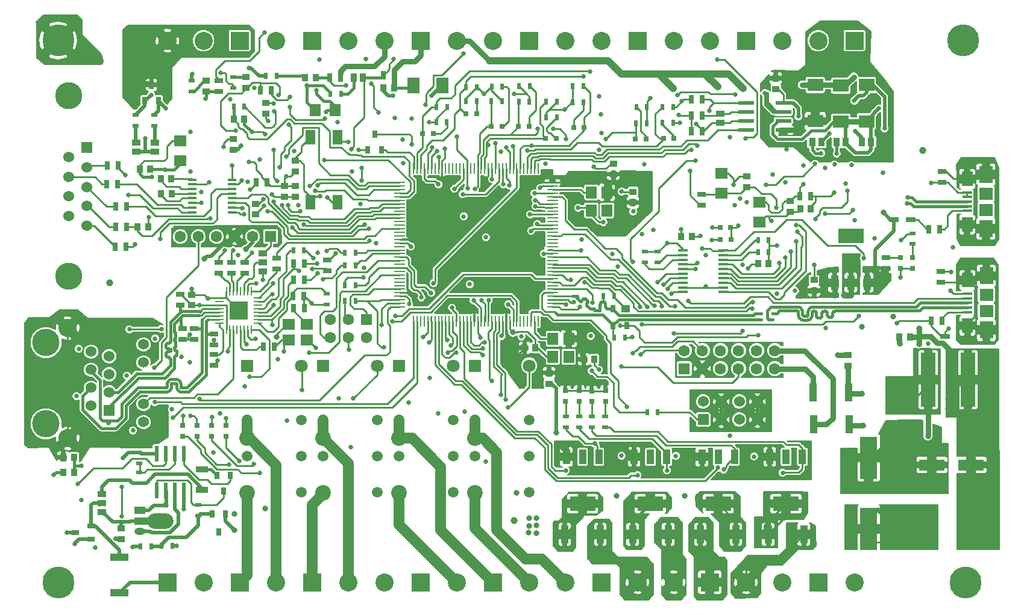
<source format=gtl>
G04 #@! TF.FileFunction,Copper,L1,Top,Signal*
%FSLAX46Y46*%
G04 Gerber Fmt 4.6, Leading zero omitted, Abs format (unit mm)*
G04 Created by KiCad (PCBNEW 4.0.2+dfsg1-2~bpo8+1-stable) date vie 30 sep 2016 00:33:51 ART*
%MOMM*%
G01*
G04 APERTURE LIST*
%ADD10C,0.150000*%
%ADD11R,1.700000X1.500000*%
%ADD12C,3.810000*%
%ADD13R,1.524000X1.524000*%
%ADD14C,1.524000*%
%ADD15R,1.400000X2.100000*%
%ADD16R,1.500000X1.700000*%
%ADD17C,1.500000*%
%ADD18C,2.200000*%
%ADD19C,1.800000*%
%ADD20R,1.800000X1.800000*%
%ADD21R,2.400300X6.000500*%
%ADD22R,3.657600X2.032000*%
%ADD23R,1.016000X2.032000*%
%ADD24C,3.850640*%
%ADD25C,2.540000*%
%ADD26R,0.797560X0.797560*%
%ADD27R,2.540000X2.540000*%
%ADD28R,1.000760X0.899160*%
%ADD29R,0.899160X1.000760*%
%ADD30R,3.599180X1.600200*%
%ADD31R,1.803400X1.600200*%
%ADD32R,1.600200X1.803400*%
%ADD33R,1.348740X0.650240*%
%ADD34R,2.199640X1.798320*%
%ADD35R,0.701040X1.000760*%
%ADD36R,1.143000X0.635000*%
%ADD37R,0.635000X1.143000*%
%ADD38R,1.270000X0.965200*%
%ADD39R,1.348740X0.398780*%
%ADD40R,1.501140X2.100580*%
%ADD41R,1.899920X2.400300*%
%ADD42R,1.899920X1.800860*%
%ADD43R,0.965200X1.270000*%
%ADD44R,1.998980X7.599680*%
%ADD45R,1.600200X1.600200*%
%ADD46C,1.600200*%
%ADD47R,1.498600X0.998220*%
%ADD48R,1.998980X0.998220*%
%ADD49O,3.698240X2.199640*%
%ADD50O,1.498600X0.998220*%
%ADD51R,0.800100X1.000760*%
%ADD52R,1.700000X0.900000*%
%ADD53R,1.000000X2.500000*%
%ADD54R,2.500000X1.000000*%
%ADD55R,0.450000X0.450000*%
%ADD56R,1.143000X0.254000*%
%ADD57R,0.254000X1.143000*%
%ADD58R,1.270000X0.381000*%
%ADD59R,1.198880X1.000760*%
%ADD60R,1.470660X0.419100*%
%ADD61R,1.501140X0.254000*%
%ADD62R,0.254000X1.501140*%
%ADD63R,1.800860X2.199640*%
%ADD64R,1.000760X0.800100*%
%ADD65R,0.900000X0.500000*%
%ADD66R,0.500000X0.900000*%
%ADD67R,2.199640X0.599440*%
%ADD68R,0.599440X2.199640*%
%ADD69C,1.000000*%
%ADD70C,4.500000*%
%ADD71C,0.635000*%
%ADD72C,0.812800*%
%ADD73C,0.810000*%
%ADD74C,0.254000*%
%ADD75C,0.762000*%
%ADD76C,0.381000*%
%ADD77C,0.508000*%
%ADD78C,1.524000*%
%ADD79C,1.000000*%
%ADD80C,0.127000*%
G04 APERTURE END LIST*
D10*
D11*
X81880000Y-76074000D03*
X79340000Y-76074000D03*
X79340000Y-78283800D03*
X81880000Y-78283800D03*
D12*
X48447500Y-43943500D03*
X48447500Y-69343500D03*
D13*
X50987500Y-51182500D03*
D14*
X50987500Y-53976500D03*
X50987500Y-56770500D03*
X50987500Y-59437500D03*
X50987500Y-62231500D03*
X48447500Y-60834500D03*
X48447500Y-58040500D03*
X48447500Y-55373500D03*
X48447500Y-52579500D03*
D15*
X82388000Y-49785000D03*
X86188000Y-49785000D03*
X86188000Y-58885000D03*
X82388000Y-58885000D03*
D16*
X118659200Y-80671400D03*
X118659200Y-78131400D03*
X116449400Y-78131400D03*
X116449400Y-80671400D03*
D17*
X113122000Y-99696000D03*
X113122000Y-94616000D03*
X113122000Y-89536000D03*
D18*
X105502000Y-99816000D03*
D17*
X105502000Y-94616000D03*
X105502000Y-89536000D03*
D19*
X113122000Y-81916000D03*
D20*
X105502000Y-81916000D03*
D18*
X105502000Y-92116000D03*
D21*
X160800000Y-104875000D03*
X160800000Y-94874500D03*
D22*
X158302500Y-63628500D03*
D23*
X158302500Y-70232500D03*
X160588500Y-70232500D03*
X156016500Y-70232500D03*
D24*
X45215100Y-90107500D03*
X45215100Y-78677500D03*
D14*
X51565100Y-79947500D03*
X54105100Y-80582500D03*
X51565100Y-82487500D03*
X54105100Y-83122500D03*
X51565100Y-85027500D03*
X54105100Y-85662500D03*
X51565100Y-87567500D03*
D25*
X48263100Y-92139500D03*
X48263100Y-76645500D03*
D14*
X58931100Y-81471500D03*
X58931100Y-87313500D03*
X58931100Y-78931500D03*
X58931100Y-89853500D03*
D13*
X54105100Y-88202500D03*
D26*
X66481500Y-90311200D03*
X66481500Y-91809800D03*
D17*
X81118000Y-99696000D03*
X81118000Y-94616000D03*
X81118000Y-89536000D03*
D18*
X73498000Y-99816000D03*
D17*
X73498000Y-94616000D03*
X73498000Y-89536000D03*
D19*
X81118000Y-81916000D03*
D20*
X73498000Y-81916000D03*
D18*
X73498000Y-92116000D03*
D26*
X64449500Y-90311200D03*
X64449500Y-91809800D03*
D17*
X102454000Y-99696000D03*
X102454000Y-94616000D03*
X102454000Y-89536000D03*
D18*
X94834000Y-99816000D03*
D17*
X94834000Y-94616000D03*
X94834000Y-89536000D03*
D19*
X102454000Y-81916000D03*
D20*
X94834000Y-81916000D03*
D18*
X94834000Y-92116000D03*
D17*
X91786000Y-99696000D03*
X91786000Y-94616000D03*
X91786000Y-89536000D03*
D18*
X84166000Y-99816000D03*
D17*
X84166000Y-94616000D03*
X84166000Y-89536000D03*
D19*
X91786000Y-81916000D03*
D20*
X84166000Y-81916000D03*
D18*
X84166000Y-92116000D03*
D27*
X143570500Y-36196500D03*
D25*
X138490500Y-36196500D03*
X133410500Y-36196500D03*
D28*
X65738300Y-73434940D03*
X65738300Y-71931260D03*
D29*
X47648160Y-96925000D03*
X49151840Y-96925000D03*
D30*
X175181820Y-95886000D03*
X169680180Y-95886000D03*
D28*
X147767600Y-42967640D03*
X147767600Y-41463960D03*
X74666400Y-59142360D03*
X74666400Y-60646040D03*
D29*
X62845240Y-55652400D03*
X61341560Y-55652400D03*
X58090360Y-62358000D03*
X59594040Y-62358000D03*
X62880800Y-57689480D03*
X61377120Y-57689480D03*
D31*
X64100000Y-53087000D03*
X64100000Y-50293000D03*
D29*
X59898840Y-54230000D03*
X58395160Y-54230000D03*
X122281240Y-81027000D03*
X120777560Y-81027000D03*
D32*
X85842400Y-46000400D03*
X83048400Y-46000400D03*
D28*
X71504100Y-50036460D03*
X71504100Y-51540140D03*
D29*
X94157340Y-42800500D03*
X92653660Y-42800500D03*
X83139840Y-41403000D03*
X81636160Y-41403000D03*
X71603160Y-47245000D03*
X73106840Y-47245000D03*
D28*
X73339500Y-42790340D03*
X73339500Y-41286660D03*
X124933000Y-54981840D03*
X124933000Y-53478160D03*
D29*
X135971840Y-63755000D03*
X134468160Y-63755000D03*
D28*
X76133500Y-44969660D03*
X76133500Y-46473340D03*
D29*
X47658160Y-94820000D03*
X49161840Y-94820000D03*
D28*
X149761500Y-58748660D03*
X149761500Y-60252340D03*
D31*
X145475500Y-61723500D03*
X145475500Y-58929500D03*
D28*
X80241700Y-53097160D03*
X80241700Y-54600840D03*
X153127000Y-69861160D03*
X153127000Y-71364840D03*
D29*
X152685040Y-59818000D03*
X151181360Y-59818000D03*
D28*
X127701600Y-57440560D03*
X127701600Y-58944240D03*
X157927600Y-81956640D03*
X157927600Y-80452960D03*
X143697500Y-56760340D03*
X143697500Y-55256660D03*
D31*
X140141500Y-57659500D03*
X140141500Y-54865500D03*
D29*
X145263160Y-67565000D03*
X146766840Y-67565000D03*
X112471760Y-79401400D03*
X113975440Y-79401400D03*
D28*
X55813500Y-106290340D03*
X55813500Y-104786660D03*
X115916000Y-82942160D03*
X115916000Y-84445840D03*
X67751500Y-43298340D03*
X67751500Y-41794660D03*
X78705000Y-58156840D03*
X78705000Y-56653160D03*
X80254400Y-58131440D03*
X80254400Y-56627760D03*
D29*
X165123420Y-77852000D03*
X166627100Y-77852000D03*
D33*
X166740380Y-61342500D03*
X164342620Y-61342500D03*
D26*
X165287500Y-66689200D03*
X165287500Y-68187800D03*
D33*
X171548880Y-77825000D03*
X169151120Y-77825000D03*
D34*
X156886200Y-42512980D03*
X156886200Y-47608220D03*
X153304800Y-47506620D03*
X153304800Y-42411380D03*
X160493000Y-47532020D03*
X160493000Y-42436780D03*
D26*
X105743300Y-46483000D03*
X104244700Y-46483000D03*
X99647300Y-49277000D03*
X98148700Y-49277000D03*
X109299300Y-48261000D03*
X107800700Y-48261000D03*
X113109300Y-48261000D03*
X111610700Y-48261000D03*
X116919300Y-49912000D03*
X115420700Y-49912000D03*
X119357700Y-48388000D03*
X120856300Y-48388000D03*
X129502460Y-50028840D03*
X128003860Y-50028840D03*
X133449620Y-49972960D03*
X131951020Y-49972960D03*
X118194380Y-86957900D03*
X118194380Y-85459300D03*
X120157800Y-86932500D03*
X120157800Y-85433900D03*
X70545500Y-90311200D03*
X70545500Y-91809800D03*
X68513500Y-90311200D03*
X68513500Y-91809800D03*
X166995400Y-66714100D03*
X166995400Y-68212700D03*
X121887540Y-86983300D03*
X121887540Y-85484700D03*
X123840800Y-86932500D03*
X123840800Y-85433900D03*
D35*
X69529500Y-105284500D03*
X68577000Y-102744500D03*
X70482000Y-102744500D03*
D26*
X141455700Y-64161400D03*
X139957100Y-64161400D03*
X141430300Y-62485000D03*
X139931700Y-62485000D03*
D36*
X170907000Y-68631800D03*
X170907000Y-70155800D03*
D37*
X94167500Y-41022500D03*
X92643500Y-41022500D03*
X86579000Y-41403000D03*
X85055000Y-41403000D03*
X76895500Y-43181500D03*
X75371500Y-43181500D03*
D36*
X69529500Y-41784500D03*
X69529500Y-43308500D03*
X171100000Y-54638000D03*
X171100000Y-56162000D03*
D37*
X151163000Y-58040500D03*
X152687000Y-58040500D03*
D36*
X137347500Y-57786500D03*
X137347500Y-59310500D03*
D37*
X170729200Y-62688200D03*
X169205200Y-62688200D03*
X55311600Y-56338200D03*
X53787600Y-56338200D03*
X55387800Y-53747400D03*
X53863800Y-53747400D03*
X54930600Y-65177400D03*
X56454600Y-65177400D03*
X171084800Y-75616800D03*
X169560800Y-75616800D03*
X56530800Y-62358000D03*
X55006800Y-62358000D03*
X56530800Y-59538600D03*
X55006800Y-59538600D03*
D38*
X75657000Y-66117200D03*
X75657000Y-67387200D03*
X75657000Y-68657200D03*
D27*
X158810500Y-36196500D03*
D25*
X153730500Y-36196500D03*
X148650500Y-36196500D03*
D27*
X72450500Y-36196500D03*
D25*
X67370500Y-36196500D03*
X62290500Y-36196500D03*
D39*
X174685500Y-73077300D03*
X174685500Y-73727540D03*
X174685500Y-72427060D03*
X174685500Y-74377780D03*
X174685500Y-71776820D03*
D40*
X174685500Y-76277700D03*
X174685500Y-69876900D03*
D41*
X177334720Y-76877140D03*
X177334720Y-69277460D03*
D42*
X177334720Y-74227920D03*
X177334720Y-71926680D03*
D39*
X174634700Y-58840900D03*
X174634700Y-59491140D03*
X174634700Y-58190660D03*
X174634700Y-60141380D03*
X174634700Y-57540420D03*
D40*
X174634700Y-62041300D03*
X174634700Y-55640500D03*
D41*
X177283920Y-62640740D03*
X177283920Y-55041060D03*
D42*
X177283920Y-59991520D03*
X177283920Y-57690280D03*
D27*
X128330500Y-36196500D03*
D25*
X123250500Y-36196500D03*
X118170500Y-36196500D03*
D27*
X113090500Y-36196500D03*
D25*
X108010500Y-36196500D03*
X102930500Y-36196500D03*
D27*
X82642000Y-112396000D03*
D25*
X87722000Y-112396000D03*
X92802000Y-112396000D03*
D27*
X72482000Y-112396000D03*
D25*
X77562000Y-112396000D03*
D27*
X108042000Y-112396000D03*
D25*
X113122000Y-112396000D03*
X118202000Y-112396000D03*
D27*
X138490500Y-112396500D03*
D25*
X143570500Y-112396500D03*
X148650500Y-112396500D03*
D27*
X97882000Y-112396000D03*
D25*
X102962000Y-112396000D03*
D27*
X123250500Y-112396500D03*
D25*
X128330500Y-112396500D03*
X133410500Y-112396500D03*
D27*
X97850500Y-36196500D03*
D25*
X92770500Y-36196500D03*
X87690500Y-36196500D03*
D27*
X82610500Y-36196500D03*
D25*
X77530500Y-36196500D03*
D27*
X153730500Y-112396500D03*
D25*
X158810500Y-112396500D03*
D27*
X62290500Y-112396500D03*
D25*
X67370500Y-112396500D03*
D43*
X161128000Y-50420000D03*
X159858000Y-50420000D03*
X156302000Y-50420000D03*
X157572000Y-50420000D03*
D38*
X139969800Y-47753000D03*
X139969800Y-46483000D03*
D43*
X152873000Y-50420000D03*
X154143000Y-50420000D03*
D38*
X60569400Y-50496200D03*
X60569400Y-51766200D03*
X57927800Y-50572400D03*
X57927800Y-51842400D03*
D43*
X88452500Y-41403500D03*
X89722500Y-41403500D03*
D38*
X53051000Y-99950000D03*
X53051000Y-101220000D03*
X53051000Y-102490000D03*
D44*
X169149320Y-83897200D03*
X174747480Y-83897200D03*
D45*
X134902500Y-82335100D03*
D46*
X134902500Y-79795100D03*
X137442500Y-82335100D03*
X137442500Y-79795100D03*
X139982500Y-82335100D03*
X139982500Y-79795100D03*
X142522500Y-82335100D03*
X142522500Y-79795100D03*
X145062500Y-82335100D03*
X145062500Y-79795100D03*
X147602500Y-82335100D03*
X147602500Y-79795100D03*
D45*
X76800000Y-63755000D03*
D46*
X74260000Y-63755000D03*
X71720000Y-63755000D03*
X69180000Y-63755000D03*
X66640000Y-63755000D03*
X64100000Y-63755000D03*
D13*
X137556800Y-89497900D03*
D14*
X137556800Y-86957900D03*
X140096800Y-89497900D03*
X140096800Y-86957900D03*
X142636800Y-89497900D03*
X142636800Y-86957900D03*
X145176800Y-89497900D03*
X145176800Y-86957900D03*
D45*
X90262000Y-75439000D03*
D46*
X90262000Y-77979000D03*
X87722000Y-75439000D03*
X87722000Y-77979000D03*
X85182000Y-75439000D03*
X85182000Y-77979000D03*
D47*
X58406840Y-102261900D03*
D48*
X58660840Y-103760500D03*
D49*
X61325300Y-103760500D03*
D50*
X58406840Y-105259100D03*
D22*
X120615000Y-101347000D03*
D23*
X120615000Y-94743000D03*
X118329000Y-94743000D03*
X122901000Y-94743000D03*
D22*
X130140000Y-101347000D03*
D23*
X130140000Y-94743000D03*
X127854000Y-94743000D03*
X132426000Y-94743000D03*
D22*
X139665000Y-101347000D03*
D23*
X139665000Y-94743000D03*
X137379000Y-94743000D03*
X141951000Y-94743000D03*
D22*
X149190000Y-101347000D03*
D23*
X149190000Y-94743000D03*
X146904000Y-94743000D03*
X151476000Y-94743000D03*
D51*
X70196000Y-99525820D03*
X69243500Y-97326180D03*
X71148500Y-97326180D03*
D36*
X64400000Y-78262000D03*
X64400000Y-76738000D03*
X64100000Y-71838000D03*
X64100000Y-73362000D03*
X68800000Y-78962000D03*
X68800000Y-77438000D03*
X66000000Y-78262000D03*
X66000000Y-76738000D03*
X71313600Y-67387200D03*
X71313600Y-68911200D03*
X69484800Y-67361800D03*
X69484800Y-68885800D03*
X73142400Y-67412600D03*
X73142400Y-68936600D03*
D37*
X81499000Y-67565000D03*
X79975000Y-67565000D03*
X81499000Y-69851000D03*
X79975000Y-69851000D03*
D36*
X84750200Y-67006200D03*
X84750200Y-68530200D03*
X77663600Y-66752200D03*
X77663600Y-68276200D03*
D37*
X81486300Y-72124300D03*
X79962300Y-72124300D03*
D36*
X68800000Y-80338000D03*
X68800000Y-81862000D03*
D37*
X77308000Y-79198200D03*
X75784000Y-79198200D03*
X80000400Y-73800700D03*
X81524400Y-73800700D03*
D36*
X163255500Y-68200500D03*
X163255500Y-66676500D03*
D37*
X135880400Y-44451000D03*
X137404400Y-44451000D03*
X137379000Y-46711600D03*
X135855000Y-46711600D03*
X137379000Y-48921400D03*
X135855000Y-48921400D03*
X74768000Y-56135000D03*
X76292000Y-56135000D03*
D52*
X67148000Y-99368000D03*
X67148000Y-96468000D03*
D53*
X118115000Y-105665000D03*
X123115000Y-105665000D03*
X127640000Y-105665000D03*
X132640000Y-105665000D03*
X142165000Y-105665000D03*
X137165000Y-105665000D03*
X146690000Y-105665000D03*
X151690000Y-105665000D03*
X157970000Y-85710000D03*
X152970000Y-85710000D03*
X153060000Y-90180000D03*
X158060000Y-90180000D03*
D54*
X55560520Y-108890160D03*
X55560520Y-113890160D03*
D55*
X147285000Y-74550000D03*
X145685000Y-74550000D03*
X145685000Y-75400000D03*
X147285000Y-75400000D03*
D56*
X69631100Y-75419180D03*
X69631100Y-74918800D03*
X69631100Y-74418420D03*
X69631100Y-75919560D03*
D57*
X70573440Y-76861900D03*
X71073820Y-76861900D03*
X71574200Y-76861900D03*
X72074580Y-76861900D03*
X72572420Y-76861900D03*
X73072800Y-76861900D03*
X73573180Y-76861900D03*
X74073560Y-76861900D03*
D56*
X75015900Y-72419440D03*
X75015900Y-75919560D03*
X75015900Y-75419180D03*
X75015900Y-74918800D03*
X75015900Y-74418420D03*
X75015900Y-73920580D03*
X75015900Y-73420200D03*
X75015900Y-72919820D03*
D57*
X74073560Y-71477100D03*
X73573180Y-71477100D03*
X73072800Y-71477100D03*
X72572420Y-71477100D03*
X72074580Y-71477100D03*
X71574200Y-71477100D03*
X71073820Y-71477100D03*
X70573440Y-71477100D03*
D56*
X69631100Y-72419440D03*
X69631100Y-72919820D03*
X69631100Y-73420200D03*
X69631100Y-73920580D03*
D27*
X72323500Y-74169500D03*
D58*
X65745920Y-55764160D03*
X65745920Y-56414400D03*
X65745920Y-57064640D03*
X65745920Y-57714880D03*
X65745920Y-58365120D03*
X65745920Y-59015360D03*
X65745920Y-59665600D03*
X65745920Y-60315840D03*
X71344080Y-60315840D03*
X71344080Y-59665600D03*
X71344080Y-59015360D03*
X71344080Y-58365120D03*
X71344080Y-57714880D03*
X71344080Y-57064640D03*
X71344080Y-56414400D03*
X71344080Y-55764160D03*
D51*
X60061400Y-42411380D03*
X61013900Y-44611020D03*
X59108900Y-44611020D03*
D59*
X126672900Y-73909920D03*
D51*
X124922840Y-76307680D03*
X124922840Y-73909920D03*
X126822760Y-76307680D03*
D60*
X140335560Y-68967080D03*
X140335560Y-68316840D03*
X140335560Y-67666600D03*
X140335560Y-67016360D03*
X134742480Y-70907640D03*
X140335560Y-70917800D03*
X140335560Y-70267560D03*
X140335560Y-69617320D03*
X134737400Y-66366120D03*
X134737400Y-67016360D03*
X134737400Y-67666600D03*
X134737400Y-68316840D03*
X134737400Y-68967080D03*
X134737400Y-69617320D03*
X140335560Y-66366120D03*
X134742480Y-70267560D03*
X140335560Y-71568040D03*
X140335560Y-65715880D03*
X134737400Y-65715880D03*
X134737400Y-71568040D03*
D61*
X94877180Y-56152780D03*
X94877180Y-56650620D03*
X94877180Y-57151000D03*
X94877180Y-57651380D03*
X94877180Y-58151760D03*
X94877180Y-58652140D03*
X94877180Y-59152520D03*
X94877180Y-59652900D03*
X94877180Y-60150740D03*
X94877180Y-60651120D03*
X94877180Y-61151500D03*
X94877180Y-61651880D03*
X94877180Y-62152260D03*
X94877180Y-62652640D03*
X94877180Y-63153020D03*
X94877180Y-63650860D03*
X94877180Y-64151240D03*
X94877180Y-64651620D03*
X94877180Y-65149460D03*
X94877180Y-65649840D03*
X94877180Y-66150220D03*
X94877180Y-66648060D03*
X94877180Y-67148440D03*
X94877180Y-67648820D03*
X94877180Y-68149200D03*
X94877180Y-68649580D03*
X94877180Y-69149960D03*
X94877180Y-69650340D03*
X94877180Y-70148180D03*
X94877180Y-70648560D03*
X94877180Y-71148940D03*
X94877180Y-71649320D03*
X94877180Y-72149700D03*
X94877180Y-72650080D03*
X94877180Y-73150460D03*
X94877180Y-73648300D03*
D62*
X96878700Y-75649820D03*
X97376540Y-75649820D03*
X97876920Y-75649820D03*
X98377300Y-75649820D03*
X98877680Y-75649820D03*
X99378060Y-75649820D03*
X99878440Y-75649820D03*
X100378820Y-75649820D03*
X100876660Y-75649820D03*
X101377040Y-75649820D03*
X101877420Y-75649820D03*
X102377800Y-75649820D03*
X102878180Y-75649820D03*
X103378560Y-75649820D03*
X103878940Y-75649820D03*
X104376780Y-75649820D03*
X104877160Y-75649820D03*
X105377540Y-75649820D03*
X105875380Y-75649820D03*
X106375760Y-75649820D03*
X106876140Y-75649820D03*
X107373980Y-75649820D03*
X107874360Y-75649820D03*
X108374740Y-75649820D03*
X108875120Y-75649820D03*
X109375500Y-75649820D03*
X109875880Y-75649820D03*
X110376260Y-75649820D03*
X110874100Y-75649820D03*
X111374480Y-75649820D03*
X111874860Y-75649820D03*
X112375240Y-75649820D03*
X112875620Y-75649820D03*
X113376000Y-75649820D03*
X113876380Y-75649820D03*
X114374220Y-75649820D03*
D61*
X116375740Y-73648300D03*
X116375740Y-73150460D03*
X116375740Y-72650080D03*
X116375740Y-72149700D03*
X116375740Y-71649320D03*
X116375740Y-71148940D03*
X116375740Y-70648560D03*
X116375740Y-70148180D03*
X116375740Y-69650340D03*
X116375740Y-69149960D03*
X116375740Y-68649580D03*
X116375740Y-68149200D03*
X116375740Y-67648820D03*
X116375740Y-67148440D03*
X116375740Y-66648060D03*
X116375740Y-66150220D03*
X116375740Y-65649840D03*
X116375740Y-65149460D03*
X116375740Y-64651620D03*
X116375740Y-64151240D03*
X116375740Y-63650860D03*
X116375740Y-63153020D03*
X116375740Y-62652640D03*
X116375740Y-62152260D03*
X116375740Y-61651880D03*
X116375740Y-61151500D03*
X116375740Y-60651120D03*
X116375740Y-60150740D03*
X116375740Y-59652900D03*
X116375740Y-59152520D03*
X116375740Y-58652140D03*
X116375740Y-58151760D03*
X116375740Y-57651380D03*
X116375740Y-57151000D03*
X116375740Y-56650620D03*
X116375740Y-56152780D03*
D62*
X114374220Y-54151260D03*
X113876380Y-54151260D03*
X113376000Y-54151260D03*
X112875620Y-54151260D03*
X112375240Y-54151260D03*
X111874860Y-54151260D03*
X111374480Y-54151260D03*
X110874100Y-54151260D03*
X110376260Y-54151260D03*
X109875880Y-54151260D03*
X109375500Y-54151260D03*
X108875120Y-54151260D03*
X108374740Y-54151260D03*
X107874360Y-54151260D03*
X107373980Y-54151260D03*
X106876140Y-54151260D03*
X106375760Y-54151260D03*
X105875380Y-54151260D03*
X105377540Y-54151260D03*
X104877160Y-54151260D03*
X104376780Y-54151260D03*
X103878940Y-54151260D03*
X103378560Y-54151260D03*
X102878180Y-54151260D03*
X102377800Y-54151260D03*
X101877420Y-54151260D03*
X101377040Y-54151260D03*
X100876660Y-54151260D03*
X100378820Y-54151260D03*
X99878440Y-54151260D03*
X99378060Y-54151260D03*
X98877680Y-54151260D03*
X98377300Y-54151260D03*
X97876920Y-54151260D03*
X97376540Y-54151260D03*
X96878700Y-54151260D03*
D16*
X124044000Y-60072000D03*
X124044000Y-57532000D03*
X121834200Y-57532000D03*
X121834200Y-60072000D03*
D51*
X91405000Y-49320180D03*
X92357500Y-51519820D03*
X90452500Y-51519820D03*
D63*
X100906600Y-42500000D03*
X96893400Y-42500000D03*
D64*
X49400180Y-105400000D03*
X51599820Y-104447500D03*
X51599820Y-106352500D03*
D65*
X60417000Y-46622000D03*
X60417000Y-48122000D03*
X57826200Y-46647400D03*
X57826200Y-48147400D03*
D66*
X87200000Y-70625000D03*
X88700000Y-70625000D03*
X87200000Y-72800000D03*
X88700000Y-72800000D03*
X85194000Y-43689000D03*
X86694000Y-43689000D03*
X73105000Y-45467000D03*
X71605000Y-45467000D03*
X76145500Y-41149500D03*
X77645500Y-41149500D03*
X105744000Y-44705000D03*
X104244000Y-44705000D03*
D65*
X58353500Y-98414500D03*
X58353500Y-96914500D03*
X58353500Y-94120500D03*
X58353500Y-95620500D03*
D66*
X58524000Y-107316000D03*
X60024000Y-107316000D03*
X146765000Y-65914000D03*
X145265000Y-65914000D03*
X146765000Y-64263000D03*
X145265000Y-64263000D03*
D65*
X131181400Y-65870120D03*
X131181400Y-67370120D03*
X129350060Y-65844720D03*
X129350060Y-67344720D03*
X84674000Y-73268000D03*
X84674000Y-71768000D03*
D66*
X123548000Y-72137000D03*
X125048000Y-72137000D03*
X125046600Y-77953600D03*
X126546600Y-77953600D03*
D65*
X66640000Y-101486000D03*
X66640000Y-102986000D03*
D66*
X63000000Y-107300000D03*
X61500000Y-107300000D03*
D65*
X166970000Y-63284400D03*
X166970000Y-64784400D03*
D66*
X129669400Y-88431100D03*
X131169400Y-88431100D03*
D65*
X71561500Y-42788500D03*
X71561500Y-41288500D03*
X65719500Y-41796500D03*
X65719500Y-43296500D03*
X118252800Y-89078100D03*
X118252800Y-90578100D03*
X120140020Y-89070480D03*
X120140020Y-90570480D03*
X121935800Y-89085720D03*
X121935800Y-90585720D03*
D66*
X104244000Y-42723800D03*
X105744000Y-42723800D03*
X81487000Y-65660000D03*
X79987000Y-65660000D03*
X88726000Y-65990200D03*
X87226000Y-65990200D03*
X101553000Y-47626000D03*
X100053000Y-47626000D03*
X100078400Y-45568600D03*
X101578400Y-45568600D03*
X109325400Y-42622200D03*
X107825400Y-42622200D03*
X107800000Y-44730400D03*
X109300000Y-44730400D03*
X87226000Y-67819000D03*
X88726000Y-67819000D03*
X113160800Y-42596800D03*
X111660800Y-42596800D03*
X128160640Y-45527960D03*
X129660640Y-45527960D03*
X128125080Y-47803800D03*
X129625080Y-47803800D03*
X131858880Y-47753000D03*
X133358880Y-47753000D03*
X131823320Y-45512720D03*
X133323320Y-45512720D03*
D65*
X123739200Y-89070480D03*
X123739200Y-90570480D03*
D66*
X111635400Y-44781200D03*
X113135400Y-44781200D03*
X116996200Y-46940200D03*
X115496200Y-46940200D03*
X115496200Y-44755800D03*
X116996200Y-44755800D03*
X120730000Y-44882800D03*
X119230000Y-44882800D03*
X120730000Y-42596800D03*
X119230000Y-42596800D03*
D67*
X143619780Y-44959000D03*
X143619780Y-46229000D03*
X143619780Y-47499000D03*
X143619780Y-48769000D03*
X148816620Y-48769000D03*
X148816620Y-47499000D03*
X148816620Y-46229000D03*
X148816620Y-44959000D03*
D68*
X64576500Y-94304080D03*
X63306500Y-94304080D03*
X62036500Y-94304080D03*
X60766500Y-94304080D03*
X60766500Y-99500920D03*
X62036500Y-99500920D03*
X63306500Y-99500920D03*
X64576500Y-99500920D03*
D69*
X111000000Y-103700000D03*
X168400000Y-51600000D03*
X54200000Y-70300000D03*
D70*
X174400000Y-112400000D03*
X174100000Y-36100000D03*
X46945500Y-36156500D03*
X46945500Y-112406500D03*
D71*
X154764560Y-76652960D03*
D72*
X76038000Y-101982000D03*
X113050000Y-105425000D03*
X113086440Y-104433100D03*
X114100000Y-105450000D03*
X114117680Y-104415320D03*
X114125000Y-103400000D03*
X113100000Y-103375000D03*
X158203525Y-66679567D03*
X159075000Y-67575000D03*
X159100000Y-66650000D03*
X157525000Y-68450000D03*
X157350000Y-72050000D03*
D71*
X65424000Y-81424000D03*
X46327620Y-97285540D03*
X96485000Y-65152000D03*
X158400000Y-53700000D03*
X156000000Y-53600000D03*
X60560000Y-78110000D03*
X91582800Y-64644000D03*
D72*
X110823300Y-77217000D03*
D71*
X80673500Y-59335400D03*
X76990500Y-57824100D03*
X142522500Y-62192900D03*
X135715300Y-54509400D03*
X96248780Y-73224120D03*
X96604380Y-47107840D03*
X83172860Y-79409020D03*
X158791200Y-61494400D03*
X60086800Y-55385700D03*
X95342000Y-50153300D03*
X98199500Y-77915500D03*
X89385700Y-59170300D03*
X119980000Y-59691000D03*
X122202500Y-53963300D03*
D72*
X73307500Y-65533000D03*
D71*
X75733200Y-58509900D03*
X103914500Y-60910200D03*
X107864200Y-55690500D03*
X83404000Y-65990200D03*
X89906400Y-68123800D03*
X106213200Y-77928200D03*
X71339000Y-53722000D03*
X126076000Y-57430400D03*
X165319000Y-64263000D03*
X150460000Y-71375000D03*
X143094000Y-67692000D03*
X155984500Y-57532000D03*
X77181000Y-73407000D03*
X123536000Y-61723000D03*
X114646000Y-56897000D03*
X118075000Y-45848000D03*
X110963000Y-43689000D03*
X106772000Y-43689000D03*
X99025000Y-47626000D03*
X104765400Y-70460600D03*
X130528620Y-62810120D03*
X127737160Y-60214240D03*
X128981760Y-63432420D03*
X129276400Y-53620400D03*
X137907320Y-70775560D03*
X77188620Y-44994560D03*
X89172340Y-51555380D03*
X82540400Y-73104740D03*
X72212760Y-66366120D03*
X134569760Y-44679600D03*
X134239560Y-47753000D03*
X130119680Y-44232560D03*
X107026000Y-63856600D03*
X100422000Y-52579000D03*
X134458000Y-62739000D03*
X115154000Y-66168000D03*
D72*
X159830060Y-76482940D03*
X159883400Y-85827600D03*
D71*
X84559950Y-46186320D03*
X73590000Y-56080000D03*
X70180000Y-51140000D03*
X83260000Y-43210000D03*
X118303600Y-73343500D03*
X125568000Y-67946000D03*
X121758000Y-77750400D03*
D72*
X171925000Y-87975000D03*
X171925000Y-86625000D03*
X173100000Y-87975000D03*
X173125000Y-86600000D03*
X162400000Y-70774000D03*
X162416000Y-69675000D03*
X175775000Y-90075000D03*
X167850000Y-78875000D03*
X167875000Y-76675000D03*
D71*
X104050000Y-88350000D03*
X86332030Y-86550000D03*
X96175000Y-87075000D03*
X68709500Y-94096500D03*
X126076000Y-94590600D03*
X133721400Y-94616000D03*
X150917200Y-46838600D03*
X158775000Y-44650000D03*
X163033000Y-48515000D03*
D73*
X173066000Y-84075000D03*
D71*
X144694200Y-94692200D03*
D72*
X162906000Y-60392040D03*
D71*
X122901000Y-82474800D03*
D72*
X167859000Y-77796120D03*
X160035800Y-90287840D03*
X116893900Y-91314000D03*
D71*
X77252120Y-51529980D03*
X77757580Y-55929260D03*
X83401460Y-56543940D03*
X84293000Y-52960000D03*
X78959000Y-52452000D03*
X108400140Y-50592720D03*
X90617600Y-62637400D03*
X76355500Y-60224400D03*
X113960200Y-58624200D03*
X66800000Y-86600000D03*
X120691200Y-41199800D03*
X121656400Y-40564800D03*
X105489300Y-57062100D03*
X118303600Y-50013600D03*
X116525600Y-48591200D03*
X114290400Y-48591200D03*
X107335880Y-50856880D03*
X113477600Y-50928000D03*
X123891600Y-50013600D03*
X109921600Y-51182000D03*
X112842600Y-51639200D03*
X110836000Y-51080400D03*
X102079213Y-79079213D03*
X101600000Y-78325000D03*
X102875000Y-80125000D03*
X101645844Y-80116564D03*
X118252800Y-96648000D03*
X128350000Y-97325000D03*
X126850700Y-87679260D03*
X139620837Y-96291470D03*
X113960200Y-59487800D03*
X90643000Y-64313800D03*
X113223600Y-60630800D03*
X99677780Y-70310740D03*
X85893200Y-66129900D03*
X82200000Y-80100000D03*
X83340500Y-67577700D03*
X94351400Y-74931000D03*
X83353200Y-68911200D03*
X93868800Y-75642200D03*
X78387500Y-59322700D03*
X71529500Y-65685400D03*
X77244500Y-58840100D03*
X70348400Y-65698100D03*
X79238400Y-59360800D03*
X74145700Y-66041000D03*
X103774800Y-57798700D03*
X80952900Y-60199000D03*
X129746300Y-73622900D03*
X106558640Y-80452960D03*
X128755700Y-80341200D03*
X133619800Y-73569560D03*
X133421680Y-77338920D03*
X143114320Y-77064600D03*
X106578960Y-79508080D03*
X126076000Y-82030300D03*
X106860518Y-78665679D03*
X127675000Y-80150000D03*
X128704900Y-73610200D03*
X118976700Y-69825600D03*
X92400000Y-76200000D03*
X113376000Y-62967600D03*
X114239600Y-61977000D03*
X60531300Y-87046800D03*
X60442400Y-82195400D03*
X63109400Y-89231200D03*
X83750000Y-58100000D03*
X84661300Y-65799700D03*
X81473600Y-62078600D03*
X75657000Y-69876400D03*
X83020460Y-57290700D03*
X73078900Y-60592700D03*
X73904400Y-57163700D03*
X82319420Y-56620140D03*
X72774100Y-59754500D03*
X136553500Y-47892700D03*
X135905800Y-51524900D03*
X138445800Y-46051200D03*
X136693200Y-50928000D03*
X82794400Y-66790300D03*
X110150200Y-73280000D03*
X89558420Y-55896240D03*
X110328000Y-56566800D03*
X89550800Y-54077600D03*
X100168000Y-51702700D03*
X102611480Y-57039240D03*
X99444100Y-51232800D03*
X100363580Y-56411860D03*
X102263500Y-73737200D03*
X109464400Y-56389000D03*
X133124500Y-71819500D03*
X105298800Y-72721200D03*
X132616500Y-71121000D03*
X106391000Y-72746600D03*
X131981500Y-70549500D03*
X107407000Y-72746600D03*
X99334880Y-71674720D03*
X131156000Y-70168500D03*
X144440200Y-73889600D03*
X144491000Y-73000600D03*
X135463840Y-72812640D03*
X121986600Y-73076800D03*
X164750000Y-75925000D03*
X120208600Y-73661000D03*
X125898200Y-76277200D03*
X145253000Y-77598000D03*
X171999200Y-76734400D03*
X79873400Y-62497700D03*
X113858600Y-57659000D03*
X89969900Y-62015100D03*
X74773080Y-70313280D03*
X111572600Y-39040800D03*
X133340400Y-42901600D03*
X139639600Y-42698400D03*
X143195600Y-42901600D03*
X115763600Y-39040800D03*
X107534000Y-39040800D03*
X70800000Y-79900000D03*
X121897700Y-82642440D03*
X109220560Y-77735160D03*
X109800000Y-86675000D03*
X109102290Y-86045751D03*
X107864200Y-84100400D03*
X131778300Y-73572100D03*
X130711500Y-73470500D03*
X143500000Y-49900000D03*
X104435200Y-57011300D03*
X127648260Y-67272900D03*
X136490000Y-53087000D03*
X102962000Y-49658000D03*
X98517000Y-45213000D03*
X103851000Y-37974000D03*
X139538000Y-38863000D03*
X62068000Y-45721000D03*
X59997900Y-43841400D03*
X49300000Y-107000000D03*
D72*
X71720000Y-105030000D03*
D71*
X64600380Y-102068360D03*
X49675000Y-98575000D03*
X159426200Y-74931000D03*
X128920800Y-76124800D03*
X97963280Y-72309720D03*
X92749801Y-79299801D03*
D72*
X163200000Y-93000000D03*
X169175000Y-99025000D03*
X169175000Y-97950000D03*
X170175000Y-99000000D03*
X151108253Y-72098023D03*
X156016500Y-72010500D03*
X125350000Y-100225000D03*
X134975000Y-100250000D03*
D71*
X69700000Y-88600000D03*
D72*
X111300000Y-99800000D03*
D71*
X65738300Y-71100680D03*
X107000000Y-95400000D03*
D72*
X121700000Y-79400000D03*
X100900000Y-63700000D03*
X111700000Y-67600000D03*
D71*
X69300000Y-81176202D03*
D72*
X156464560Y-80452960D03*
D71*
X141325000Y-91775000D03*
X89867235Y-69472700D03*
X50175000Y-96000000D03*
X148950000Y-42100000D03*
X169175000Y-78850000D03*
X165175000Y-78800000D03*
X64275000Y-80700000D03*
X100300000Y-88625000D03*
X88075000Y-93375000D03*
X79102290Y-89625000D03*
X49520390Y-86200000D03*
X99100000Y-83600000D03*
X172600000Y-65300000D03*
X169600000Y-56200000D03*
X165300000Y-69500000D03*
X172400000Y-68700000D03*
D72*
X100900000Y-60800000D03*
D71*
X96485000Y-64136000D03*
X141300000Y-49800000D03*
X141800000Y-56500000D03*
X149300000Y-51500000D03*
X147300000Y-55000000D03*
X113045800Y-69838300D03*
D72*
X164277600Y-75007200D03*
D71*
X130762300Y-96698800D03*
X96612000Y-50801000D03*
X73752000Y-53214000D03*
X119357700Y-72975200D03*
X99050400Y-78652100D03*
X112233000Y-55817500D03*
X76441860Y-47465980D03*
X101232260Y-51377580D03*
X108730340Y-73315560D03*
X101336400Y-73739740D03*
X143716300Y-58878200D03*
X58105600Y-41911000D03*
D72*
X110963000Y-81154000D03*
D71*
X95443600Y-53379100D03*
X113198200Y-61811900D03*
X109872070Y-78285070D03*
X119832680Y-82398600D03*
X120881700Y-70155800D03*
X104193900Y-72784700D03*
X62918900Y-88075500D03*
X115369900Y-53531500D03*
D72*
X77663600Y-77864700D03*
D71*
X72367700Y-62523100D03*
X75898300Y-59449700D03*
X106975200Y-55614300D03*
X79009800Y-55246000D03*
X127574600Y-77877400D03*
X161661400Y-63958200D03*
X87747400Y-50420000D03*
X84724800Y-58217800D03*
D72*
X145380000Y-93803200D03*
X125669600Y-93473000D03*
X117373960Y-93142800D03*
D71*
X138090200Y-96902000D03*
X122926400Y-43993800D03*
X77765200Y-80976200D03*
X57445200Y-91034600D03*
X172304000Y-71400400D03*
X126076000Y-58675000D03*
X109159600Y-51791600D03*
X157521200Y-56262000D03*
X147107200Y-61570600D03*
X147920000Y-65025000D03*
X162779000Y-54738000D03*
D72*
X154397000Y-71248000D03*
D71*
X147920000Y-71756000D03*
X68011600Y-72429100D03*
X124933000Y-56135000D03*
X61941000Y-54357000D03*
X72736000Y-55881000D03*
X67054020Y-57458340D03*
X87772800Y-79655400D03*
X132484420Y-64641460D03*
X137178340Y-63699120D03*
X137907320Y-66383900D03*
X134122720Y-46665880D03*
X123271840Y-49175400D03*
X123195640Y-46584600D03*
X57750000Y-64847200D03*
D72*
X67483280Y-66848720D03*
D71*
X56596840Y-83318080D03*
X73152560Y-84806520D03*
D72*
X170175000Y-97975000D03*
D71*
X151095000Y-48261000D03*
X149063000Y-56135000D03*
X154651000Y-54103000D03*
X151603000Y-53722000D03*
D72*
X126330000Y-60453000D03*
D71*
X122901000Y-51563000D03*
X88230000Y-54611000D03*
X119345000Y-76455000D03*
X120361000Y-65660000D03*
X59655000Y-61037200D03*
X111445600Y-70536800D03*
X97120000Y-72137000D03*
X118075000Y-56135000D03*
X49842980Y-79558880D03*
D72*
X52746200Y-39117000D03*
D71*
X50225000Y-100800000D03*
X55019397Y-106245445D03*
X52150000Y-107525000D03*
X63575000Y-107300000D03*
X48200000Y-105400000D03*
D72*
X71720000Y-102744000D03*
D71*
X81880000Y-42482500D03*
X86198000Y-47626000D03*
X71120000Y-44470000D03*
X75260000Y-52880000D03*
X80076600Y-51690000D03*
X112017100Y-77813900D03*
X94262500Y-47092600D03*
X74133000Y-49023000D03*
X76002440Y-49312560D03*
X69728640Y-40717200D03*
X124806000Y-66168000D03*
X65751000Y-40895000D03*
X93945000Y-43943000D03*
X74514000Y-42800000D03*
X90135000Y-38736000D03*
X83658000Y-38863000D03*
X73752000Y-40006000D03*
X72672500Y-50991500D03*
X56073600Y-94870000D03*
X65497000Y-54611000D03*
X99406000Y-43943000D03*
X65497000Y-49023000D03*
X120462600Y-64161400D03*
X65414161Y-77576004D03*
X68800000Y-78276202D03*
X56950000Y-76800000D03*
X61430000Y-76760000D03*
X66767000Y-73407000D03*
X73396400Y-78893400D03*
D72*
X164303000Y-104050000D03*
X164303000Y-102000000D03*
X163350500Y-103010700D03*
X163350000Y-102000000D03*
X164303000Y-103010700D03*
X163342880Y-104025000D03*
X162144000Y-102236000D03*
D71*
X68316400Y-61240400D03*
X68138600Y-56084200D03*
X67036240Y-59005200D03*
X59147000Y-49912000D03*
X94072000Y-38736000D03*
X88103000Y-51436000D03*
X87404500Y-42507900D03*
X90897000Y-42215800D03*
X91976500Y-46279800D03*
X71882560Y-48835040D03*
X77892200Y-43849020D03*
X151603000Y-56389000D03*
X142773350Y-58373350D03*
X153279400Y-53531500D03*
X146383300Y-56452500D03*
X141945920Y-59348100D03*
X153127000Y-67692000D03*
X143856000Y-68200000D03*
X147793000Y-59691000D03*
X84191400Y-69774800D03*
X79469540Y-44130960D03*
X67656000Y-44324000D03*
X75911000Y-35053000D03*
X55845000Y-103125000D03*
X55845000Y-98934000D03*
D72*
X169129000Y-91822000D03*
X166088620Y-87879920D03*
X165034520Y-84986860D03*
X166063220Y-85957140D03*
X166063220Y-84997020D03*
X166086080Y-86929960D03*
X165057380Y-86917260D03*
X165070080Y-85934280D03*
X165057380Y-87862140D03*
D71*
X146225000Y-43575000D03*
X155273300Y-49266840D03*
X151476000Y-42419000D03*
X158715000Y-41276000D03*
X162220200Y-45721000D03*
X79475000Y-45500000D03*
X84369996Y-47163213D03*
X70550000Y-89300000D03*
X88425000Y-86549792D03*
X72400000Y-95300000D03*
X68575000Y-89150000D03*
X81200000Y-85300000D03*
X74447701Y-95746114D03*
X110171970Y-87825000D03*
X70967460Y-95832540D03*
X75225000Y-96975000D03*
X65547800Y-89002600D03*
X64506400Y-88977200D03*
X138796320Y-64214740D03*
X138814100Y-62472300D03*
X56378400Y-55093600D03*
X61306000Y-64059800D03*
X56835600Y-57862200D03*
X136744000Y-67438000D03*
X136490000Y-68327000D03*
X133899200Y-43866800D03*
X142078000Y-43765200D03*
X166300000Y-58200000D03*
X166200000Y-59100000D03*
X158880100Y-48896000D03*
X156302000Y-52071000D03*
X154130300Y-52022740D03*
X57369000Y-107417600D03*
X62131500Y-101588300D03*
X122342200Y-92888800D03*
X132476800Y-96673400D03*
X140427000Y-96521000D03*
X148732800Y-96978200D03*
X82654700Y-68327000D03*
X77130200Y-70384400D03*
X77048920Y-71842360D03*
X80737000Y-68606400D03*
X77028600Y-76150200D03*
X78646000Y-79875000D03*
X73853600Y-83490800D03*
X79340000Y-48007000D03*
X78070000Y-53976000D03*
X77308000Y-46102000D03*
X74641000Y-78131400D03*
X160112000Y-66803000D03*
X137379000Y-65406000D03*
X149825000Y-65850500D03*
X149063000Y-66739500D03*
X148237500Y-67501500D03*
X154651000Y-60529200D03*
X158613400Y-59995800D03*
X150764800Y-63094600D03*
X150650500Y-64453500D03*
X157851400Y-57278000D03*
X153330200Y-61291200D03*
X150637800Y-62104000D03*
X54021280Y-90013520D03*
D74*
X158525264Y-66650000D02*
X158233092Y-66650000D01*
X158233092Y-66650000D02*
X158203525Y-66679567D01*
X159100000Y-66650000D02*
X158525264Y-66650000D01*
X159075000Y-67575000D02*
X158668601Y-67981399D01*
X158668601Y-67981399D02*
X158668601Y-68218601D01*
X158668601Y-68218601D02*
X158950000Y-68500000D01*
X159075000Y-67575000D02*
X159075000Y-68149736D01*
X159075000Y-68149736D02*
X158924736Y-68300000D01*
X157525000Y-68450000D02*
X158200000Y-68450000D01*
X158200000Y-68450000D02*
X159075000Y-67575000D01*
X158375000Y-68286000D02*
X158302500Y-68358500D01*
X158375000Y-68275000D02*
X158375000Y-68286000D01*
X159075000Y-67575000D02*
X158375000Y-68275000D01*
X159100000Y-67224736D02*
X159100000Y-67550000D01*
X159100000Y-67550000D02*
X159075000Y-67575000D01*
X159100000Y-66650000D02*
X159100000Y-67224736D01*
X158765000Y-68500000D02*
X158950000Y-68500000D01*
X158950000Y-68500000D02*
X159000000Y-68450000D01*
X158302500Y-68962500D02*
X158765000Y-68500000D01*
X158302500Y-67422500D02*
X159075000Y-66650000D01*
X159075000Y-66650000D02*
X159100000Y-66650000D01*
X158302500Y-70232500D02*
X158302500Y-67422500D01*
X157525000Y-68185000D02*
X157525000Y-68450000D01*
X158302500Y-70232500D02*
X158302500Y-68962500D01*
X158302500Y-68962500D02*
X157525000Y-68185000D01*
D75*
X158300000Y-72013000D02*
X157387000Y-72013000D01*
X157387000Y-72013000D02*
X157350000Y-72050000D01*
X158302500Y-70232500D02*
X158302500Y-72010500D01*
X158302500Y-72010500D02*
X158300000Y-72013000D01*
D74*
X153349500Y-58040500D02*
X155350000Y-58040500D01*
X155350000Y-58040500D02*
X155476000Y-58040500D01*
X152687000Y-58040500D02*
X155350000Y-58040500D01*
D76*
X47648160Y-96925000D02*
X46688160Y-96925000D01*
X46688160Y-96925000D02*
X46327620Y-97285540D01*
D75*
X157927600Y-81956640D02*
X157927600Y-85667600D01*
X157927600Y-85667600D02*
X157970000Y-85710000D01*
D74*
X87722000Y-75439000D02*
X87722000Y-75297000D01*
X87722000Y-75297000D02*
X87200000Y-74775000D01*
X87200000Y-74775000D02*
X87200000Y-72800000D01*
X95984620Y-64651620D02*
X96485000Y-65152000D01*
X95984620Y-64651620D02*
X94877180Y-64651620D01*
X110823300Y-77217000D02*
X111394800Y-77217000D01*
X111394800Y-77217000D02*
X111521800Y-77090000D01*
X111521800Y-77090000D02*
X112829900Y-77090000D01*
X112829900Y-77090000D02*
X113975440Y-78235540D01*
X113975440Y-78235540D02*
X113975440Y-79401400D01*
X110376260Y-76769960D02*
X110823300Y-77217000D01*
X110376260Y-75649820D02*
X110376260Y-76769960D01*
X78705000Y-58156840D02*
X77323240Y-58156840D01*
X77323240Y-58156840D02*
X76990500Y-57824100D01*
X141430300Y-62485000D02*
X142230400Y-62485000D01*
X142230400Y-62485000D02*
X142522500Y-62192900D01*
X137347500Y-59310500D02*
X137087400Y-59310500D01*
X135715300Y-57938400D02*
X135715300Y-54509400D01*
X137087400Y-59310500D02*
X135715300Y-57938400D01*
X94877180Y-72149700D02*
X95806820Y-72149700D01*
X96248780Y-72591660D02*
X96248780Y-73224120D01*
X95806820Y-72149700D02*
X96248780Y-72591660D01*
X81880000Y-78283800D02*
X82047640Y-78283800D01*
X82047640Y-78283800D02*
X83172860Y-79409020D01*
D76*
X58395160Y-54230000D02*
X58395160Y-54913260D01*
X58867600Y-55385700D02*
X60086800Y-55385700D01*
X58395160Y-54913260D02*
X58867600Y-55385700D01*
D74*
X98199500Y-77915500D02*
X98199500Y-77890100D01*
X98877680Y-77211920D02*
X98877680Y-75649820D01*
X98199500Y-77890100D02*
X98877680Y-77211920D01*
X137347500Y-59310500D02*
X137379000Y-59310000D01*
X137347500Y-59310500D02*
X137379000Y-59310000D01*
X119980000Y-59691000D02*
X121504000Y-59691000D01*
X121504000Y-59691000D02*
X121885000Y-60072000D01*
X121885000Y-60072000D02*
X121834200Y-60072000D01*
X80254400Y-58131440D02*
X80229000Y-58167000D01*
X80229000Y-58167000D02*
X78705000Y-58167000D01*
X78705000Y-58167000D02*
X78705000Y-58156840D01*
X124592640Y-53478160D02*
X123878900Y-54191900D01*
X123878900Y-54191900D02*
X122431100Y-54191900D01*
X122431100Y-54191900D02*
X122202500Y-53963300D01*
X124592640Y-53478160D02*
X124933000Y-53478160D01*
D77*
X74260000Y-63755000D02*
X74260000Y-64580500D01*
X74260000Y-64580500D02*
X73307500Y-65533000D01*
D74*
X74666400Y-59142360D02*
X75100740Y-59142360D01*
X75100740Y-59142360D02*
X75733200Y-58509900D01*
X107864200Y-55690500D02*
X107864200Y-54161420D01*
X107874360Y-55680340D02*
X107864200Y-55690500D01*
X107874360Y-54151260D02*
X107874360Y-55680340D01*
X107864200Y-54161420D02*
X107874360Y-54151260D01*
X113975440Y-79401400D02*
X114315800Y-79401400D01*
X114315800Y-79401400D02*
X115585800Y-80671400D01*
X115585800Y-80671400D02*
X116449400Y-80671400D01*
X105875380Y-75649820D02*
X105875380Y-77336380D01*
X106213200Y-77674200D02*
X106213200Y-77928200D01*
X105875380Y-77336380D02*
X106213200Y-77674200D01*
X71344080Y-53727080D02*
X71339000Y-53722000D01*
X71344080Y-53727080D02*
X71344080Y-55764160D01*
X157927600Y-81956640D02*
X157927600Y-85810400D01*
X127701600Y-57440560D02*
X126086160Y-57440560D01*
X126086160Y-57440560D02*
X126076000Y-57430400D01*
X152685040Y-59818000D02*
X152685040Y-59472560D01*
X153349500Y-58808100D02*
X153349500Y-58040500D01*
X152685040Y-59472560D02*
X153349500Y-58808100D01*
X166970000Y-63272400D02*
X166868400Y-63374000D01*
X166208000Y-63374000D02*
X165319000Y-64263000D01*
X166868400Y-63374000D02*
X166208000Y-63374000D01*
D77*
X158302500Y-68358500D02*
X158302500Y-70232500D01*
D74*
X155476000Y-58040500D02*
X155984500Y-57532000D01*
X75015900Y-74418420D02*
X76169580Y-74418420D01*
X76169580Y-74418420D02*
X77181000Y-73407000D01*
X84674000Y-73280000D02*
X82715660Y-73280000D01*
X82715660Y-73280000D02*
X82540400Y-73104740D01*
X121834200Y-60656200D02*
X122901000Y-61723000D01*
X122901000Y-61723000D02*
X123536000Y-61723000D01*
X121834200Y-60072000D02*
X121834200Y-60656200D01*
X114892380Y-56650620D02*
X114646000Y-56897000D01*
X114892380Y-56650620D02*
X116375740Y-56650620D01*
X119218000Y-44882800D02*
X119040200Y-44882800D01*
X118075000Y-45848000D02*
X115916000Y-45848000D01*
X119040200Y-44882800D02*
X118075000Y-45848000D01*
X112741000Y-43689000D02*
X110963000Y-43689000D01*
X115484200Y-46940200D02*
X115484200Y-46279800D01*
X115484200Y-46279800D02*
X115916000Y-45848000D01*
X115916000Y-45848000D02*
X117008200Y-44755800D01*
X113147400Y-44781200D02*
X113147400Y-44095400D01*
X113147400Y-44095400D02*
X112741000Y-43689000D01*
X112741000Y-43689000D02*
X111648800Y-42596800D01*
X105756000Y-42723800D02*
X105806800Y-42723800D01*
X107813400Y-42647600D02*
X106772000Y-43689000D01*
X107813400Y-42647600D02*
X107813400Y-42622200D01*
X105806800Y-42723800D02*
X106772000Y-43689000D01*
X109312000Y-44730400D02*
X109312000Y-44705000D01*
X109312000Y-44705000D02*
X107813400Y-43206400D01*
X107813400Y-43206400D02*
X107813400Y-42622200D01*
X104232000Y-44705000D02*
X104232000Y-44247800D01*
X104232000Y-44247800D02*
X105756000Y-42723800D01*
X100041000Y-47626000D02*
X99025000Y-47626000D01*
X100041000Y-47626000D02*
X100041000Y-47118000D01*
X100041000Y-47118000D02*
X101590400Y-45568600D01*
X87722000Y-75439000D02*
X87722000Y-74931000D01*
X141455700Y-64161400D02*
X141455700Y-63396860D01*
X141455700Y-63396860D02*
X141455700Y-62510400D01*
X141455700Y-62510400D02*
X141430300Y-62485000D01*
X140335560Y-70917800D02*
X138049560Y-70917800D01*
X138049560Y-70917800D02*
X137907320Y-70775560D01*
X134742480Y-70907640D02*
X137775240Y-70907640D01*
X137775240Y-70907640D02*
X137907320Y-70775560D01*
X76133500Y-44969660D02*
X77163720Y-44969660D01*
X77163720Y-44969660D02*
X77188620Y-44994560D01*
X90452500Y-51519820D02*
X89225680Y-51519820D01*
X89190120Y-51555380D02*
X89172340Y-51555380D01*
X89225680Y-51519820D02*
X89190120Y-51555380D01*
X119218000Y-44882800D02*
X119218000Y-42596800D01*
X81486300Y-72124300D02*
X81559960Y-72124300D01*
X81559960Y-72124300D02*
X82540400Y-73104740D01*
X135880400Y-44451000D02*
X134798360Y-44451000D01*
X133736640Y-45512720D02*
X134569760Y-44679600D01*
X133736640Y-45512720D02*
X133335320Y-45512720D01*
X134798360Y-44451000D02*
X134569760Y-44679600D01*
X133370880Y-47753000D02*
X134239560Y-47753000D01*
X129672640Y-45527960D02*
X129672640Y-44659280D01*
X130099360Y-44232560D02*
X130119680Y-44232560D01*
X129672640Y-44659280D02*
X130099360Y-44232560D01*
X129637080Y-47803800D02*
X129637080Y-45563520D01*
X129637080Y-45563520D02*
X129672640Y-45527960D01*
X81486300Y-72124300D02*
X81486300Y-73762600D01*
X81486300Y-73762600D02*
X81524400Y-73800700D01*
X100378820Y-52622180D02*
X100422000Y-52579000D01*
X100378820Y-52622180D02*
X100378820Y-54151260D01*
X98877680Y-76942680D02*
X98877680Y-75649820D01*
X134468160Y-63755000D02*
X134468160Y-62749160D01*
X134468160Y-62749160D02*
X134458000Y-62739000D01*
X116375740Y-66150220D02*
X115171780Y-66150220D01*
X115171780Y-66150220D02*
X115154000Y-66168000D01*
X58395160Y-54230000D02*
X58395160Y-53711840D01*
X58395160Y-53711840D02*
X59020000Y-53087000D01*
X59020000Y-53087000D02*
X61814000Y-53087000D01*
X61814000Y-53087000D02*
X62195000Y-52706000D01*
X62195000Y-52706000D02*
X62195000Y-51055000D01*
X62195000Y-51055000D02*
X62957000Y-50293000D01*
X62957000Y-50293000D02*
X64100000Y-50293000D01*
X157927600Y-85810400D02*
X157944800Y-85827600D01*
D75*
X157944800Y-85827600D02*
X159883400Y-85827600D01*
D76*
X85842400Y-46000400D02*
X85842400Y-45422400D01*
X85842400Y-45422400D02*
X85100000Y-44680000D01*
X85100000Y-44680000D02*
X84280988Y-44680000D01*
X84280988Y-44680000D02*
X83260000Y-43659012D01*
X83260000Y-43659012D02*
X83260000Y-43210000D01*
X85842400Y-46000400D02*
X84745870Y-46000400D01*
X84745870Y-46000400D02*
X84559950Y-46186320D01*
D74*
X71504100Y-50036460D02*
X70743540Y-50036460D01*
X70180000Y-50600000D02*
X70180000Y-51140000D01*
X70743540Y-50036460D02*
X70180000Y-50600000D01*
X116375740Y-73150460D02*
X118161360Y-73150460D01*
X118303600Y-73292700D02*
X118303600Y-73343500D01*
X118161360Y-73150460D02*
X118303600Y-73292700D01*
X71504100Y-50036460D02*
X71237400Y-50036460D01*
D75*
X167850000Y-77159808D02*
X167850000Y-76629424D01*
X167859000Y-77796120D02*
X167859000Y-77221384D01*
X173100000Y-87975000D02*
X171925000Y-87975000D01*
X173100000Y-87975000D02*
X172525264Y-87975000D01*
X173125000Y-86600000D02*
X172000000Y-86600000D01*
X173125000Y-86600000D02*
X172550264Y-86600000D01*
X173125000Y-87199736D02*
X173125000Y-87975000D01*
X173125000Y-86600000D02*
X173125000Y-87174736D01*
X173125000Y-84706756D02*
X173125000Y-86600000D01*
X173066000Y-84075000D02*
X173066000Y-84647756D01*
X173066000Y-84647756D02*
X173125000Y-84706756D01*
X161858500Y-70232500D02*
X162400000Y-70774000D01*
X160588500Y-70232500D02*
X161858500Y-70232500D01*
X161858500Y-70232500D02*
X162416000Y-69675000D01*
D78*
X173066000Y-84075000D02*
X174569680Y-84075000D01*
D75*
X174569680Y-84075000D02*
X174747480Y-83897200D01*
X172400000Y-79950000D02*
X172400000Y-83409000D01*
X172400000Y-83409000D02*
X173066000Y-84075000D01*
X171184321Y-78734321D02*
X172400000Y-79950000D01*
X170407149Y-78734321D02*
X171184321Y-78734321D01*
X169151120Y-77825000D02*
X169497828Y-77825000D01*
X169497828Y-77825000D02*
X170407149Y-78734321D01*
X167850000Y-78379856D02*
X167850000Y-78875000D01*
X167859000Y-77796120D02*
X167859000Y-78370856D01*
X167859000Y-78370856D02*
X167850000Y-78379856D01*
D74*
X148062240Y-42967640D02*
X148816620Y-43722020D01*
D77*
X173239990Y-83897200D02*
X174747480Y-83897200D01*
X169523970Y-77826600D02*
X169174720Y-77826600D01*
X150206000Y-44959000D02*
X150917200Y-45670200D01*
X150917200Y-45670200D02*
X150917200Y-46838600D01*
X150206000Y-44959000D02*
X148816620Y-44959000D01*
X160493000Y-43473100D02*
X160493000Y-42436780D01*
X159997700Y-43968400D02*
X160493000Y-43473100D01*
X159413500Y-43968400D02*
X159997700Y-43968400D01*
X158775000Y-44650000D02*
X159413500Y-43968400D01*
X161399780Y-42436780D02*
X163033000Y-44070000D01*
X163033000Y-44070000D02*
X163033000Y-48515000D01*
X161399780Y-42436780D02*
X160493000Y-42436780D01*
X161007100Y-70651100D02*
X160588500Y-70232500D01*
X164342620Y-61342500D02*
X163856460Y-61342500D01*
X163856460Y-61342500D02*
X162906000Y-60392040D01*
D74*
X122281240Y-81855040D02*
X122901000Y-82474800D01*
X122281240Y-81855040D02*
X122281240Y-81027000D01*
D75*
X166627100Y-77852000D02*
X167803120Y-77852000D01*
D77*
X167803120Y-77852000D02*
X167859000Y-77796120D01*
X167889480Y-77826600D02*
X167859000Y-77796120D01*
D75*
X167889480Y-77826600D02*
X169174720Y-77826600D01*
D74*
X167803120Y-77852000D02*
X167859000Y-77796120D01*
X147767600Y-42967640D02*
X148062240Y-42967640D01*
X148816620Y-43722020D02*
X148816620Y-44959000D01*
D77*
X163255500Y-68200500D02*
X161763500Y-68200500D01*
X164342620Y-63009260D02*
X164342620Y-61342500D01*
X161712200Y-65639680D02*
X164342620Y-63009260D01*
X161712200Y-68149200D02*
X161712200Y-65639680D01*
X161763500Y-68200500D02*
X161712200Y-68149200D01*
X160588500Y-70232500D02*
X161223500Y-70232500D01*
X161223500Y-70232500D02*
X163255500Y-68200500D01*
D75*
X158021000Y-90287840D02*
X160000240Y-90287840D01*
X160000240Y-90287840D02*
X160035800Y-90287840D01*
D74*
X115916000Y-84445840D02*
X116236040Y-84445840D01*
D77*
X116893900Y-85103700D02*
X116893900Y-91314000D01*
X116236040Y-84445840D02*
X116893900Y-85103700D01*
D74*
X115865200Y-84496640D02*
X115916000Y-84445840D01*
X92357500Y-51519820D02*
X92885820Y-51519820D01*
X96919338Y-54151260D02*
X96878700Y-54151260D01*
X96919338Y-52492638D02*
X96919338Y-54151260D01*
X96281800Y-51855100D02*
X96919338Y-52492638D01*
X93221100Y-51855100D02*
X96281800Y-51855100D01*
X92885820Y-51519820D02*
X93221100Y-51855100D01*
X94877180Y-57151000D02*
X91303400Y-57151000D01*
X77252120Y-55423800D02*
X77252120Y-51529980D01*
X77757580Y-55929260D02*
X77252120Y-55423800D01*
X83721500Y-56223900D02*
X83401460Y-56543940D01*
X87201300Y-56223900D02*
X83721500Y-56223900D01*
X88865000Y-57887600D02*
X87201300Y-56223900D01*
X90566800Y-57887600D02*
X88865000Y-57887600D01*
X91303400Y-57151000D02*
X90566800Y-57887600D01*
X94877180Y-57651380D02*
X95913500Y-57651380D01*
X93339058Y-52960000D02*
X84293000Y-52960000D01*
X96408800Y-56029742D02*
X93339058Y-52960000D01*
X96408800Y-57156080D02*
X96408800Y-56029742D01*
X95913500Y-57651380D02*
X96408800Y-57156080D01*
X83531000Y-53028580D02*
X83531000Y-53409580D01*
X85194700Y-55073280D02*
X87711840Y-55073280D01*
X83531000Y-53409580D02*
X85194700Y-55073280D01*
X87711840Y-55073280D02*
X89190120Y-56551560D01*
X90061340Y-56551560D02*
X89190120Y-56551560D01*
X89190120Y-56551560D02*
X87711840Y-55073280D01*
X94877180Y-56152780D02*
X90460120Y-56152780D01*
X90460120Y-56152780D02*
X90061340Y-56551560D01*
X78959000Y-52452000D02*
X79340000Y-52071000D01*
X79340000Y-52071000D02*
X79340000Y-51436000D01*
X79340000Y-51436000D02*
X79467000Y-51309000D01*
X79467000Y-51309000D02*
X79467000Y-51182000D01*
X79467000Y-51182000D02*
X81245000Y-49404000D01*
X81245000Y-49404000D02*
X81245000Y-48388000D01*
X81245000Y-48388000D02*
X83531000Y-48388000D01*
X83531000Y-48388000D02*
X83531000Y-53028580D01*
X85055000Y-48896000D02*
X83975000Y-47816000D01*
X79550000Y-47245000D02*
X79086000Y-47245000D01*
X83975000Y-47816000D02*
X80121000Y-47816000D01*
X80121000Y-47816000D02*
X79550000Y-47245000D01*
X94877180Y-58151760D02*
X96215760Y-58151760D01*
X72245780Y-47897780D02*
X71603160Y-47255160D01*
X87849000Y-52198000D02*
X87722000Y-52071000D01*
X73503080Y-49716420D02*
X73503080Y-49282080D01*
X86706000Y-51182000D02*
X85055000Y-51182000D01*
X96215760Y-58151760D02*
X96947280Y-57420240D01*
X72245780Y-48278780D02*
X72245780Y-47897780D01*
X96947280Y-57420240D02*
X96947280Y-55921640D01*
X71603160Y-47255160D02*
X71603160Y-47245000D01*
X96947280Y-55921640D02*
X96231000Y-55205360D01*
X96231000Y-55205360D02*
X96231000Y-53158120D01*
X96231000Y-53158120D02*
X95524880Y-52452000D01*
X95524880Y-52452000D02*
X89627000Y-52452000D01*
X73503080Y-49282080D02*
X72786692Y-48565692D01*
X89627000Y-52452000D02*
X89500000Y-52325000D01*
X88865000Y-52198000D02*
X87849000Y-52198000D01*
X88992000Y-52325000D02*
X88865000Y-52198000D01*
X89500000Y-52325000D02*
X88992000Y-52325000D01*
X87722000Y-52071000D02*
X87595000Y-52071000D01*
X79086000Y-47245000D02*
X76274220Y-50056780D01*
X87595000Y-52071000D02*
X86706000Y-51182000D01*
X85055000Y-51182000D02*
X85055000Y-48896000D01*
X76274220Y-50056780D02*
X73843440Y-50056780D01*
X73843440Y-50056780D02*
X73503080Y-49716420D01*
X72786692Y-48565692D02*
X72532692Y-48565692D01*
X72532692Y-48565692D02*
X72245780Y-48278780D01*
D76*
X71593000Y-45467000D02*
X71593000Y-47234840D01*
X71593000Y-47234840D02*
X71603160Y-47245000D01*
D74*
X108374740Y-54151260D02*
X108374740Y-50618120D01*
X108374740Y-50618120D02*
X108400140Y-50592720D01*
X79136800Y-63234300D02*
X79568598Y-63666098D01*
X79136800Y-62396098D02*
X79136800Y-63234300D01*
X90490600Y-62764400D02*
X89233300Y-62764400D01*
X90617600Y-62637400D02*
X90490600Y-62764400D01*
X81384700Y-63666098D02*
X82070500Y-63666098D01*
X82070500Y-63666098D02*
X88331602Y-63666098D01*
X88331602Y-63666098D02*
X89233300Y-62764400D01*
X79568598Y-63666098D02*
X81384700Y-63666098D01*
X76355500Y-60224400D02*
X76965102Y-60224400D01*
X76965102Y-60224400D02*
X79136800Y-62396098D01*
X114615520Y-59152520D02*
X114239600Y-58776600D01*
X114239600Y-58776600D02*
X114112600Y-58776600D01*
X114112600Y-58776600D02*
X113960200Y-58624200D01*
X116375740Y-59152520D02*
X114615520Y-59152520D01*
X67005490Y-86805490D02*
X66800000Y-86600000D01*
X69181478Y-86805490D02*
X67005490Y-86805490D01*
X69181478Y-86805490D02*
X83669510Y-86805490D01*
X93557903Y-76289901D02*
X93221099Y-75953097D01*
X83669510Y-86805490D02*
X90025000Y-80450000D01*
X90025000Y-80450000D02*
X93082903Y-80450000D01*
X93082903Y-80450000D02*
X93557903Y-79975000D01*
X93626700Y-73648300D02*
X94877180Y-73648300D01*
X93557903Y-79975000D02*
X93557903Y-76289901D01*
X93221099Y-75953097D02*
X93221099Y-74053901D01*
X93221099Y-74053901D02*
X93626700Y-73648300D01*
X94877180Y-73648300D02*
X94253610Y-73648300D01*
X97876920Y-54151260D02*
X97876920Y-52291980D01*
X99494900Y-50216800D02*
X101006200Y-50216800D01*
X98758300Y-50953400D02*
X99494900Y-50216800D01*
X98758300Y-51410600D02*
X98758300Y-50953400D01*
X97876920Y-52291980D02*
X98758300Y-51410600D01*
X103381100Y-45759100D02*
X103343000Y-45759100D01*
X102606400Y-46533800D02*
X103381100Y-45759100D01*
X102606400Y-48616600D02*
X102606400Y-46533800D01*
X101006200Y-50216800D02*
X102606400Y-48616600D01*
X104232000Y-42723800D02*
X104232000Y-41860200D01*
X104232000Y-41860200D02*
X104892400Y-41199800D01*
X104892400Y-41199800D02*
X120691200Y-41199800D01*
X104244700Y-46483000D02*
X104105000Y-46483000D01*
X103343000Y-43612800D02*
X104232000Y-42723800D01*
X103343000Y-45721000D02*
X103343000Y-45759100D01*
X103343000Y-45759100D02*
X103343000Y-43612800D01*
X104105000Y-46483000D02*
X103343000Y-45721000D01*
X98148700Y-49277000D02*
X98148700Y-51220100D01*
X97376540Y-51992260D02*
X97376540Y-54151260D01*
X98148700Y-51220100D02*
X97376540Y-51992260D01*
X100066400Y-44755800D02*
X100066400Y-45568600D01*
X100574400Y-44247800D02*
X100066400Y-44755800D01*
X102200000Y-44247800D02*
X100574400Y-44247800D01*
X102733400Y-43714400D02*
X102200000Y-44247800D01*
X102733400Y-42469800D02*
X102733400Y-43714400D01*
X104740000Y-40463200D02*
X102733400Y-42469800D01*
X121554800Y-40463200D02*
X104740000Y-40463200D01*
X121656400Y-40564800D02*
X121554800Y-40463200D01*
X100066400Y-45568600D02*
X99431400Y-45568600D01*
X98148700Y-46851300D02*
X98148700Y-49277000D01*
X99431400Y-45568600D02*
X98148700Y-46851300D01*
X105489300Y-57062100D02*
X105875380Y-56676020D01*
X105875380Y-56676020D02*
X105875380Y-54151260D01*
X107800700Y-48261000D02*
X107800700Y-44743100D01*
X107800700Y-44743100D02*
X107788000Y-44730400D01*
X107800700Y-48261000D02*
X107153000Y-48261000D01*
X105875380Y-52205620D02*
X105875380Y-54151260D01*
X106137000Y-51944000D02*
X105875380Y-52205620D01*
X106137000Y-49277000D02*
X106137000Y-51944000D01*
X107153000Y-48261000D02*
X106137000Y-49277000D01*
X110277200Y-49404000D02*
X113960200Y-49404000D01*
X118303600Y-49505600D02*
X118303600Y-50013600D01*
X117389200Y-48591200D02*
X118303600Y-49505600D01*
X117338400Y-48591200D02*
X117389200Y-48591200D01*
X116525600Y-48591200D02*
X117338400Y-48591200D01*
X114290400Y-49073800D02*
X114290400Y-48591200D01*
X113960200Y-49404000D02*
X114290400Y-49073800D01*
X111610700Y-48261000D02*
X111610700Y-44793900D01*
X111610700Y-44793900D02*
X111623400Y-44781200D01*
X106375760Y-54151260D02*
X106375760Y-52467240D01*
X110467700Y-49404000D02*
X111610700Y-48261000D01*
X107407000Y-49404000D02*
X110277200Y-49404000D01*
X110277200Y-49404000D02*
X110467700Y-49404000D01*
X106645000Y-50166000D02*
X107407000Y-49404000D01*
X106645000Y-52198000D02*
X106645000Y-50166000D01*
X106375760Y-52467240D02*
X106645000Y-52198000D01*
X107102202Y-50889900D02*
X107137760Y-50889900D01*
X107302860Y-50889900D02*
X107102202Y-50889900D01*
X107335880Y-50856880D02*
X107302860Y-50889900D01*
X106876140Y-54151260D02*
X106876140Y-52645040D01*
X107686400Y-49912000D02*
X115420700Y-49912000D01*
X107137760Y-50460640D02*
X107686400Y-49912000D01*
X107137760Y-52383420D02*
X107137760Y-50889900D01*
X107137760Y-50889900D02*
X107137760Y-50460640D01*
X106876140Y-52645040D02*
X107137760Y-52383420D01*
X115039700Y-48273700D02*
X115039700Y-49531000D01*
X115039700Y-49531000D02*
X115420700Y-49912000D01*
X114646000Y-47270400D02*
X114646000Y-47880000D01*
X114646000Y-47880000D02*
X115039700Y-48273700D01*
X114646000Y-45594000D02*
X115484200Y-44755800D01*
X114646000Y-47270400D02*
X114646000Y-45594000D01*
X120856300Y-48388000D02*
X120856300Y-47003700D01*
X121631000Y-43485800D02*
X120742000Y-42596800D01*
X121631000Y-46229000D02*
X121631000Y-43485800D01*
X120856300Y-47003700D02*
X121631000Y-46229000D01*
X120856300Y-48388000D02*
X120856300Y-48781700D01*
X111874860Y-51413140D02*
X111874860Y-54151260D01*
X112360000Y-50928000D02*
X111874860Y-51413140D01*
X118710000Y-50928000D02*
X113477600Y-50928000D01*
X113477600Y-50928000D02*
X112360000Y-50928000D01*
X120856300Y-48781700D02*
X118710000Y-50928000D01*
X124780600Y-49124600D02*
X128113080Y-49124600D01*
X123891600Y-50013600D02*
X124780600Y-49124600D01*
X128113080Y-47803800D02*
X128113080Y-49124600D01*
X128113080Y-49124600D02*
X128113080Y-49919620D01*
X128113080Y-49919620D02*
X128003860Y-50028840D01*
X109921600Y-51182000D02*
X109972400Y-51182000D01*
X109972400Y-51182000D02*
X109921600Y-51182000D01*
X109921600Y-51182000D02*
X109972400Y-51182000D01*
X110376260Y-51852562D02*
X110376260Y-54151260D01*
X109972400Y-51448702D02*
X110376260Y-51852562D01*
X109972400Y-51182000D02*
X109972400Y-51448702D01*
X114785700Y-51486800D02*
X113960200Y-51486800D01*
X113807800Y-51639200D02*
X112842600Y-51639200D01*
X113960200Y-51486800D02*
X113807800Y-51639200D01*
X131951020Y-49972960D02*
X131951020Y-50031380D01*
X118951300Y-51486800D02*
X114785700Y-51486800D01*
X119891100Y-50547000D02*
X118951300Y-51486800D01*
X122862900Y-50547000D02*
X119891100Y-50547000D01*
X123320100Y-51004200D02*
X122862900Y-50547000D01*
X130978200Y-51004200D02*
X123320100Y-51004200D01*
X131951020Y-50031380D02*
X130978200Y-51004200D01*
X131951020Y-49972960D02*
X131483660Y-49972960D01*
X130838500Y-46485540D02*
X131811320Y-45512720D01*
X130838500Y-49327800D02*
X130838500Y-46485540D01*
X131483660Y-49972960D02*
X130838500Y-49327800D01*
X110836000Y-51080400D02*
X110874100Y-51118500D01*
X110874100Y-51118500D02*
X110874100Y-54151260D01*
X102350000Y-78800000D02*
X102079213Y-79070787D01*
X102079213Y-79070787D02*
X102079213Y-79079213D01*
X102350000Y-78000000D02*
X102350000Y-78800000D01*
X101877420Y-75649820D02*
X101877420Y-77527420D01*
X101877420Y-77527420D02*
X102350000Y-78000000D01*
X102350000Y-78000000D02*
X102350000Y-78524131D01*
X101877420Y-75649820D02*
X101877420Y-77374012D01*
X101600000Y-78325000D02*
X101600000Y-78250000D01*
X101600000Y-78250000D02*
X101377040Y-78027040D01*
X101377040Y-78027040D02*
X101377040Y-77600000D01*
X101377040Y-77600000D02*
X101377040Y-75649820D01*
X102571006Y-80150000D02*
X102596006Y-80125000D01*
X102596006Y-80125000D02*
X102875000Y-80125000D01*
X100876660Y-80301660D02*
X100876660Y-80305978D01*
X100876660Y-80305978D02*
X101334947Y-80764265D01*
X101334947Y-80764265D02*
X101956741Y-80764265D01*
X101956741Y-80764265D02*
X102571006Y-80150000D01*
X100876660Y-79900000D02*
X100876660Y-80301660D01*
X100876660Y-75649820D02*
X100876660Y-79701660D01*
X100876660Y-79900000D02*
X100876660Y-80325000D01*
X100876660Y-75649820D02*
X100876660Y-79900000D01*
X102921350Y-77721350D02*
X102921350Y-79153064D01*
X102921350Y-79153064D02*
X102275349Y-79799065D01*
X102275349Y-79799065D02*
X101963343Y-79799065D01*
X101963343Y-79799065D02*
X101645844Y-80116564D01*
X102427800Y-77227800D02*
X102921350Y-77721350D01*
X102377800Y-75649820D02*
X102377800Y-77227800D01*
X103378560Y-75649820D02*
X103378560Y-79428560D01*
X103975000Y-83691000D02*
X111445600Y-91161600D01*
X103378560Y-79428560D02*
X103975000Y-80025000D01*
X103975000Y-80025000D02*
X103975000Y-83691000D01*
X111445600Y-91161600D02*
X114411600Y-91161600D01*
X114411600Y-91161600D02*
X116205800Y-92955800D01*
X116205800Y-92955800D02*
X116205800Y-96125000D01*
X116205800Y-96125000D02*
X116728800Y-96648000D01*
X116728800Y-96648000D02*
X118252800Y-96648000D01*
X100378820Y-75649820D02*
X100378820Y-81661518D01*
X114222218Y-91618810D02*
X115748590Y-93145182D01*
X100378820Y-81661518D02*
X102800000Y-84082698D01*
X115748590Y-96314382D02*
X117109208Y-97675000D01*
X102800000Y-84082698D02*
X103720106Y-84082698D01*
X103720106Y-84082698D02*
X111256218Y-91618810D01*
X127390362Y-97325000D02*
X128350000Y-97325000D01*
X111256218Y-91618810D02*
X114222218Y-91618810D01*
X115748590Y-93145182D02*
X115748590Y-96314382D01*
X117109208Y-97675000D02*
X127040362Y-97675000D01*
X127040362Y-97675000D02*
X127390362Y-97325000D01*
X123975000Y-77675000D02*
X121775000Y-75475000D01*
X121775000Y-75475000D02*
X116484098Y-75475000D01*
X123975000Y-78176362D02*
X123975000Y-77675000D01*
X124516260Y-78717622D02*
X123975000Y-78176362D01*
X113376000Y-75649820D02*
X113376000Y-74473800D01*
X115775000Y-74765902D02*
X116484098Y-75475000D01*
X126850700Y-87595440D02*
X126850700Y-87679260D01*
X113376000Y-74473800D02*
X113528400Y-74321400D01*
X125601020Y-86345760D02*
X126850700Y-87595440D01*
X113528400Y-74321400D02*
X114723318Y-74321400D01*
X114723318Y-74321400D02*
X115167820Y-74765902D01*
X115167820Y-74765902D02*
X115775000Y-74765902D01*
X124516260Y-78717622D02*
X124516260Y-82975000D01*
X124516260Y-82975000D02*
X125601020Y-84059760D01*
X125601020Y-84059760D02*
X125601020Y-86345760D01*
X139650798Y-96300000D02*
X139629367Y-96300000D01*
X139629367Y-96300000D02*
X139620837Y-96291470D01*
X116919826Y-98132210D02*
X137818588Y-98132210D01*
X137818588Y-98132210D02*
X139650798Y-96300000D01*
X115291380Y-93466380D02*
X115291381Y-96503765D01*
X115291381Y-96503765D02*
X116919826Y-98132210D01*
X113901020Y-92076020D02*
X115291380Y-93466380D01*
X112946436Y-92076020D02*
X113901020Y-92076020D01*
X111066836Y-92076020D02*
X112946436Y-92076020D01*
X103530723Y-84539907D02*
X111066836Y-92076020D01*
X102610617Y-84539907D02*
X103530723Y-84539907D01*
X99878440Y-75649820D02*
X99878440Y-81807730D01*
X99878440Y-81807730D02*
X102610617Y-84539907D01*
X114201500Y-59602100D02*
X116375740Y-59652900D01*
X113960200Y-59487800D02*
X114201500Y-59602100D01*
X90363600Y-64593200D02*
X89068200Y-64593200D01*
X90643000Y-64313800D02*
X90363600Y-64593200D01*
X81613300Y-64593200D02*
X83137300Y-64593200D01*
X83137300Y-64593200D02*
X89068200Y-64593200D01*
X79086000Y-64593200D02*
X81613300Y-64593200D01*
X78539900Y-65139300D02*
X79086000Y-64593200D01*
X77663600Y-66015600D02*
X77663600Y-66752200D01*
X78539900Y-65139300D02*
X77663600Y-66015600D01*
X113243920Y-60651120D02*
X113223600Y-60630800D01*
X116375740Y-60651120D02*
X113243920Y-60651120D01*
X99677780Y-70310740D02*
X99914000Y-70074520D01*
X99914000Y-70074520D02*
X99914000Y-68352400D01*
X85016900Y-67006200D02*
X84750200Y-67006200D01*
X85893200Y-66129900D02*
X85016900Y-67006200D01*
X111374480Y-54151260D02*
X111374480Y-56891920D01*
X111374480Y-56891920D02*
X99914000Y-68352400D01*
X82200000Y-80100000D02*
X84950000Y-80100000D01*
X84950000Y-80100000D02*
X86475000Y-78575000D01*
X86475000Y-78575000D02*
X86477400Y-78575000D01*
X86477400Y-78575000D02*
X86477400Y-72897600D01*
X86477400Y-72897600D02*
X86500000Y-72875000D01*
X86500000Y-72875000D02*
X86500000Y-71750000D01*
X86825000Y-71475000D02*
X86894799Y-71405201D01*
X90044799Y-71405201D02*
X92300040Y-69149960D01*
X86500000Y-71750000D02*
X86775000Y-71475000D01*
X86775000Y-71475000D02*
X86825000Y-71475000D01*
X86894799Y-71405201D02*
X90044799Y-71405201D01*
X92300040Y-69149960D02*
X92450040Y-69149960D01*
X92450040Y-69149960D02*
X94877180Y-69149960D01*
X96317360Y-73889600D02*
X99025000Y-73889600D01*
X103851000Y-69063600D02*
X113172800Y-69063600D01*
X99025000Y-73889600D02*
X103851000Y-69063600D01*
X81499000Y-67565000D02*
X83327800Y-67565000D01*
X83327800Y-67565000D02*
X83340500Y-67577700D01*
X94935600Y-74931000D02*
X95240400Y-74931000D01*
X96281800Y-73889600D02*
X96317360Y-73889600D01*
X95240400Y-74931000D02*
X96281800Y-73889600D01*
X116375740Y-69650340D02*
X116373200Y-69647800D01*
X113376000Y-69063600D02*
X113172800Y-69063600D01*
X113528400Y-69216000D02*
X113376000Y-69063600D01*
X113960200Y-69647800D02*
X113528400Y-69216000D01*
X116373200Y-69647800D02*
X113960200Y-69647800D01*
X94935600Y-74931000D02*
X94351400Y-74931000D01*
X96445782Y-74372200D02*
X99273920Y-74372200D01*
X99273920Y-74372200D02*
X101585320Y-72060800D01*
X94402200Y-75642200D02*
X95175782Y-75642200D01*
X82413400Y-69851000D02*
X83353200Y-68911200D01*
X93868800Y-75642200D02*
X94402200Y-75642200D01*
X96084391Y-74733591D02*
X96445782Y-74372200D01*
X101585320Y-72060800D02*
X110556600Y-72060800D01*
X110556600Y-72060800D02*
X111374480Y-72878680D01*
X111374480Y-72878680D02*
X111374480Y-75649820D01*
X81499000Y-69851000D02*
X82413400Y-69851000D01*
X95175782Y-75642200D02*
X96084391Y-74733591D01*
X80559200Y-60745100D02*
X79516682Y-60745100D01*
X78387500Y-59615918D02*
X78387500Y-59322700D01*
X79516682Y-60745100D02*
X78387500Y-59615918D01*
X71313600Y-67387200D02*
X71313600Y-65901300D01*
X80762400Y-60948300D02*
X82159400Y-60948300D01*
X80559200Y-60745100D02*
X80762400Y-60948300D01*
X71313600Y-65901300D02*
X71529500Y-65685400D01*
X94877180Y-59152520D02*
X94869560Y-59144900D01*
X82527700Y-61316600D02*
X82159400Y-60948300D01*
X87087000Y-61316600D02*
X82527700Y-61316600D01*
X88534800Y-59868800D02*
X87087000Y-61316600D01*
X90579500Y-59868800D02*
X88534800Y-59868800D01*
X90795400Y-59652900D02*
X90579500Y-59868800D01*
X91913000Y-59652900D02*
X90795400Y-59652900D01*
X92421000Y-59144900D02*
X91913000Y-59652900D01*
X92433700Y-59144900D02*
X92421000Y-59144900D01*
X94869560Y-59144900D02*
X92433700Y-59144900D01*
X80438550Y-61271032D02*
X79396032Y-61271032D01*
X77244500Y-59119500D02*
X77244500Y-58840100D01*
X79396032Y-61271032D02*
X77244500Y-59119500D01*
X69484800Y-67361800D02*
X69484800Y-66625200D01*
X70348400Y-65761600D02*
X70348400Y-65698100D01*
X69484800Y-66625200D02*
X70348400Y-65761600D01*
X80438550Y-61271032D02*
X80438550Y-61272150D01*
X89512700Y-60364100D02*
X88776100Y-60364100D01*
X88776100Y-60364100D02*
X88445900Y-60694300D01*
X91201800Y-60148200D02*
X90985900Y-60148200D01*
X90770000Y-60364100D02*
X89512700Y-60364100D01*
X90985900Y-60148200D02*
X90770000Y-60364100D01*
X87341002Y-61799198D02*
X88445900Y-60694300D01*
X82299098Y-61799198D02*
X87341002Y-61799198D01*
X81918100Y-61418200D02*
X82299098Y-61799198D01*
X80584600Y-61418200D02*
X81918100Y-61418200D01*
X80438550Y-61272150D02*
X80584600Y-61418200D01*
X94877180Y-59652900D02*
X92649600Y-59652900D01*
X92154300Y-60148200D02*
X91201800Y-60148200D01*
X92649600Y-59652900D02*
X92154300Y-60148200D01*
X80952900Y-60199000D02*
X80952900Y-60351400D01*
X79238400Y-59792600D02*
X79238400Y-59360800D01*
X79733698Y-60287898D02*
X79238400Y-59792600D01*
X80889398Y-60287898D02*
X79733698Y-60287898D01*
X80952900Y-60351400D02*
X80889398Y-60287898D01*
X74145700Y-66041000D02*
X73142400Y-67044300D01*
X73142400Y-67044300D02*
X73142400Y-67412600D01*
X108875120Y-54151260D02*
X108867500Y-54158880D01*
X106987900Y-57798700D02*
X103774800Y-57798700D01*
X108867500Y-55919100D02*
X106987900Y-57798700D01*
X108867500Y-54158880D02*
X108867500Y-55919100D01*
X116375740Y-68149200D02*
X121262700Y-68149200D01*
X121262700Y-68149200D02*
X122583500Y-69470000D01*
X122583500Y-69470000D02*
X124818702Y-69470000D01*
X124818702Y-69470000D02*
X125453702Y-70105000D01*
X125453702Y-70105000D02*
X126203000Y-70105000D01*
X126203000Y-70105000D02*
X129720900Y-73622900D01*
X129720900Y-73622900D02*
X129746300Y-73622900D01*
X106142080Y-80036400D02*
X104867000Y-80036400D01*
X106558640Y-80452960D02*
X106142080Y-80036400D01*
X103878940Y-79048340D02*
X104867000Y-80036400D01*
X128755700Y-80341200D02*
X128755700Y-80315800D01*
X134813600Y-79706200D02*
X134902500Y-79795100D01*
X129365300Y-79706200D02*
X134813600Y-79706200D01*
X128755700Y-80315800D02*
X129365300Y-79706200D01*
X103878940Y-75649820D02*
X103878940Y-79048340D01*
X116375740Y-63650860D02*
X117528900Y-63650860D01*
X117815920Y-63363840D02*
X120914720Y-63363840D01*
X117528900Y-63650860D02*
X117815920Y-63363840D01*
X120914720Y-63363840D02*
X124521520Y-66970640D01*
X124521520Y-66970640D02*
X125603560Y-66970640D01*
X125603560Y-66970640D02*
X130861360Y-72228440D01*
X130861360Y-72228440D02*
X131486200Y-72228440D01*
X131486200Y-72228440D02*
X132827320Y-73569560D01*
X132827320Y-73569560D02*
X133619800Y-73569560D01*
X143114320Y-77064600D02*
X142840000Y-77338920D01*
X142840000Y-77338920D02*
X133421680Y-77338920D01*
X106533240Y-79553800D02*
X105108300Y-79553800D01*
X106578960Y-79508080D02*
X106533240Y-79553800D01*
X104376780Y-75649820D02*
X104376780Y-78822280D01*
X104376780Y-78822280D02*
X105108300Y-79553800D01*
X142522500Y-83452700D02*
X142522500Y-82335100D01*
X126076000Y-82030300D02*
X126139500Y-82093800D01*
X126139500Y-82093800D02*
X131130600Y-82093800D01*
X131130600Y-82093800D02*
X133340400Y-84303600D01*
X133340400Y-84303600D02*
X141671600Y-84303600D01*
X141671600Y-84303600D02*
X142522500Y-83452700D01*
X104877160Y-75649820D02*
X104877160Y-78577160D01*
X104877160Y-78577160D02*
X105325000Y-79025000D01*
X105325000Y-79025000D02*
X106052185Y-79025000D01*
X106052185Y-79025000D02*
X106411506Y-78665679D01*
X106411506Y-78665679D02*
X106860518Y-78665679D01*
X128726010Y-79248990D02*
X128107999Y-79867001D01*
X128107999Y-79867001D02*
X127957999Y-79867001D01*
X127957999Y-79867001D02*
X127675000Y-80150000D01*
X137442500Y-79795100D02*
X136147400Y-78500000D01*
X136147400Y-78500000D02*
X133933352Y-78500000D01*
X133933352Y-78500000D02*
X133184362Y-79248990D01*
X133184362Y-79248990D02*
X128726010Y-79248990D01*
X116375740Y-68649580D02*
X121064580Y-68649580D01*
X122393000Y-69978000D02*
X124588982Y-69978000D01*
X121064580Y-68649580D02*
X122393000Y-69978000D01*
X124588982Y-69978000D02*
X125287482Y-70676500D01*
X125287482Y-70676500D02*
X126012500Y-70676500D01*
X126012500Y-70676500D02*
X128704900Y-73368900D01*
X128704900Y-73368900D02*
X128704900Y-73610200D01*
X116375740Y-69149960D02*
X117742260Y-69149960D01*
X118417900Y-69825600D02*
X118976700Y-69825600D01*
X117742260Y-69149960D02*
X118417900Y-69825600D01*
X92400000Y-76200000D02*
X92400000Y-73925000D01*
X92400000Y-73925000D02*
X93174540Y-73150460D01*
X93174540Y-73150460D02*
X93872610Y-73150460D01*
X93872610Y-73150460D02*
X94877180Y-73150460D01*
X113690960Y-62652640D02*
X116375740Y-62652640D01*
X113376000Y-62967600D02*
X113690960Y-62652640D01*
X114414860Y-62152260D02*
X116375740Y-62152260D01*
X114239600Y-61977000D02*
X114414860Y-62152260D01*
X91735200Y-65649840D02*
X90513460Y-65649840D01*
X90452500Y-65710800D02*
X90452500Y-65685400D01*
X90513460Y-65649840D02*
X90452500Y-65710800D01*
X88738000Y-65990200D02*
X90147700Y-65990200D01*
X90147700Y-65990200D02*
X90452500Y-65685400D01*
X91735200Y-65649840D02*
X94877180Y-65649840D01*
X116449400Y-78131400D02*
X114747600Y-78131400D01*
X113876380Y-77260180D02*
X113876380Y-75649820D01*
X114747600Y-78131400D02*
X113876380Y-77260180D01*
X60442400Y-82195400D02*
X61483800Y-81154000D01*
X61483800Y-81154000D02*
X61483800Y-78664800D01*
X61483800Y-78664800D02*
X62175000Y-77973600D01*
X62175000Y-77973600D02*
X62175000Y-72279638D01*
X62175000Y-72279638D02*
X66640000Y-67814638D01*
X66640000Y-67814638D02*
X66640000Y-67800000D01*
X66640000Y-67800000D02*
X66640000Y-63755000D01*
X60531300Y-87046800D02*
X64163500Y-87046800D01*
X96278700Y-84200000D02*
X96878700Y-83600000D01*
X64163500Y-87046800D02*
X64379400Y-87262700D01*
X64379400Y-87262700D02*
X93187300Y-87262700D01*
X93187300Y-87262700D02*
X96250000Y-84200000D01*
X96250000Y-84200000D02*
X96278700Y-84200000D01*
X96878700Y-83600000D02*
X96878700Y-82996300D01*
X96878700Y-82996300D02*
X96878700Y-75649820D01*
X63109400Y-89231200D02*
X64531800Y-87808800D01*
X64531800Y-87808800D02*
X93866200Y-87808800D01*
X93866200Y-87808800D02*
X97376540Y-84298460D01*
X97376540Y-84298460D02*
X97376540Y-82450000D01*
X97376540Y-82450000D02*
X97376540Y-75649820D01*
X86131800Y-65400000D02*
X85061000Y-65400000D01*
X85061000Y-65400000D02*
X84661300Y-65799700D01*
X87226000Y-65990200D02*
X86722000Y-65990200D01*
X86722000Y-65990200D02*
X86131800Y-65400000D01*
X83750000Y-58100000D02*
X83173000Y-58100000D01*
X83173000Y-58100000D02*
X82388000Y-58885000D01*
X80241700Y-53097160D02*
X80241700Y-52693300D01*
X80241700Y-52693300D02*
X81118000Y-51817000D01*
X80241700Y-53097160D02*
X80899560Y-53097160D01*
X82388000Y-58167000D02*
X81473600Y-57252600D01*
X82388000Y-58885000D02*
X82388000Y-58167000D01*
X80899560Y-53097160D02*
X81473600Y-53671200D01*
X81473600Y-53671200D02*
X81473600Y-57252600D01*
X81118000Y-51055000D02*
X82388000Y-49785000D01*
X81118000Y-51817000D02*
X81118000Y-51055000D01*
X75657000Y-66472800D02*
X75657000Y-66208640D01*
X76800000Y-65065640D02*
X76800000Y-63755000D01*
X75657000Y-66208640D02*
X76800000Y-65065640D01*
X90046100Y-60840350D02*
X89061850Y-60840350D01*
X89061850Y-60840350D02*
X87645800Y-62256400D01*
X90046100Y-60840350D02*
X91093850Y-60840350D01*
X91093850Y-60840350D02*
X91283080Y-60651120D01*
X81473600Y-62078600D02*
X81753000Y-62256400D01*
X87595000Y-62256400D02*
X87645800Y-62256400D01*
X81753000Y-62256400D02*
X87595000Y-62256400D01*
X75657000Y-68657200D02*
X75657000Y-69876400D01*
X91283080Y-60651120D02*
X94877180Y-60651120D01*
X83119520Y-57389760D02*
X84437780Y-57389760D01*
X87160660Y-57244980D02*
X88374780Y-58459100D01*
X88374780Y-58459100D02*
X90287400Y-58459100D01*
X84582560Y-57244980D02*
X84437780Y-57389760D01*
X87160660Y-57244980D02*
X84582560Y-57244980D01*
X83020460Y-57290700D02*
X83119520Y-57389760D01*
X71344080Y-60315840D02*
X72281340Y-60315840D01*
X90480440Y-58652140D02*
X94877180Y-58652140D01*
X90287400Y-58459100D02*
X90480440Y-58652140D01*
X72558200Y-60592700D02*
X73078900Y-60592700D01*
X72281340Y-60315840D02*
X72558200Y-60592700D01*
X74768000Y-56300100D02*
X74768000Y-56135000D01*
X73904400Y-57163700D02*
X74768000Y-56300100D01*
X90171423Y-57088059D02*
X88972239Y-57088059D01*
X94877180Y-56650620D02*
X90608862Y-56650620D01*
X90608862Y-56650620D02*
X90171423Y-57088059D01*
X88972239Y-57088059D02*
X87600080Y-55715900D01*
X87600080Y-55715900D02*
X87653979Y-55715900D01*
X87653979Y-55662001D02*
X87653979Y-55715900D01*
X82319420Y-56620140D02*
X83277559Y-55662001D01*
X83277559Y-55662001D02*
X87653979Y-55662001D01*
X72685200Y-59665600D02*
X71344080Y-59665600D01*
X72774100Y-59754500D02*
X72685200Y-59665600D01*
X75161700Y-57811400D02*
X75961800Y-57811400D01*
X76457100Y-58992500D02*
X77308000Y-59843400D01*
X76457100Y-58306700D02*
X76457100Y-58992500D01*
X75961800Y-57811400D02*
X76457100Y-58306700D01*
X77930300Y-60465700D02*
X77308000Y-59843400D01*
X89957200Y-61329300D02*
X89246000Y-61329300D01*
X89246000Y-61329300D02*
X87823606Y-62751694D01*
X89957200Y-61329300D02*
X91430400Y-61329300D01*
X91430400Y-61329300D02*
X91608200Y-61151500D01*
X79873400Y-61773800D02*
X80190900Y-61773800D01*
X80863994Y-62751694D02*
X81994300Y-62751694D01*
X80622700Y-62510400D02*
X80863994Y-62751694D01*
X80622700Y-62485000D02*
X80622700Y-62510400D01*
X80622700Y-62205600D02*
X80622700Y-62485000D01*
X80190900Y-61773800D02*
X80622700Y-62205600D01*
X78501800Y-61037200D02*
X79238400Y-61773800D01*
X79238400Y-61773800D02*
X79873400Y-61773800D01*
X86718700Y-62751694D02*
X87823606Y-62751694D01*
X81994300Y-62751694D02*
X86718700Y-62751694D01*
X78501800Y-61037200D02*
X77930300Y-60465700D01*
X92763900Y-61151500D02*
X91608200Y-61151500D01*
X94877180Y-61151500D02*
X92763900Y-61151500D01*
X71344080Y-58365120D02*
X73553880Y-58365120D01*
X75161700Y-57811400D02*
X74107600Y-57811400D01*
X74107600Y-57811400D02*
X73553880Y-58365120D01*
X71344080Y-59015360D02*
X73254160Y-59015360D01*
X73777400Y-61342000D02*
X74133000Y-61697600D01*
X74133000Y-61697600D02*
X77791710Y-61697600D01*
X78679590Y-62585480D02*
X78679590Y-63423682D01*
X73254160Y-59015360D02*
X73777400Y-59538600D01*
X73777400Y-59538600D02*
X73777400Y-61342000D01*
X77791710Y-61697600D02*
X78679590Y-62585480D01*
X78679590Y-63423682D02*
X79276500Y-64020592D01*
X93589400Y-62652640D02*
X94877180Y-62652640D01*
X79276500Y-64020592D02*
X79276500Y-64123300D01*
X91405000Y-63640700D02*
X92393060Y-62652640D01*
X79276500Y-64123300D02*
X89881000Y-64123300D01*
X89881000Y-64123300D02*
X90363600Y-63640700D01*
X90363600Y-63640700D02*
X91405000Y-63640700D01*
X92393060Y-62652640D02*
X93589400Y-62652640D01*
X113876380Y-54151260D02*
X113876380Y-53158120D01*
X137379000Y-48718200D02*
X137379000Y-48921400D01*
X136553500Y-47892700D02*
X137379000Y-48718200D01*
X135474000Y-51524900D02*
X135905800Y-51524900D01*
X134978700Y-52020200D02*
X135474000Y-51524900D01*
X132375200Y-52020200D02*
X134978700Y-52020200D01*
X131918000Y-52477400D02*
X132375200Y-52020200D01*
X124399600Y-52477400D02*
X131918000Y-52477400D01*
X123688398Y-53188602D02*
X124399600Y-52477400D01*
X122177102Y-53188602D02*
X123688398Y-53188602D01*
X121885000Y-52896500D02*
X122177102Y-53188602D01*
X116043000Y-52896500D02*
X121885000Y-52896500D01*
X116004906Y-52858406D02*
X116043000Y-52896500D01*
X114633300Y-52858406D02*
X116004906Y-52858406D01*
X114468204Y-53023502D02*
X114633300Y-52858406D01*
X114010998Y-53023502D02*
X114468204Y-53023502D01*
X113876380Y-53158120D02*
X114010998Y-53023502D01*
X139969800Y-47753000D02*
X141316000Y-47753000D01*
X141570000Y-47499000D02*
X143619780Y-47499000D01*
X141316000Y-47753000D02*
X141570000Y-47499000D01*
X137379000Y-48921400D02*
X137607600Y-48921400D01*
X138776000Y-47753000D02*
X139969800Y-47753000D01*
X137607600Y-48921400D02*
X138776000Y-47753000D01*
X113376000Y-54151260D02*
X113376000Y-52833004D01*
X116271600Y-52401204D02*
X116271600Y-52426602D01*
X114430096Y-52401204D02*
X116271600Y-52401204D01*
X114265000Y-52566300D02*
X114430096Y-52401204D01*
X113642704Y-52566300D02*
X114265000Y-52566300D01*
X113376000Y-52833004D02*
X113642704Y-52566300D01*
X138445800Y-45543200D02*
X139030000Y-44959000D01*
X138445800Y-46051200D02*
X138445800Y-45543200D01*
X136451900Y-50686700D02*
X136693200Y-50928000D01*
X135537500Y-50686700D02*
X136451900Y-50686700D01*
X134699300Y-51524900D02*
X135537500Y-50686700D01*
X132159300Y-51524900D02*
X134699300Y-51524900D01*
X131689400Y-51994800D02*
X132159300Y-51524900D01*
X124171000Y-51994800D02*
X131689400Y-51994800D01*
X123434400Y-52731400D02*
X124171000Y-51994800D01*
X122405700Y-52731400D02*
X123434400Y-52731400D01*
X122100902Y-52426602D02*
X122405700Y-52731400D01*
X116271600Y-52426602D02*
X122100902Y-52426602D01*
X137404400Y-44451000D02*
X138522000Y-44451000D01*
X139030000Y-44959000D02*
X143619780Y-44959000D01*
X138522000Y-44451000D02*
X139030000Y-44959000D01*
X112875620Y-52782200D02*
X112875620Y-52596782D01*
X122266002Y-51944002D02*
X122583500Y-52261500D01*
X114176100Y-51944002D02*
X122266002Y-51944002D01*
X114023700Y-52096402D02*
X114176100Y-51944002D01*
X113376000Y-52096402D02*
X114023700Y-52096402D01*
X112875620Y-52596782D02*
X113376000Y-52096402D01*
X112875620Y-54151260D02*
X112875620Y-52782200D01*
X139639600Y-48769000D02*
X143619780Y-48769000D01*
X122583500Y-52261500D02*
X123243900Y-52261500D01*
X123243900Y-52261500D02*
X124005900Y-51499500D01*
X124005900Y-51499500D02*
X131435400Y-51499500D01*
X131435400Y-51499500D02*
X131918000Y-51016900D01*
X131918000Y-51016900D02*
X134419900Y-51016900D01*
X134419900Y-51016900D02*
X135232700Y-50204100D01*
X135232700Y-50204100D02*
X138204500Y-50204100D01*
X138204500Y-50204100D02*
X139639600Y-48769000D01*
X121834200Y-57532000D02*
X120742000Y-57532000D01*
X120361000Y-57151000D02*
X116375740Y-57151000D01*
X120742000Y-57532000D02*
X120361000Y-57151000D01*
X81499000Y-65660000D02*
X81664100Y-65660000D01*
X81664100Y-65660000D02*
X82794400Y-66790300D01*
X110874100Y-74854800D02*
X110874100Y-74003900D01*
X110874100Y-74003900D02*
X110150200Y-73280000D01*
X110874100Y-74854800D02*
X110874100Y-75649820D01*
X89550800Y-54077600D02*
X89550800Y-55858140D01*
X89558420Y-55865760D02*
X89558420Y-55896240D01*
X89550800Y-55858140D02*
X89558420Y-55865760D01*
X109875880Y-55555880D02*
X110378800Y-56058800D01*
X110378800Y-56058800D02*
X110378800Y-56516000D01*
X110378800Y-56516000D02*
X110328000Y-56566800D01*
X109875880Y-54151260D02*
X109875880Y-55555880D01*
X99378060Y-54151260D02*
X99378060Y-52492640D01*
X99378060Y-52492640D02*
X100168000Y-51702700D01*
X102611480Y-57039240D02*
X102615289Y-57043049D01*
X103878940Y-55738760D02*
X103878940Y-54151260D01*
X103919578Y-55698122D02*
X103878940Y-55738760D01*
X102615289Y-57043049D02*
X103919578Y-55738760D01*
X103919578Y-55738760D02*
X103919578Y-55698122D01*
X98877680Y-54151260D02*
X98877680Y-52091320D01*
X99393300Y-51283600D02*
X99444100Y-51232800D01*
X99393300Y-51575700D02*
X99393300Y-51283600D01*
X98877680Y-52091320D02*
X99393300Y-51575700D01*
X98420478Y-54151260D02*
X98377300Y-54151260D01*
X100363580Y-56411860D02*
X99883520Y-55931800D01*
X99883520Y-55931800D02*
X98753220Y-55931800D01*
X98753220Y-55931800D02*
X98420478Y-55599058D01*
X98420478Y-55599058D02*
X98420478Y-54151260D01*
X90262000Y-75439000D02*
X90262000Y-74384900D01*
X90262000Y-74384900D02*
X89777100Y-73900000D01*
X89777100Y-73900000D02*
X88505638Y-73900000D01*
X88505638Y-73900000D02*
X87950000Y-73344362D01*
X87950000Y-73344362D02*
X87950000Y-72255638D01*
X87950000Y-72255638D02*
X88330638Y-71875000D01*
X88330638Y-71875000D02*
X90500000Y-71875000D01*
X90500000Y-71875000D02*
X91226060Y-71148940D01*
X91226060Y-71148940D02*
X94877180Y-71148940D01*
X90262000Y-75439000D02*
X90439800Y-75439000D01*
X94877180Y-71192118D02*
X94877180Y-71148940D01*
X102878180Y-75649820D02*
X102878180Y-74580480D01*
X102263500Y-73965800D02*
X102263500Y-73737200D01*
X102878180Y-74580480D02*
X102263500Y-73965800D01*
X85182000Y-77979000D02*
X84279000Y-77979000D01*
X86700000Y-68928792D02*
X86700000Y-68925000D01*
X84279000Y-77979000D02*
X83700000Y-77400000D01*
X86000000Y-69628792D02*
X86700000Y-68928792D01*
X90217297Y-68771501D02*
X91840358Y-67148440D01*
X83700000Y-77400000D02*
X83700000Y-74800000D01*
X86700000Y-68925000D02*
X86853499Y-68771501D01*
X83700000Y-74800000D02*
X84300000Y-74200000D01*
X84300000Y-74200000D02*
X85500000Y-74200000D01*
X85500000Y-74200000D02*
X86000000Y-73700000D01*
X86000000Y-73700000D02*
X86000000Y-69628792D01*
X86853499Y-68771501D02*
X90217297Y-68771501D01*
X91840358Y-67148440D02*
X92151560Y-67148440D01*
X92151560Y-67148440D02*
X94877180Y-67148440D01*
X109375500Y-56300100D02*
X109375500Y-54151260D01*
X109464400Y-56389000D02*
X109375500Y-56300100D01*
X133124500Y-71819500D02*
X133375960Y-71568040D01*
X133375960Y-71568040D02*
X134737400Y-71568040D01*
X106375760Y-73798160D02*
X106375760Y-75649820D01*
X105298800Y-72721200D02*
X106375760Y-73798160D01*
X132616500Y-71121000D02*
X132616500Y-70930500D01*
X132616500Y-70930500D02*
X133279440Y-70267560D01*
X133279440Y-70267560D02*
X134742480Y-70267560D01*
X134742480Y-70267560D02*
X133279440Y-70267560D01*
X106916778Y-75649820D02*
X106876140Y-75649820D01*
X106916778Y-73272378D02*
X106916778Y-75649820D01*
X106391000Y-72746600D02*
X106916778Y-73272378D01*
X132913680Y-69617320D02*
X134737400Y-69617320D01*
X131981500Y-70549500D02*
X132913680Y-69617320D01*
X107407000Y-72746600D02*
X107373980Y-72779620D01*
X107373980Y-72779620D02*
X107373980Y-75649820D01*
X94877180Y-66648060D02*
X95881750Y-66648060D01*
X95881750Y-66648060D02*
X96175000Y-66941310D01*
X96175000Y-66941310D02*
X96175000Y-67795858D01*
X96982210Y-68603068D02*
X96982210Y-70482210D01*
X96175000Y-67795858D02*
X96982210Y-68603068D01*
X98473070Y-70812910D02*
X99334880Y-71674720D01*
X96982210Y-70482210D02*
X97312910Y-70812910D01*
X97312910Y-70812910D02*
X98473070Y-70812910D01*
X132357420Y-68967080D02*
X134737400Y-68967080D01*
X131156000Y-70168500D02*
X132357420Y-68967080D01*
X125174300Y-71209900D02*
X125860100Y-71209900D01*
X125860100Y-71209900D02*
X127777800Y-73127600D01*
X116375740Y-70148180D02*
X117368880Y-70148180D01*
X121173800Y-69495400D02*
X122177100Y-70498700D01*
X144096092Y-73750000D02*
X144300600Y-73750000D01*
X117368880Y-70148180D02*
X117859100Y-70638400D01*
X119433900Y-70638400D02*
X120576900Y-69495400D01*
X117859100Y-70638400D02*
X119433900Y-70638400D01*
X120576900Y-69495400D02*
X121173800Y-69495400D01*
X122177100Y-70498700D02*
X124463100Y-70498700D01*
X124463100Y-70498700D02*
X125174300Y-71209900D01*
X128406703Y-74270601D02*
X133004399Y-74270601D01*
X127777800Y-73127600D02*
X127777800Y-73641698D01*
X127777800Y-73641698D02*
X128406703Y-74270601D01*
X133004399Y-74270601D02*
X133057739Y-74217261D01*
X133057739Y-74217261D02*
X143628831Y-74217261D01*
X143628831Y-74217261D02*
X144096092Y-73750000D01*
X144300600Y-73750000D02*
X144440200Y-73889600D01*
X116375740Y-58151760D02*
X117691460Y-58151760D01*
X118151200Y-61469000D02*
X119433900Y-62751700D01*
X118151200Y-58611500D02*
X118151200Y-61469000D01*
X117691460Y-58151760D02*
X118151200Y-58611500D01*
X125212400Y-65406000D02*
X125270820Y-65406000D01*
X131056940Y-71722980D02*
X131757980Y-71722980D01*
X126116640Y-66782680D02*
X131056940Y-71722980D01*
X126116640Y-66251820D02*
X126116640Y-66782680D01*
X125270820Y-65406000D02*
X126116640Y-66251820D01*
X119433900Y-62751700D02*
X121135700Y-62751700D01*
X123790000Y-65406000D02*
X125212400Y-65406000D01*
X121135700Y-62751700D02*
X123790000Y-65406000D01*
X132690160Y-72655160D02*
X133955080Y-72655160D01*
X133955080Y-72655160D02*
X135049820Y-73749900D01*
X135049820Y-73749900D02*
X143449600Y-73749900D01*
X131757980Y-71722980D02*
X132690160Y-72655160D01*
X144414800Y-72924400D02*
X144491000Y-73000600D01*
X144275100Y-72924400D02*
X144414800Y-72924400D01*
X143449600Y-73749900D02*
X144275100Y-72924400D01*
D76*
X121058588Y-72564770D02*
X121208494Y-72714676D01*
X119243400Y-72149700D02*
X119865700Y-72149700D01*
X119879661Y-72273613D02*
X119851738Y-72308628D01*
X120345001Y-72858596D02*
X120366832Y-72853613D01*
X123140122Y-73053370D02*
X123200450Y-72993042D01*
X121625920Y-73909920D02*
X122170000Y-73909920D01*
X119865700Y-72149700D02*
X119879661Y-72167207D01*
X119889377Y-72253438D02*
X119879661Y-72273613D01*
X119879661Y-72167207D02*
X119889377Y-72187382D01*
X120366832Y-72853613D02*
X120387007Y-72843897D01*
X119865700Y-72432542D02*
X120263094Y-72829936D01*
X119889377Y-72187382D02*
X119894360Y-72209214D01*
X120404515Y-72829936D02*
X120475225Y-72759225D01*
X123066552Y-73206139D02*
X123094730Y-73125610D01*
X120773305Y-72499656D02*
X120833342Y-72485953D01*
X120833342Y-72485953D02*
X120894922Y-72485953D01*
X119837039Y-72350635D02*
X119837039Y-72373028D01*
X120263094Y-72829936D02*
X120280601Y-72843897D01*
X119894360Y-72209214D02*
X119894360Y-72231607D01*
X122392184Y-74156786D02*
X122420000Y-74159920D01*
X119894360Y-72231607D02*
X119889377Y-72253438D01*
X122298134Y-74062736D02*
X122307378Y-74089156D01*
X119842022Y-72394859D02*
X119851738Y-72415034D01*
X120387007Y-72843897D02*
X120404515Y-72829936D01*
X121129677Y-73328829D02*
X121143380Y-73388866D01*
X121287310Y-72878339D02*
X121287311Y-72939921D01*
X122322271Y-74112857D02*
X122342063Y-74132649D01*
X119851738Y-72308628D02*
X119842022Y-72328803D01*
X119842022Y-72328803D02*
X119837039Y-72350635D01*
X121208493Y-73492492D02*
X121625920Y-73909920D01*
X119837039Y-72373028D02*
X119842022Y-72394859D01*
X120717823Y-72526374D02*
X120773305Y-72499656D01*
X119851738Y-72415034D02*
X119865700Y-72432542D01*
X123053865Y-74062736D02*
X123057000Y-74034920D01*
X120280601Y-72843897D02*
X120300776Y-72853613D01*
X120300776Y-72853613D02*
X120322608Y-72858596D01*
X122420000Y-74159920D02*
X122932000Y-74159920D01*
X120322608Y-72858596D02*
X120345001Y-72858596D01*
X121143380Y-73207212D02*
X121129677Y-73267249D01*
X120475225Y-72759225D02*
X120669680Y-72564771D01*
X120954959Y-72499656D02*
X121010441Y-72526374D01*
X123057000Y-73290920D02*
X123066552Y-73206139D01*
X122197815Y-73913055D02*
X122224235Y-73922299D01*
X120669680Y-72564771D02*
X120717823Y-72526374D01*
X120894922Y-72485953D02*
X120954959Y-72499656D01*
X121010441Y-72526374D02*
X121058588Y-72564770D01*
X122342063Y-74132649D02*
X122365764Y-74147542D01*
X121208494Y-72714676D02*
X121246888Y-72762821D01*
X121246888Y-72762821D02*
X121273608Y-72818304D01*
X121170098Y-73151729D02*
X121143380Y-73207212D01*
X121273608Y-72818304D02*
X121287310Y-72878339D01*
X123044621Y-74089156D02*
X123053865Y-74062736D01*
X121287311Y-72939921D02*
X121273607Y-72999956D01*
X123029728Y-74112857D02*
X123044621Y-74089156D01*
X121273607Y-72999956D02*
X121246889Y-73055439D01*
X121246889Y-73055439D02*
X121170098Y-73151729D01*
X121129677Y-73267249D02*
X121129677Y-73328829D01*
X121143380Y-73388866D02*
X121170098Y-73444347D01*
X122307378Y-74089156D02*
X122322271Y-74112857D01*
X121170098Y-73444347D02*
X121208493Y-73492492D01*
X122170000Y-73909920D02*
X122197815Y-73913055D01*
X122932000Y-74159920D02*
X122959815Y-74156786D01*
X122224235Y-73922299D02*
X122247936Y-73937192D01*
X122247936Y-73937192D02*
X122267728Y-73956984D01*
X122267728Y-73956984D02*
X122282621Y-73980685D01*
X122282621Y-73980685D02*
X122291865Y-74007105D01*
X122291865Y-74007105D02*
X122298134Y-74062736D01*
X122365764Y-74147542D02*
X122392184Y-74156786D01*
X122959815Y-74156786D02*
X122986235Y-74147542D01*
X122986235Y-74147542D02*
X123009936Y-74132649D01*
X123009936Y-74132649D02*
X123029728Y-74112857D01*
X123057000Y-74034920D02*
X123057000Y-73290920D01*
X123094730Y-73125610D02*
X123140122Y-73053370D01*
D74*
X123548000Y-72137000D02*
X123548000Y-72841000D01*
X123395958Y-72993042D02*
X123200450Y-72993042D01*
X123548000Y-72841000D02*
X123395958Y-72993042D01*
X124922840Y-73722840D02*
X124922840Y-73909920D01*
D76*
X123522780Y-72919472D02*
X123438000Y-72909920D01*
X124922840Y-73909920D02*
X124200000Y-73909920D01*
X124200000Y-73909920D02*
X124115219Y-73900367D01*
X124115219Y-73900367D02*
X124034690Y-73872189D01*
X124034690Y-73872189D02*
X123962450Y-73826797D01*
X123819000Y-73528920D02*
X123819000Y-73290920D01*
X123962450Y-73826797D02*
X123902122Y-73766469D01*
X123856730Y-73694229D02*
X123828552Y-73613700D01*
X123902122Y-73766469D02*
X123856730Y-73694229D01*
X123809447Y-73206139D02*
X123781269Y-73125610D01*
X123828552Y-73613700D02*
X123819000Y-73528920D01*
X123819000Y-73290920D02*
X123809447Y-73206139D01*
X123353219Y-72919472D02*
X123272690Y-72947650D01*
X123781269Y-73125610D02*
X123735877Y-73053370D01*
X123735877Y-73053370D02*
X123675549Y-72993042D01*
X123675549Y-72993042D02*
X123603309Y-72947650D01*
X123272690Y-72947650D02*
X123200450Y-72993042D01*
X123603309Y-72947650D02*
X123522780Y-72919472D01*
X123438000Y-72909920D02*
X123353219Y-72919472D01*
X127827895Y-74815790D02*
X144643400Y-74804000D01*
X125715790Y-74815790D02*
X125818549Y-74815790D01*
X125818549Y-74815790D02*
X127827895Y-74815790D01*
X124922840Y-74022840D02*
X125715790Y-74815790D01*
X124922840Y-73909920D02*
X124922840Y-74022840D01*
D74*
X124922840Y-73909920D02*
X124496120Y-73909920D01*
X119243400Y-72149700D02*
X116375740Y-72149700D01*
X144643400Y-74804000D02*
X144605300Y-74765900D01*
D76*
X145685000Y-74550000D02*
X144821200Y-74550000D01*
X144821200Y-74550000D02*
X144605300Y-74765900D01*
X123465490Y-74750000D02*
X117119302Y-74750000D01*
X117119302Y-74750000D02*
X116843102Y-74473800D01*
X124922840Y-76307680D02*
X124922840Y-76207350D01*
X124922840Y-76207350D02*
X123465490Y-74750000D01*
X145685000Y-75400000D02*
X125900000Y-75400000D01*
X124922840Y-76307680D02*
X124922840Y-76199982D01*
X124922840Y-76199982D02*
X125722822Y-75400000D01*
X125722822Y-75400000D02*
X125900000Y-75400000D01*
D74*
X116487500Y-74308700D02*
X116678002Y-74308700D01*
X116678002Y-74308700D02*
X116843102Y-74473800D01*
X114925400Y-73749900D02*
X114925400Y-73876900D01*
X114925400Y-73749900D02*
X114925400Y-71984600D01*
X114925400Y-71984600D02*
X115260680Y-71649320D01*
X115260680Y-71649320D02*
X116375740Y-71649320D01*
X114925400Y-73876900D02*
X115357200Y-74308700D01*
X115357200Y-74308700D02*
X116487500Y-74308700D01*
X124922840Y-76307680D02*
X124922840Y-77841840D01*
X124922840Y-77841840D02*
X125034600Y-77953600D01*
X116375740Y-71148940D02*
X121148940Y-71148940D01*
X121148940Y-71148940D02*
X121986600Y-71986600D01*
X121986600Y-71986600D02*
X121986600Y-73076800D01*
X135463840Y-72812640D02*
X135829600Y-73178400D01*
X135829600Y-73178400D02*
X143221000Y-73178400D01*
X143221000Y-73178400D02*
X144160800Y-72238600D01*
X144160800Y-72238600D02*
X146599200Y-72238600D01*
X146599200Y-72238600D02*
X147386600Y-73026000D01*
X167700000Y-72427060D02*
X174685500Y-72427060D01*
X147386600Y-73026000D02*
X167101060Y-73026000D01*
X167101060Y-73026000D02*
X167700000Y-72427060D01*
X169560800Y-75616800D02*
X168989300Y-75616800D01*
X168989300Y-75616800D02*
X168980001Y-75607501D01*
X168980001Y-75607501D02*
X165067499Y-75607501D01*
X165067499Y-75607501D02*
X164750000Y-75925000D01*
X117287602Y-73648300D02*
X117655900Y-74016598D01*
X116375740Y-73648300D02*
X117274900Y-73648300D01*
X117274900Y-73648300D02*
X117287602Y-73648300D01*
X117655900Y-74016598D02*
X119853002Y-74016598D01*
X126822760Y-76307680D02*
X127884480Y-76307680D01*
X128577900Y-77915500D02*
X129295450Y-78633050D01*
X128577900Y-77001100D02*
X128577900Y-77915500D01*
X127884480Y-76307680D02*
X128577900Y-77001100D01*
X119853002Y-74016598D02*
X120208600Y-73661000D01*
X139974880Y-77857080D02*
X143622320Y-77857080D01*
X129295450Y-78633050D02*
X132771440Y-78633050D01*
X133153710Y-78633050D02*
X133929680Y-77857080D01*
X133929680Y-77857080D02*
X139974880Y-77857080D01*
X132771440Y-78633050D02*
X133153710Y-78633050D01*
X143622320Y-77857080D02*
X143881400Y-77598000D01*
X143881400Y-77598000D02*
X145253000Y-77598000D01*
X143881400Y-77598000D02*
X145253000Y-77598000D01*
X169560800Y-75616800D02*
X169383000Y-75693000D01*
X125928680Y-76307680D02*
X126822760Y-76307680D01*
X125898200Y-76277200D02*
X125928680Y-76307680D01*
X171572480Y-77826600D02*
X171572480Y-77161120D01*
X171572480Y-77161120D02*
X171999200Y-76734400D01*
X169560800Y-75616800D02*
X169560800Y-76328000D01*
X171059400Y-77826600D02*
X171572480Y-77826600D01*
X169560800Y-76328000D02*
X171059400Y-77826600D01*
X81359300Y-63208896D02*
X80584596Y-63208896D01*
X80584596Y-63208896D02*
X79873400Y-62497700D01*
X86756800Y-63208896D02*
X88064904Y-63208896D01*
X89741300Y-62243700D02*
X89969900Y-62015100D01*
X89030100Y-62243700D02*
X89741300Y-62243700D01*
X88064904Y-63208896D02*
X89030100Y-62243700D01*
X86667900Y-63208896D02*
X86756800Y-63208896D01*
X116375740Y-57651380D02*
X113866220Y-57651380D01*
X113866220Y-57651380D02*
X113858600Y-57659000D01*
X81359300Y-63208896D02*
X86667900Y-63208896D01*
X73573180Y-71477100D02*
X73573180Y-70603860D01*
X73863760Y-70313280D02*
X74773080Y-70313280D01*
X73573180Y-70603860D02*
X73863760Y-70313280D01*
D79*
X137785400Y-40844200D02*
X141138200Y-40844200D01*
X141138200Y-40844200D02*
X143195600Y-42901600D01*
X131283000Y-40844200D02*
X137785400Y-40844200D01*
X137785400Y-40844200D02*
X139639600Y-42698400D01*
X126025200Y-40844200D02*
X131283000Y-40844200D01*
X131283000Y-40844200D02*
X133340400Y-42901600D01*
D75*
X107534000Y-39040800D02*
X104689700Y-36196500D01*
X104689700Y-36196500D02*
X102930500Y-36196500D01*
D79*
X115763600Y-39040800D02*
X124221800Y-39040800D01*
X124221800Y-39040800D02*
X126025200Y-40844200D01*
D77*
X102930500Y-36196500D02*
X103775300Y-36196500D01*
D75*
X143195600Y-42901600D02*
X142992400Y-42698400D01*
D79*
X115763600Y-39040800D02*
X111572600Y-39040800D01*
X111572600Y-39040800D02*
X107534000Y-39040800D01*
D74*
X70800000Y-79900000D02*
X70800000Y-79450988D01*
X70800000Y-79450988D02*
X71073820Y-79177168D01*
X71073820Y-79177168D02*
X71073820Y-77687400D01*
X71073820Y-77687400D02*
X71073820Y-76861900D01*
X71116998Y-76861900D02*
X71073820Y-76861900D01*
X69347701Y-85952299D02*
X71574200Y-83725800D01*
X71574200Y-83725800D02*
X71574200Y-76861900D01*
X66489103Y-85952299D02*
X69347701Y-85952299D01*
X58931100Y-87313500D02*
X59845501Y-86399099D01*
X59845501Y-86399099D02*
X66042303Y-86399099D01*
X66042303Y-86399099D02*
X66489103Y-85952299D01*
X66489103Y-85952299D02*
X67352299Y-85952299D01*
X58931100Y-87313500D02*
X58931100Y-87072200D01*
X71574208Y-76861908D02*
X71574200Y-76861900D01*
X71574208Y-81625792D02*
X71574208Y-76861908D01*
X75657000Y-67387200D02*
X74742600Y-67387200D01*
X74427640Y-67702160D02*
X74427640Y-68164440D01*
X74742600Y-67387200D02*
X74427640Y-67702160D01*
X73072800Y-71477100D02*
X73072800Y-70337160D01*
X74427640Y-69348080D02*
X74427640Y-68164440D01*
X74127920Y-69647800D02*
X74427640Y-69348080D01*
X73762160Y-69647800D02*
X74127920Y-69647800D01*
X73072800Y-70337160D02*
X73762160Y-69647800D01*
X109375500Y-75649820D02*
X109375500Y-77580220D01*
X125788980Y-88431100D02*
X129657400Y-88431100D01*
X124960940Y-87603060D02*
X125788980Y-88431100D01*
X124960940Y-84356940D02*
X124960940Y-87603060D01*
X124069400Y-83465400D02*
X124960940Y-84356940D01*
X122720660Y-83465400D02*
X124069400Y-83465400D01*
X121897700Y-82642440D02*
X122720660Y-83465400D01*
X109375500Y-77580220D02*
X109220560Y-77735160D01*
X109750000Y-82975000D02*
X109750000Y-86625000D01*
X109750000Y-86625000D02*
X109800000Y-86675000D01*
X108572859Y-81797859D02*
X109750000Y-82975000D01*
X108875120Y-75649820D02*
X108875120Y-77122002D01*
X108572859Y-77424263D02*
X108572859Y-81797859D01*
X108875120Y-77122002D02*
X108572859Y-77424263D01*
X108875120Y-75649820D02*
X108880200Y-75654900D01*
X109275000Y-83150000D02*
X109152299Y-83272701D01*
X109152299Y-83272701D02*
X109152299Y-85995742D01*
X109152299Y-85995742D02*
X109102290Y-86045751D01*
X108115649Y-77234881D02*
X108115649Y-81990649D01*
X108115649Y-81990649D02*
X109275000Y-83150000D01*
X108374740Y-75649820D02*
X108374740Y-76975790D01*
X108374740Y-76975790D02*
X108115649Y-77234881D01*
X107864200Y-84100400D02*
X107546701Y-83782901D01*
X107546701Y-83782901D02*
X107546701Y-78393264D01*
X107373737Y-78220300D02*
X107330800Y-78220300D01*
X107546701Y-78393264D02*
X107373737Y-78220300D01*
X107330800Y-78220300D02*
X107330800Y-77229700D01*
X107330800Y-77229700D02*
X107874360Y-76686140D01*
X107874360Y-76686140D02*
X107874360Y-75649820D01*
X116375740Y-66648060D02*
X121222060Y-66648060D01*
X130648000Y-72772000D02*
X131219500Y-72772000D01*
X126965000Y-69089000D02*
X130648000Y-72772000D01*
X125770082Y-69089000D02*
X126965000Y-69089000D01*
X125135082Y-68454000D02*
X125770082Y-69089000D01*
X123028000Y-68454000D02*
X125135082Y-68454000D01*
X121222060Y-66648060D02*
X123028000Y-68454000D01*
X131778300Y-73330800D02*
X131778300Y-73572100D01*
X131219500Y-72772000D02*
X131778300Y-73330800D01*
X116375740Y-67648820D02*
X116448820Y-67648820D01*
X116448820Y-67648820D02*
X116491990Y-67691990D01*
X124996500Y-68962000D02*
X125631500Y-69597000D01*
X130584500Y-73470500D02*
X130711500Y-73470500D01*
X116491990Y-67691990D02*
X121567490Y-67691990D01*
X126711000Y-69597000D02*
X130584500Y-73470500D01*
X121567490Y-67691990D02*
X122837500Y-68962000D01*
X122837500Y-68962000D02*
X124996500Y-68962000D01*
X125631500Y-69597000D02*
X126711000Y-69597000D01*
D75*
X147602500Y-82335100D02*
X151875100Y-82335100D01*
X152970000Y-83430000D02*
X152970000Y-85710000D01*
X151875100Y-82335100D02*
X152970000Y-83430000D01*
X153060000Y-90180000D02*
X154858120Y-90180000D01*
X155768600Y-89269520D02*
X155768600Y-83732100D01*
X154858120Y-90180000D02*
X155768600Y-89269520D01*
X151831600Y-79795100D02*
X155768600Y-83732100D01*
X147602500Y-79795100D02*
X151831600Y-79795100D01*
D74*
X131283000Y-56985900D02*
X131283000Y-60172582D01*
X131283000Y-60172582D02*
X127363780Y-64091802D01*
X127363780Y-64091802D02*
X127363780Y-66988420D01*
X143500000Y-49800000D02*
X144600000Y-49800000D01*
X143500000Y-49900000D02*
X143500000Y-49800000D01*
X144600000Y-49800000D02*
X144700000Y-49700000D01*
X144600000Y-49800000D02*
X144700000Y-49700000D01*
X144700000Y-49700000D02*
X145126000Y-49274000D01*
X136490000Y-53087000D02*
X135181900Y-53087000D01*
X135181900Y-53087000D02*
X131283000Y-56985900D01*
X104435200Y-57011300D02*
X104376780Y-56952880D01*
X104376780Y-56952880D02*
X104376780Y-54151260D01*
X127363780Y-66988420D02*
X127648260Y-67272900D01*
X104376780Y-54151260D02*
X104359000Y-54103000D01*
X145126000Y-43435000D02*
X145126000Y-49274000D01*
X104359000Y-54103000D02*
X104359000Y-52960000D01*
X104359000Y-52960000D02*
X102962000Y-51563000D01*
X102962000Y-51563000D02*
X102962000Y-49658000D01*
X98517000Y-45213000D02*
X98644000Y-45086000D01*
X98644000Y-45086000D02*
X98644000Y-43689000D01*
X98644000Y-43689000D02*
X98771000Y-43562000D01*
X98771000Y-43562000D02*
X98771000Y-43435000D01*
X98771000Y-43435000D02*
X99660000Y-42546000D01*
X99660000Y-42546000D02*
X99660000Y-41022000D01*
X99660000Y-41022000D02*
X100803000Y-41022000D01*
X100803000Y-41022000D02*
X103851000Y-37974000D01*
X139538000Y-38863000D02*
X140554000Y-38863000D01*
X140554000Y-38863000D02*
X145126000Y-43435000D01*
D77*
X61013900Y-44862480D02*
X61013900Y-46013100D01*
X61013900Y-46013100D02*
X60417000Y-46610000D01*
X61209480Y-44862480D02*
X61013900Y-44862480D01*
X62068000Y-45721000D02*
X61209480Y-44862480D01*
X59113980Y-44725320D02*
X59113980Y-44862480D01*
X59997900Y-43841400D02*
X59113980Y-44725320D01*
X59113980Y-44862480D02*
X59113980Y-45347620D01*
X59113980Y-45347620D02*
X57826200Y-46635400D01*
X49847500Y-106352500D02*
X49300000Y-106900000D01*
X49300000Y-106900000D02*
X49300000Y-107000000D01*
X51599820Y-106352500D02*
X49847500Y-106352500D01*
X71720000Y-105030000D02*
X70482000Y-103792000D01*
X70482000Y-103792000D02*
X70482000Y-102744500D01*
X64576500Y-99500920D02*
X64576500Y-102044480D01*
X64576500Y-102044480D02*
X64600380Y-102068360D01*
D74*
X91092580Y-66150220D02*
X90071500Y-67171300D01*
X89385700Y-67171300D02*
X88738000Y-67819000D01*
X90071500Y-67171300D02*
X89385700Y-67171300D01*
X91092580Y-66150220D02*
X94877180Y-66150220D01*
X51900000Y-96325000D02*
X49675000Y-98550000D01*
X49675000Y-98550000D02*
X49675000Y-98575000D01*
X55950000Y-96325000D02*
X51900000Y-96325000D01*
X57300000Y-94975000D02*
X55950000Y-96325000D01*
X59225000Y-94975000D02*
X57300000Y-94975000D01*
X59750000Y-95500000D02*
X59225000Y-94975000D01*
X60225000Y-95975000D02*
X59750000Y-95500000D01*
X61719400Y-95975000D02*
X60225000Y-95975000D01*
X62036500Y-94304080D02*
X62036500Y-95657900D01*
X62036500Y-95657900D02*
X61719400Y-95975000D01*
X62068000Y-93473000D02*
X62068000Y-94362000D01*
X62068000Y-94362000D02*
X62036500Y-94304080D01*
D75*
X84166000Y-99816000D02*
X84166000Y-99950000D01*
D78*
X84166000Y-99950000D02*
X82642000Y-101474000D01*
X82642000Y-101474000D02*
X82642000Y-112396000D01*
D75*
X84166000Y-99816000D02*
X84540000Y-99816000D01*
D78*
X73498000Y-99816000D02*
X73498000Y-111380000D01*
X73498000Y-111380000D02*
X72482000Y-112396000D01*
X105502000Y-99816000D02*
X105502000Y-104776000D01*
X105502000Y-104776000D02*
X113122000Y-112396000D01*
X94834000Y-99816000D02*
X94834000Y-104268000D01*
X94834000Y-104268000D02*
X102962000Y-112396000D01*
X84166000Y-89536000D02*
X84166000Y-92116000D01*
X87722000Y-112396000D02*
X87722000Y-95672000D01*
X87722000Y-95672000D02*
X84166000Y-92116000D01*
X73498000Y-89536000D02*
X73498000Y-92116000D01*
D75*
X73498000Y-92116000D02*
X73792000Y-92116000D01*
D78*
X73792000Y-92116000D02*
X77562000Y-95886000D01*
X77562000Y-95886000D02*
X77562000Y-112396000D01*
X105502000Y-89536000D02*
X105502000Y-92116000D01*
X105502000Y-92116000D02*
X106558000Y-92116000D01*
X106558000Y-92116000D02*
X108550000Y-94108000D01*
X108550000Y-94108000D02*
X108550000Y-105030000D01*
X108550000Y-105030000D02*
X112614000Y-109094000D01*
X112614000Y-109094000D02*
X114900000Y-109094000D01*
X114900000Y-109094000D02*
X118202000Y-112396000D01*
X94834000Y-89536000D02*
X94834000Y-92116000D01*
X94834000Y-92116000D02*
X96652000Y-92116000D01*
X100676000Y-105030000D02*
X108042000Y-112396000D01*
X100676000Y-96140000D02*
X100676000Y-105030000D01*
X96652000Y-92116000D02*
X100676000Y-96140000D01*
D74*
X158700000Y-75657200D02*
X154801722Y-75657200D01*
X154801722Y-75657200D02*
X154334122Y-76124800D01*
X159426200Y-74931000D02*
X158700000Y-75657200D01*
X128920800Y-76124800D02*
X154334122Y-76124800D01*
X90072200Y-70625000D02*
X90597200Y-70100000D01*
X91950800Y-68149200D02*
X90597200Y-69502800D01*
X90597200Y-69502800D02*
X90597200Y-70100000D01*
X94877180Y-68149200D02*
X91950800Y-68149200D01*
X88700000Y-70625000D02*
X90072200Y-70625000D01*
X97963280Y-71908400D02*
X97325000Y-71270120D01*
X96525000Y-68792450D02*
X96525000Y-70895408D01*
X96525000Y-70895408D02*
X96899712Y-71270120D01*
X96899712Y-71270120D02*
X97325000Y-71270120D01*
X94877180Y-68149200D02*
X95881750Y-68149200D01*
X95881750Y-68149200D02*
X96525000Y-68792450D01*
X97963280Y-72309720D02*
X97963280Y-71908400D01*
X92749801Y-79299801D02*
X92300789Y-79299801D01*
X91752299Y-74252299D02*
X90300000Y-72800000D01*
X92300789Y-79299801D02*
X91752299Y-78751311D01*
X91752299Y-78751311D02*
X91752299Y-74252299D01*
X90300000Y-72800000D02*
X88700000Y-72800000D01*
X88700000Y-72800000D02*
X92125000Y-72800000D01*
X92125000Y-72800000D02*
X92275000Y-72650000D01*
X94125000Y-72650000D02*
X92275000Y-72650000D01*
X88700000Y-72800000D02*
X89550000Y-72800000D01*
X94877180Y-72650080D02*
X94125080Y-72650080D01*
X94125080Y-72650080D02*
X94125000Y-72650000D01*
D77*
X67483280Y-66848720D02*
X67800779Y-66531221D01*
X67800779Y-66531221D02*
X68368721Y-66531221D01*
X68368721Y-66531221D02*
X70344843Y-64555099D01*
X70344843Y-64555099D02*
X70919901Y-64555099D01*
X70919901Y-64555099D02*
X71720000Y-63755000D01*
D75*
X160800000Y-94874500D02*
X161325500Y-94874500D01*
X161325500Y-94874500D02*
X163200000Y-93000000D01*
X151864620Y-71364840D02*
X151108253Y-72098023D01*
X151129460Y-72100000D02*
X151110230Y-72100000D01*
X151110230Y-72100000D02*
X151108253Y-72098023D01*
X153127000Y-71364840D02*
X151864620Y-71364840D01*
X155977000Y-72050000D02*
X156016500Y-72010500D01*
X156016500Y-70232500D02*
X156016500Y-72010500D01*
D76*
X65700000Y-71062380D02*
X65738300Y-71100680D01*
X65738300Y-71931260D02*
X65738300Y-71100680D01*
D74*
X120777560Y-80122440D02*
X121500000Y-79400000D01*
X121500000Y-79400000D02*
X121700000Y-79400000D01*
X120777560Y-81027000D02*
X120777560Y-80122440D01*
X120777560Y-81027000D02*
X120777560Y-79922440D01*
X68800000Y-81810092D02*
X69300000Y-81310092D01*
X69300000Y-81310092D02*
X69300000Y-81176202D01*
D75*
X157927600Y-80452960D02*
X156464560Y-80452960D01*
D74*
X118975000Y-73056302D02*
X119276598Y-73056302D01*
X119276598Y-73056302D02*
X119357700Y-72975200D01*
X116375740Y-72650080D02*
X118568778Y-72650080D01*
X118568778Y-72650080D02*
X118975000Y-73056302D01*
X87200000Y-70625000D02*
X87200000Y-69921000D01*
X87200000Y-69921000D02*
X87648300Y-69472700D01*
X87648300Y-69472700D02*
X89418223Y-69472700D01*
X89418223Y-69472700D02*
X89867235Y-69472700D01*
D76*
X49151840Y-96000000D02*
X49151840Y-94830000D01*
X49151840Y-96925000D02*
X49151840Y-96000000D01*
X49151840Y-96000000D02*
X50175000Y-96000000D01*
X49151840Y-94830000D02*
X49161840Y-94820000D01*
D74*
X148950000Y-41891980D02*
X148950000Y-42100000D01*
X147767600Y-41463960D02*
X148521980Y-41463960D01*
X148521980Y-41463960D02*
X148950000Y-41891980D01*
D75*
X165123420Y-77852000D02*
X165123420Y-78748420D01*
X165123420Y-78748420D02*
X165175000Y-78800000D01*
D74*
X118194380Y-85459300D02*
X120132400Y-85459300D01*
X171100000Y-56162000D02*
X169638000Y-56162000D01*
X169638000Y-56162000D02*
X169600000Y-56200000D01*
X165287500Y-68187800D02*
X165287500Y-69487500D01*
X165287500Y-69487500D02*
X165300000Y-69500000D01*
X170907000Y-68631800D02*
X172331800Y-68631800D01*
X172331800Y-68631800D02*
X172400000Y-68700000D01*
X171100000Y-56162000D02*
X171962000Y-56162000D01*
X173340420Y-57540420D02*
X174634700Y-57540420D01*
X171962000Y-56162000D02*
X173340420Y-57540420D01*
X96485000Y-64136000D02*
X94892420Y-64136000D01*
X143697500Y-55256660D02*
X142643340Y-55256660D01*
X141065500Y-54865500D02*
X141800000Y-55600000D01*
X141800000Y-55600000D02*
X141800000Y-56500000D01*
X141065500Y-54865500D02*
X140141500Y-54865500D01*
X141800000Y-56100000D02*
X141800000Y-56500000D01*
X142643340Y-55256660D02*
X141800000Y-56100000D01*
D75*
X148816620Y-48769000D02*
X150587000Y-48769000D01*
D74*
X150587000Y-48769000D02*
X151095000Y-48261000D01*
X91405000Y-49320180D02*
X96286880Y-49320180D01*
X96612000Y-49645300D02*
X96612000Y-50801000D01*
X96286880Y-49320180D02*
X96612000Y-49645300D01*
X76292000Y-56135000D02*
X76810160Y-56653160D01*
X76810160Y-56653160D02*
X78705000Y-56653160D01*
X74397160Y-53214000D02*
X73752000Y-53214000D01*
X74778160Y-53595000D02*
X74397160Y-53214000D01*
X74768000Y-53595000D02*
X74778160Y-53595000D01*
X74768000Y-54357000D02*
X74768000Y-53595000D01*
X75530000Y-55119000D02*
X74768000Y-54357000D01*
X75530000Y-55373000D02*
X75530000Y-55119000D01*
X76292000Y-56135000D02*
X75530000Y-55373000D01*
X119832680Y-82398600D02*
X119832680Y-83064080D01*
X120157800Y-83389200D02*
X120157800Y-85433900D01*
X119832680Y-83064080D02*
X120157800Y-83389200D01*
X121887540Y-85484700D02*
X123790000Y-85484700D01*
X123790000Y-85484700D02*
X123840800Y-85433900D01*
X99378060Y-75649820D02*
X99378060Y-78324440D01*
X99378060Y-78324440D02*
X99050400Y-78652100D01*
X76133500Y-46473340D02*
X76133500Y-47157620D01*
X76133500Y-47157620D02*
X76441860Y-47465980D01*
X100876660Y-54151260D02*
X100876660Y-53081920D01*
X101232260Y-52726320D02*
X101232260Y-51377580D01*
X100876660Y-53081920D02*
X101232260Y-52726320D01*
X109875880Y-75649820D02*
X109875880Y-74519520D01*
X108730340Y-73373980D02*
X108730340Y-73315560D01*
X109875880Y-74519520D02*
X108730340Y-73373980D01*
X129350060Y-65832720D02*
X131156000Y-65832720D01*
X131156000Y-65832720D02*
X131181400Y-65858120D01*
D77*
X58359600Y-42165000D02*
X60061400Y-42165000D01*
X58105600Y-41911000D02*
X58359600Y-42165000D01*
X60061400Y-42165000D02*
X60061400Y-38425600D01*
X60061400Y-38425600D02*
X62290500Y-36196500D01*
D74*
X112471760Y-79401400D02*
X112487000Y-79376000D01*
X112487000Y-79376000D02*
X110963000Y-80900000D01*
X110963000Y-80900000D02*
X110963000Y-81154000D01*
X109875880Y-75649820D02*
X109875880Y-78281260D01*
X109875880Y-78281260D02*
X109872070Y-78285070D01*
X115916000Y-82942160D02*
X119289120Y-82942160D01*
X119289120Y-82942160D02*
X119832680Y-82398600D01*
X119832680Y-82398600D02*
X120488000Y-82398600D01*
X120488000Y-82398600D02*
X120777560Y-82109040D01*
X122812100Y-70981300D02*
X121897700Y-70981300D01*
X121072200Y-70155800D02*
X120881700Y-70155800D01*
X121897700Y-70981300D02*
X121072200Y-70155800D01*
D75*
X161128000Y-95378000D02*
X161128000Y-96711500D01*
D74*
X174634700Y-58190660D02*
X174590000Y-58180000D01*
X174590000Y-58180000D02*
X174590000Y-57545000D01*
X174590000Y-57545000D02*
X174634700Y-57540420D01*
X105377540Y-75649820D02*
X105377540Y-73968340D01*
X105377540Y-73968340D02*
X104193900Y-72784700D01*
X125060000Y-72137000D02*
X125060000Y-71781400D01*
X122824800Y-70994000D02*
X122812100Y-70981300D01*
X124272600Y-70994000D02*
X122824800Y-70994000D01*
X125060000Y-71781400D02*
X124272600Y-70994000D01*
X79340000Y-76074000D02*
X79047900Y-76074000D01*
X77663600Y-77458300D02*
X77663600Y-77864700D01*
X79047900Y-76074000D02*
X77663600Y-77458300D01*
X71720000Y-63755000D02*
X71720000Y-63170800D01*
D77*
X71720000Y-63170800D02*
X72367700Y-62523100D01*
D74*
X74666400Y-60646040D02*
X74701960Y-60646040D01*
X74701960Y-60646040D02*
X75898300Y-59449700D01*
X107373980Y-54151260D02*
X107373980Y-55215520D01*
X107373980Y-55215520D02*
X106975200Y-55614300D01*
X79009800Y-55246000D02*
X79596540Y-55246000D01*
X79596540Y-55246000D02*
X80241700Y-54600840D01*
X78705000Y-56653160D02*
X78705000Y-55550800D01*
X78705000Y-55550800D02*
X79009800Y-55246000D01*
X80254400Y-56627760D02*
X78730400Y-56627760D01*
X78730400Y-56627760D02*
X78705000Y-56653160D01*
X126558600Y-77953600D02*
X127498400Y-77953600D01*
X127498400Y-77953600D02*
X127574600Y-77877400D01*
X86264200Y-50394600D02*
X87722000Y-50394600D01*
X87722000Y-50394600D02*
X87747400Y-50420000D01*
X86264200Y-59494600D02*
X86001600Y-59494600D01*
X86001600Y-59494600D02*
X84724800Y-58217800D01*
X120157800Y-85433900D02*
X121836740Y-85433900D01*
X121836740Y-85433900D02*
X121887540Y-85484700D01*
X120132400Y-85459300D02*
X120157800Y-85433900D01*
D77*
X146319800Y-94743000D02*
X145380000Y-93803200D01*
X146319800Y-94743000D02*
X146904000Y-94743000D01*
X127854000Y-94743000D02*
X127854000Y-94717600D01*
X126609400Y-93473000D02*
X125669600Y-93473000D01*
X127854000Y-94717600D02*
X126609400Y-93473000D01*
X118329000Y-94097840D02*
X117373960Y-93142800D01*
X118329000Y-94097840D02*
X118329000Y-94743000D01*
X137379000Y-94743000D02*
X137379000Y-96190800D01*
X137379000Y-96190800D02*
X138090200Y-96902000D01*
D74*
X120777560Y-81027000D02*
X120777560Y-80859360D01*
X119675200Y-78131400D02*
X118659200Y-78131400D01*
X120310200Y-78766400D02*
X119675200Y-78131400D01*
X120310200Y-80392000D02*
X120310200Y-78766400D01*
X120777560Y-80859360D02*
X120310200Y-80392000D01*
X125060000Y-72137000D02*
X125060000Y-72297020D01*
X125060000Y-72297020D02*
X126672900Y-73909920D01*
X174685500Y-71776820D02*
X172680420Y-71776820D01*
X172680420Y-71776820D02*
X172304000Y-71400400D01*
X127701600Y-58944240D02*
X126345240Y-58944240D01*
X126345240Y-58944240D02*
X126076000Y-58675000D01*
X134737400Y-65715880D02*
X134737400Y-65482200D01*
X133896660Y-64641460D02*
X132484420Y-64641460D01*
X134737400Y-65482200D02*
X133896660Y-64641460D01*
X120777560Y-81027000D02*
X120777560Y-82109040D01*
X149761500Y-60252340D02*
X150747020Y-60252340D01*
X150747020Y-60252340D02*
X151181360Y-59818000D01*
X146827800Y-60834000D02*
X146827800Y-61291200D01*
X146827800Y-61291200D02*
X147107200Y-61570600D01*
X145475500Y-61723500D02*
X146365000Y-60834000D01*
X149179840Y-60834000D02*
X149761500Y-60252340D01*
X146365000Y-60834000D02*
X146827800Y-60834000D01*
X146827800Y-60834000D02*
X148618500Y-60834000D01*
X148618500Y-60834000D02*
X149179840Y-60834000D01*
X146777000Y-65025000D02*
X147920000Y-65025000D01*
X153127000Y-71364840D02*
X154280160Y-71364840D01*
X154280160Y-71364840D02*
X154397000Y-71248000D01*
X146766840Y-67565000D02*
X146766840Y-65924160D01*
X146766840Y-65924160D02*
X146777000Y-65914000D01*
X146777000Y-64263000D02*
X146777000Y-65025000D01*
X146777000Y-65025000D02*
X146777000Y-65914000D01*
X124933000Y-54981840D02*
X124933000Y-56135000D01*
X124044000Y-57532000D02*
X124044000Y-57024000D01*
X124044000Y-57024000D02*
X124933000Y-56135000D01*
D76*
X59898840Y-54230000D02*
X61814000Y-54230000D01*
X61814000Y-54230000D02*
X61941000Y-54357000D01*
X61941000Y-54357000D02*
X63211000Y-54357000D01*
X64100000Y-53468000D02*
X64100000Y-53087000D01*
X63211000Y-54357000D02*
X64100000Y-53468000D01*
D74*
X71344080Y-56414400D02*
X72202600Y-56414400D01*
X72202600Y-56414400D02*
X72736000Y-55881000D01*
X165287500Y-68187800D02*
X166157200Y-68187800D01*
X166157200Y-68187800D02*
X166970500Y-68187800D01*
X166970500Y-68187800D02*
X166995400Y-68212700D01*
X87722000Y-77979000D02*
X87722000Y-79604600D01*
X87722000Y-79604600D02*
X87772800Y-79655400D01*
X131181400Y-65858120D02*
X131267760Y-65858120D01*
X131267760Y-65858120D02*
X132484420Y-64641460D01*
X135971840Y-63755000D02*
X137104680Y-63755000D01*
X137160560Y-63699120D02*
X137178340Y-63699120D01*
X137104680Y-63755000D02*
X137160560Y-63699120D01*
X135855000Y-46711600D02*
X134183680Y-46711600D01*
X134137960Y-46665880D02*
X134122720Y-46665880D01*
X134183680Y-46711600D02*
X134137960Y-46665880D01*
X135855000Y-48921400D02*
X135855000Y-46711600D01*
X56454600Y-65177400D02*
X57419800Y-65177400D01*
X57419800Y-65177400D02*
X57750000Y-64847200D01*
D75*
X150587000Y-48769000D02*
X151095000Y-48261000D01*
X153304800Y-47506620D02*
X151849380Y-47506620D01*
X151849380Y-47506620D02*
X151095000Y-48261000D01*
D74*
X169680180Y-97453180D02*
X170145000Y-97918000D01*
X169680180Y-97453180D02*
X169680180Y-95886000D01*
X151849380Y-47506620D02*
X151095000Y-48261000D01*
X150587000Y-48769000D02*
X151095000Y-48261000D01*
X118659200Y-78131400D02*
X118659200Y-77140800D01*
X118659200Y-77140800D02*
X119345000Y-76455000D01*
X120350840Y-65649840D02*
X120361000Y-65660000D01*
X120350840Y-65649840D02*
X117694000Y-65649840D01*
X59594040Y-62358000D02*
X59594040Y-61098160D01*
X59594040Y-61098160D02*
X59655000Y-61037200D01*
X65738300Y-71931260D02*
X67513760Y-71931260D01*
X68021260Y-72419440D02*
X68011600Y-72429100D01*
X68021260Y-72419440D02*
X69631100Y-72419440D01*
X67513760Y-71931260D02*
X68011600Y-72429100D01*
X70538900Y-72419440D02*
X70538900Y-71511640D01*
X70538900Y-71511640D02*
X70573440Y-71477100D01*
X69631100Y-72419440D02*
X70538900Y-72419440D01*
X70538900Y-72419440D02*
X70573440Y-72419440D01*
X70573440Y-72419440D02*
X72323500Y-74169500D01*
X96632320Y-71649320D02*
X97120000Y-72137000D01*
X96632320Y-71649320D02*
X94877180Y-71649320D01*
X118057220Y-56152780D02*
X118075000Y-56135000D01*
X118057220Y-56152780D02*
X116375740Y-56152780D01*
X116375740Y-65649840D02*
X117694000Y-65649840D01*
X117694000Y-65649840D02*
X117810840Y-65649840D01*
X117810840Y-65649840D02*
X117821000Y-65660000D01*
X94877180Y-64151240D02*
X94892420Y-64136000D01*
D77*
X63000000Y-107300000D02*
X63575000Y-107300000D01*
X46945500Y-36156500D02*
X49906000Y-39117000D01*
X49906000Y-39117000D02*
X52746200Y-39117000D01*
X46945500Y-112406500D02*
X47223900Y-112406500D01*
D76*
X81880000Y-42482500D02*
X84187500Y-42482500D01*
X85194000Y-43489000D02*
X85194000Y-43689000D01*
X84187500Y-42482500D02*
X85194000Y-43489000D01*
X81880000Y-42482500D02*
X81880000Y-44832000D01*
X81880000Y-44832000D02*
X83048400Y-46000400D01*
D77*
X54974502Y-106290340D02*
X55019397Y-106245445D01*
X55813500Y-106290340D02*
X54974502Y-106290340D01*
X49400180Y-105400000D02*
X48200000Y-105400000D01*
D74*
X82715660Y-46333140D02*
X83048400Y-46000400D01*
X83048400Y-46000400D02*
X83683400Y-46000400D01*
D77*
X145176800Y-86957900D02*
X145176800Y-89497900D01*
X140096800Y-86957900D02*
X140096800Y-89497900D01*
D76*
X73106840Y-47996840D02*
X74133000Y-49023000D01*
X73106840Y-47996840D02*
X73106840Y-47245000D01*
D74*
X75712880Y-49023000D02*
X74133000Y-49023000D01*
X76002440Y-49312560D02*
X75712880Y-49023000D01*
D77*
X71504100Y-51540140D02*
X72123860Y-51540140D01*
X72123860Y-51540140D02*
X72672500Y-50991500D01*
D74*
X71561500Y-42800500D02*
X71561500Y-42478940D01*
X70343320Y-40717200D02*
X69728640Y-40717200D01*
X70510960Y-40884840D02*
X70343320Y-40717200D01*
X70510960Y-41814480D02*
X70510960Y-40884840D01*
X70897040Y-42200560D02*
X70510960Y-41814480D01*
X71283120Y-42200560D02*
X70897040Y-42200560D01*
X71561500Y-42478940D02*
X71283120Y-42200560D01*
D77*
X92653660Y-43286660D02*
X93310000Y-43943000D01*
X92653660Y-43286660D02*
X92653660Y-42800500D01*
X93310000Y-43943000D02*
X93945000Y-43943000D01*
X75149500Y-41149500D02*
X74006000Y-40006000D01*
X74006000Y-40006000D02*
X73752000Y-40006000D01*
X75149500Y-41149500D02*
X76133500Y-41149500D01*
X60766500Y-94304080D02*
X58549080Y-94304080D01*
X56784800Y-94158800D02*
X56073600Y-94870000D01*
X58403800Y-94158800D02*
X56784800Y-94158800D01*
X58549080Y-94304080D02*
X58403800Y-94158800D01*
X65719500Y-41784500D02*
X65719500Y-40926500D01*
X65719500Y-40926500D02*
X65751000Y-40895000D01*
X100906600Y-42500000D02*
X100849000Y-42500000D01*
X100849000Y-42500000D02*
X99406000Y-43943000D01*
D74*
X65719500Y-40926500D02*
X65751000Y-40895000D01*
X65200000Y-77500000D02*
X65338157Y-77500000D01*
X65338157Y-77500000D02*
X65414161Y-77576004D01*
X65200000Y-78262000D02*
X66000000Y-78262000D01*
X64400000Y-78262000D02*
X65200000Y-78262000D01*
X65200000Y-78262000D02*
X65200000Y-77500000D01*
X64141360Y-71838000D02*
X65738300Y-73434940D01*
X68800000Y-78200000D02*
X68800000Y-78276202D01*
X68800000Y-78962000D02*
X68800000Y-78200000D01*
X56950000Y-76800000D02*
X61390000Y-76800000D01*
X61390000Y-76800000D02*
X61430000Y-76760000D01*
X70573440Y-76861900D02*
X70577000Y-76836000D01*
X70577000Y-76836000D02*
X70577000Y-73407000D01*
X70577000Y-73407000D02*
X69688000Y-73407000D01*
X69688000Y-73407000D02*
X69631100Y-73420200D01*
X66767000Y-73407000D02*
X66767000Y-73434940D01*
X66767000Y-73434940D02*
X66767000Y-73407000D01*
X66767000Y-73407000D02*
X66767000Y-73434940D01*
X65738300Y-73434940D02*
X66767000Y-73434940D01*
X66767000Y-73434940D02*
X69616360Y-73434940D01*
X69616360Y-73434940D02*
X69631100Y-73420200D01*
X73072800Y-76861900D02*
X73072800Y-78569800D01*
X73072800Y-78569800D02*
X73396400Y-78893400D01*
X161128000Y-106712000D02*
X163230600Y-106712000D01*
D77*
X164303000Y-103010700D02*
X164303000Y-102187740D01*
X163350500Y-103010700D02*
X163350500Y-102192820D01*
D74*
X162144000Y-102462060D02*
X162692640Y-103010700D01*
X162692640Y-103010700D02*
X163350500Y-103010700D01*
X162144000Y-102462060D02*
X162144000Y-102236000D01*
D77*
X163350500Y-102192820D02*
X163386060Y-102157260D01*
D74*
X164303000Y-105639600D02*
X164303000Y-103846360D01*
X163230600Y-106712000D02*
X164303000Y-105639600D01*
X161128000Y-106712000D02*
X161128000Y-106157760D01*
X161128000Y-106157760D02*
X163342880Y-103856520D01*
X62845240Y-55652400D02*
X65634160Y-55652400D01*
X65634160Y-55652400D02*
X65745920Y-55764160D01*
X61341560Y-55652400D02*
X61341560Y-55835280D01*
X64293040Y-57064640D02*
X65745920Y-57064640D01*
X63901880Y-56673480D02*
X64293040Y-57064640D01*
X62179760Y-56673480D02*
X63901880Y-56673480D01*
X61341560Y-55835280D02*
X62179760Y-56673480D01*
X68316400Y-61240400D02*
X67867388Y-61240400D01*
X67814037Y-61293751D02*
X62484649Y-61293751D01*
X67867388Y-61240400D02*
X67814037Y-61293751D01*
X62484649Y-61293751D02*
X60125000Y-63653400D01*
X60125000Y-63653400D02*
X58766000Y-63653400D01*
X58766000Y-63653400D02*
X58090360Y-62977760D01*
X58090360Y-62977760D02*
X58090360Y-62358000D01*
X65745920Y-56414400D02*
X67732200Y-56414400D01*
X68062400Y-56084200D02*
X68138600Y-56084200D01*
X67732200Y-56414400D02*
X68062400Y-56084200D01*
X58090360Y-62358000D02*
X56530800Y-62358000D01*
X62880800Y-57689480D02*
X65720520Y-57689480D01*
X65720520Y-57689480D02*
X65745920Y-57714880D01*
X61377120Y-57689480D02*
X61377120Y-57907920D01*
X64369240Y-58365120D02*
X65745920Y-58365120D01*
X64013640Y-58720720D02*
X64369240Y-58365120D01*
X62189920Y-58720720D02*
X64013640Y-58720720D01*
X61377120Y-57907920D02*
X62189920Y-58720720D01*
X67026080Y-59015360D02*
X65745920Y-59015360D01*
X67036240Y-59005200D02*
X67026080Y-59015360D01*
D77*
X59147000Y-51842400D02*
X59147000Y-49912000D01*
X57927800Y-51842400D02*
X59147000Y-51842400D01*
X59147000Y-51842400D02*
X60493200Y-51842400D01*
X60493200Y-51842400D02*
X60569400Y-51766200D01*
D75*
X97850500Y-36196500D02*
X97850500Y-38259500D01*
X97850500Y-38259500D02*
X96993000Y-39117000D01*
X96993000Y-39117000D02*
X95342000Y-39117000D01*
X95342000Y-39117000D02*
X94157340Y-40301660D01*
X94157340Y-40301660D02*
X94157340Y-42800500D01*
D76*
X94157340Y-42800500D02*
X96592900Y-42800500D01*
X96592900Y-42800500D02*
X96893400Y-42500000D01*
X94157340Y-42800500D02*
X94157340Y-41032660D01*
X94157340Y-41032660D02*
X94167500Y-41022500D01*
X94167500Y-41022500D02*
X94167500Y-40291500D01*
X96993000Y-39117000D02*
X97850500Y-38259500D01*
X95342000Y-39117000D02*
X96993000Y-39117000D01*
X94167500Y-40291500D02*
X95342000Y-39117000D01*
D74*
X88103000Y-51436000D02*
X88103000Y-51423300D01*
X88484000Y-51042300D02*
X88484000Y-48388000D01*
X88103000Y-51423300D02*
X88484000Y-51042300D01*
X92643500Y-41022500D02*
X92675000Y-41022000D01*
X92675000Y-41022000D02*
X93310000Y-40387000D01*
X93310000Y-40387000D02*
X93310000Y-40260000D01*
X93310000Y-40260000D02*
X93437000Y-40133000D01*
X93437000Y-40133000D02*
X93437000Y-39498000D01*
X93437000Y-39498000D02*
X94072000Y-38863000D01*
X94072000Y-38863000D02*
X94072000Y-38736000D01*
X89722500Y-41403500D02*
X89754000Y-41403000D01*
X89881000Y-46991000D02*
X88484000Y-48388000D01*
X89881000Y-41530000D02*
X89881000Y-46991000D01*
X89754000Y-41403000D02*
X89881000Y-41530000D01*
D76*
X89722500Y-41403500D02*
X92262500Y-41403500D01*
X92262500Y-41403500D02*
X92643500Y-41022500D01*
D74*
X85055000Y-41860200D02*
X85055000Y-41403000D01*
X85677300Y-42482500D02*
X85055000Y-41860200D01*
X87379100Y-42482500D02*
X85677300Y-42482500D01*
X87404500Y-42507900D02*
X87379100Y-42482500D01*
X91278000Y-42596800D02*
X90897000Y-42215800D01*
X91278000Y-45581300D02*
X91278000Y-42596800D01*
X91976500Y-46279800D02*
X91278000Y-45581300D01*
D76*
X85055000Y-41403000D02*
X83139840Y-41403000D01*
X77657500Y-41149500D02*
X81382660Y-41149500D01*
X81382660Y-41149500D02*
X81636160Y-41403000D01*
D75*
X86579000Y-40793400D02*
X86579000Y-40488600D01*
X91341500Y-39815500D02*
X92770500Y-38386500D01*
X87252100Y-39815500D02*
X91341500Y-39815500D01*
X86579000Y-40488600D02*
X87252100Y-39815500D01*
X92770500Y-38386500D02*
X92770500Y-36196500D01*
D76*
X86579000Y-41403000D02*
X86579000Y-40793400D01*
X92770500Y-38386500D02*
X92770500Y-36196500D01*
D74*
X73339500Y-42790340D02*
X73339500Y-42930500D01*
X73339500Y-42930500D02*
X72700000Y-43570000D01*
X70515040Y-48835040D02*
X71882560Y-48835040D01*
X69740000Y-48060000D02*
X70515040Y-48835040D01*
X69740000Y-44730000D02*
X69740000Y-48060000D01*
X70900000Y-43570000D02*
X69740000Y-44730000D01*
X72700000Y-43570000D02*
X70900000Y-43570000D01*
X73339500Y-42790340D02*
X73339500Y-42994060D01*
X73339500Y-42790340D02*
X73507660Y-42790340D01*
X73507660Y-42790340D02*
X74260000Y-42038000D01*
X74260000Y-42038000D02*
X75276000Y-42038000D01*
X75276000Y-42038000D02*
X75371500Y-42133500D01*
X75371500Y-42133500D02*
X75371500Y-43181500D01*
X78070000Y-43671220D02*
X78070000Y-42673000D01*
X77892200Y-43849020D02*
X78070000Y-43671220D01*
X77562000Y-42165000D02*
X78070000Y-42673000D01*
X75403000Y-42165000D02*
X77562000Y-42165000D01*
X75276000Y-42038000D02*
X75403000Y-42165000D01*
X74260000Y-42038000D02*
X75276000Y-42038000D01*
D76*
X71561500Y-41276500D02*
X73329340Y-41276500D01*
X73329340Y-41276500D02*
X73339500Y-41286660D01*
D74*
X48263100Y-76645500D02*
X48263100Y-92139500D01*
X47658160Y-94820000D02*
X47658160Y-92744440D01*
X47658160Y-92744440D02*
X48263100Y-92139500D01*
X151163000Y-58040500D02*
X150469660Y-58040500D01*
X150469660Y-58040500D02*
X149761500Y-58748660D01*
X151163000Y-58040500D02*
X151163000Y-56829000D01*
X151163000Y-56829000D02*
X151603000Y-56389000D01*
X149761500Y-58748660D02*
X149027440Y-58748660D01*
X146350780Y-58929500D02*
X145475500Y-58929500D01*
X146759220Y-59337940D02*
X146350780Y-58929500D01*
X146759220Y-60000880D02*
X146759220Y-59337940D01*
X147135138Y-60376798D02*
X146759220Y-60000880D01*
X148186700Y-60376798D02*
X147135138Y-60376798D01*
X148643900Y-59919598D02*
X148186700Y-60376798D01*
X148643900Y-59132200D02*
X148643900Y-59919598D01*
X149027440Y-58748660D02*
X148643900Y-59132200D01*
X147700000Y-56452500D02*
X147747500Y-56452500D01*
X151526800Y-55284100D02*
X153279400Y-53531500D01*
X149600000Y-55284100D02*
X151526800Y-55284100D01*
X146383300Y-56452500D02*
X147700000Y-56452500D01*
X148915900Y-55284100D02*
X149584100Y-55284100D01*
X149584100Y-55284100D02*
X149600000Y-55300000D01*
X149600000Y-55300000D02*
X149600000Y-55284100D01*
X147747500Y-56452500D02*
X148915900Y-55284100D01*
X153127000Y-67692000D02*
X153127000Y-69861160D01*
X145321580Y-67598020D02*
X144384320Y-67598020D01*
X144008400Y-68047600D02*
X143856000Y-68200000D01*
X143927120Y-68055220D02*
X144008400Y-68047600D01*
X144384320Y-67598020D02*
X143927120Y-68055220D01*
X140141500Y-57659500D02*
X142798340Y-57659500D01*
X142798340Y-57659500D02*
X143697500Y-56760340D01*
X137347500Y-57786500D02*
X140014500Y-57786500D01*
X140014500Y-57786500D02*
X140141500Y-57659500D01*
X143697500Y-56760340D02*
X144798840Y-56760340D01*
X147793000Y-58484500D02*
X147793000Y-59691000D01*
X147031000Y-57722500D02*
X147793000Y-58484500D01*
X145761000Y-57722500D02*
X147031000Y-57722500D01*
X144798840Y-56760340D02*
X145761000Y-57722500D01*
X87214000Y-67819000D02*
X86693300Y-67819000D01*
X86693300Y-67819000D02*
X86045600Y-68466700D01*
X86045600Y-68936600D02*
X86045600Y-68466700D01*
X85410600Y-69571600D02*
X86045600Y-68936600D01*
X84394600Y-69571600D02*
X85410600Y-69571600D01*
X84191400Y-69774800D02*
X84394600Y-69571600D01*
D77*
X57014149Y-103899701D02*
X56025000Y-103899701D01*
X56025000Y-103899701D02*
X54613101Y-103899701D01*
X55813500Y-104786660D02*
X55813500Y-104111201D01*
X55813500Y-104111201D02*
X56025000Y-103899701D01*
X58660840Y-103760500D02*
X57153350Y-103760500D01*
X53203400Y-102490000D02*
X53051000Y-102490000D01*
X57153350Y-103760500D02*
X57014149Y-103899701D01*
X54613101Y-103899701D02*
X53203400Y-102490000D01*
D74*
X53051000Y-102490000D02*
X53559000Y-102490000D01*
X76895500Y-43181500D02*
X76895500Y-43781960D01*
X79080920Y-44519580D02*
X79469540Y-44130960D01*
X77633120Y-44519580D02*
X79080920Y-44519580D01*
X76895500Y-43781960D02*
X77633120Y-44519580D01*
D76*
X67751500Y-44228500D02*
X67656000Y-44324000D01*
X67751500Y-44228500D02*
X67751500Y-43298340D01*
X69529500Y-43308500D02*
X67761660Y-43308500D01*
X67761660Y-43308500D02*
X67751500Y-43298340D01*
X67751500Y-41794660D02*
X67518340Y-41794660D01*
X66004500Y-43308500D02*
X65719500Y-43308500D01*
X67518340Y-41794660D02*
X66004500Y-43308500D01*
D74*
X69529500Y-41784500D02*
X69529500Y-41658520D01*
X69058080Y-40323500D02*
X70343320Y-39038260D01*
X69058080Y-41187100D02*
X69058080Y-40323500D01*
X69529500Y-41658520D02*
X69058080Y-41187100D01*
X75161700Y-37669200D02*
X75161700Y-35789600D01*
X75898300Y-35053000D02*
X75161700Y-35789600D01*
X75911000Y-35053000D02*
X75898300Y-35053000D01*
X70343320Y-39038260D02*
X73792640Y-39038260D01*
X73792640Y-39038260D02*
X75161700Y-37669200D01*
X55845000Y-103125000D02*
X55845000Y-98934000D01*
X169205200Y-62688200D02*
X169027400Y-62688200D01*
X167681700Y-61342500D02*
X166740380Y-61342500D01*
X169027400Y-62688200D02*
X167681700Y-61342500D01*
D75*
X169129000Y-91822000D02*
X169129000Y-83917520D01*
X169129000Y-83917520D02*
X169149320Y-83897200D01*
D77*
X169129000Y-83917520D02*
X169149320Y-83897200D01*
X165057380Y-87862140D02*
X165984480Y-87984060D01*
X165984480Y-87984060D02*
X166088620Y-87879920D01*
D74*
X166060680Y-86955360D02*
X166086080Y-86929960D01*
D77*
X165044680Y-84997020D02*
X165034520Y-84986860D01*
X166063220Y-84997020D02*
X165044680Y-84997020D01*
D74*
X166088620Y-87879920D02*
X166060680Y-86955360D01*
X164981180Y-87018860D02*
X165057380Y-86942660D01*
X165057380Y-86942660D02*
X165057380Y-86917260D01*
X165057380Y-87862140D02*
X164981180Y-87018860D01*
X169149320Y-83897200D02*
X169149320Y-84689680D01*
X166589000Y-87758000D02*
X166088620Y-87879920D01*
X166716000Y-87631000D02*
X166589000Y-87758000D01*
X166716000Y-87123000D02*
X166716000Y-87631000D01*
X169149320Y-84689680D02*
X166716000Y-87123000D01*
X166088620Y-87879920D02*
X165057380Y-87862140D01*
X165287500Y-66689200D02*
X165274800Y-66676500D01*
X165274800Y-66676500D02*
X163255500Y-66676500D01*
D75*
X153304800Y-42411380D02*
X151483620Y-42411380D01*
X151483620Y-42411380D02*
X151476000Y-42419000D01*
X156886200Y-42512980D02*
X157478020Y-42512980D01*
X157478020Y-42512980D02*
X158715000Y-41276000D01*
X153304800Y-42411380D02*
X156784600Y-42411380D01*
X156784600Y-42411380D02*
X156886200Y-42512980D01*
D76*
X146306800Y-43856800D02*
X146225000Y-43625000D01*
X146225000Y-43625000D02*
X146225000Y-43575000D01*
X146306800Y-45200000D02*
X146306800Y-43856800D01*
X148816620Y-46229000D02*
X147335800Y-46229000D01*
X147335800Y-46229000D02*
X146306800Y-45200000D01*
X146523000Y-43562000D02*
X146523000Y-44895500D01*
X147856500Y-46229000D02*
X148816620Y-46229000D01*
X146523000Y-44895500D02*
X147856500Y-46229000D01*
X154143000Y-50397140D02*
X154143000Y-50420000D01*
X155273300Y-49266840D02*
X154143000Y-50397140D01*
X148816620Y-47499000D02*
X148061000Y-47499000D01*
X148061000Y-47499000D02*
X147285000Y-48275000D01*
X151480000Y-50039000D02*
X152719519Y-48799481D01*
X147285000Y-48275000D02*
X147285000Y-49345582D01*
X155910842Y-47608220D02*
X156886200Y-47608220D01*
X147285000Y-49345582D02*
X147978418Y-50039000D01*
X147978418Y-50039000D02*
X151480000Y-50039000D01*
X152719519Y-48799481D02*
X154719581Y-48799481D01*
X154719581Y-48799481D02*
X155910842Y-47608220D01*
D75*
X156886200Y-47608220D02*
X160416800Y-47608220D01*
X160416800Y-47608220D02*
X160493000Y-47532020D01*
D77*
X157572000Y-50420000D02*
X157572000Y-50623200D01*
X161128000Y-51512200D02*
X161128000Y-50420000D01*
X160696200Y-51944000D02*
X161128000Y-51512200D01*
X158892800Y-51944000D02*
X160696200Y-51944000D01*
X157572000Y-50623200D02*
X158892800Y-51944000D01*
X161547100Y-46477920D02*
X160493000Y-47532020D01*
X161547100Y-46394100D02*
X161547100Y-46477920D01*
X162220200Y-45721000D02*
X161547100Y-46394100D01*
X161128000Y-50420000D02*
X161128000Y-48167020D01*
X161128000Y-48167020D02*
X160493000Y-47532020D01*
X157572000Y-50420000D02*
X157572000Y-48294020D01*
X157572000Y-48294020D02*
X156886200Y-47608220D01*
D74*
X79500000Y-46548408D02*
X79500000Y-45525000D01*
X79500000Y-45525000D02*
X79475000Y-45500000D01*
X84208209Y-47325000D02*
X80276592Y-47325000D01*
X80276592Y-47325000D02*
X79500000Y-46548408D01*
X84369996Y-47163213D02*
X84208209Y-47325000D01*
X105743300Y-46483000D02*
X105743300Y-44717700D01*
X105743300Y-44717700D02*
X105756000Y-44705000D01*
X99647300Y-49277000D02*
X100676000Y-49277000D01*
X101565000Y-48388000D02*
X101565000Y-47626000D01*
X100676000Y-49277000D02*
X101565000Y-48388000D01*
X109337400Y-42622200D02*
X109896200Y-42622200D01*
X110201000Y-42927000D02*
X110201000Y-47499000D01*
X109896200Y-42622200D02*
X110201000Y-42927000D01*
X109299300Y-48261000D02*
X109439000Y-48261000D01*
X109439000Y-48261000D02*
X110201000Y-47499000D01*
X113109300Y-48261000D02*
X113109300Y-46876700D01*
X114011000Y-43435000D02*
X113172800Y-42596800D01*
X114011000Y-45975000D02*
X114011000Y-43435000D01*
X113109300Y-46876700D02*
X114011000Y-45975000D01*
X116919300Y-49912000D02*
X116830400Y-49912000D01*
X115535000Y-48413400D02*
X117008200Y-46940200D01*
X115535000Y-48857898D02*
X115535000Y-48413400D01*
X115827102Y-49150000D02*
X115535000Y-48857898D01*
X116068400Y-49150000D02*
X115827102Y-49150000D01*
X116830400Y-49912000D02*
X116068400Y-49150000D01*
X119357700Y-48388000D02*
X119357700Y-47359300D01*
X120742000Y-45975000D02*
X120742000Y-44882800D01*
X119357700Y-47359300D02*
X120742000Y-45975000D01*
X129502460Y-50028840D02*
X129502460Y-49642760D01*
X128793800Y-46173120D02*
X128148640Y-45527960D01*
X128793800Y-48934100D02*
X128793800Y-46173120D01*
X129502460Y-49642760D02*
X128793800Y-48934100D01*
X131846880Y-47753000D02*
X131846880Y-48012080D01*
X133449620Y-49614820D02*
X133449620Y-49972960D01*
X131846880Y-48012080D02*
X133449620Y-49614820D01*
X118252800Y-89066100D02*
X118252800Y-87016320D01*
X118252800Y-87016320D02*
X118194380Y-86957900D01*
X120140020Y-89058480D02*
X120140020Y-86950280D01*
X120140020Y-86950280D02*
X120157800Y-86932500D01*
X70550000Y-89653920D02*
X70550000Y-89300000D01*
X70545500Y-90311200D02*
X70545500Y-89658420D01*
X70545500Y-89658420D02*
X70550000Y-89653920D01*
X91786000Y-81916000D02*
X91786000Y-83188792D01*
X91786000Y-83188792D02*
X88425000Y-86549792D01*
X72300000Y-95200000D02*
X72400000Y-95300000D01*
X70545500Y-93445500D02*
X72300000Y-95200000D01*
X70545500Y-91809800D02*
X70545500Y-93445500D01*
X68525000Y-89646920D02*
X68525000Y-89200000D01*
X68525000Y-89200000D02*
X68575000Y-89150000D01*
X68513500Y-90311200D02*
X68513500Y-89658420D01*
X68513500Y-89658420D02*
X68525000Y-89646920D01*
X81200000Y-85300000D02*
X81200000Y-81998000D01*
X81200000Y-81998000D02*
X81118000Y-81916000D01*
X72050920Y-96000000D02*
X74305002Y-96000000D01*
X74305002Y-96000000D02*
X74447701Y-95857301D01*
X74447701Y-95857301D02*
X74447701Y-95746114D01*
X68513500Y-91809800D02*
X68513500Y-92462580D01*
X68513500Y-92462580D02*
X72050920Y-96000000D01*
X166995400Y-66714100D02*
X166970000Y-66688700D01*
X166970000Y-66688700D02*
X166970000Y-64796400D01*
X110492499Y-87507501D02*
X113122000Y-84878000D01*
X113122000Y-84878000D02*
X113122000Y-81916000D01*
X110171970Y-87825000D02*
X110489469Y-87507501D01*
X110489469Y-87507501D02*
X110492499Y-87507501D01*
X71000000Y-95800000D02*
X70967460Y-95832540D01*
X67525000Y-94128408D02*
X69196592Y-95800000D01*
X69196592Y-95800000D02*
X71000000Y-95800000D01*
X66481500Y-91809800D02*
X66481500Y-92462580D01*
X66481500Y-92462580D02*
X67525000Y-93506080D01*
X67525000Y-93506080D02*
X67525000Y-94128408D01*
X64449500Y-91809800D02*
X65102280Y-91809800D01*
X65102280Y-91809800D02*
X67000000Y-93707520D01*
X67000000Y-93707520D02*
X67000000Y-94250000D01*
X67000000Y-94250000D02*
X69245599Y-96495599D01*
X69245599Y-96495599D02*
X72170599Y-96495599D01*
X72170599Y-96495599D02*
X72700000Y-97025000D01*
X72700000Y-97025000D02*
X75175000Y-97025000D01*
X75175000Y-97025000D02*
X75225000Y-96975000D01*
X64449500Y-91809800D02*
X64449500Y-91841300D01*
X121935800Y-89073720D02*
X121935800Y-87031560D01*
X121935800Y-87031560D02*
X121887540Y-86983300D01*
X66386000Y-90215700D02*
X66481500Y-90311200D01*
X66386000Y-89358200D02*
X66386000Y-90215700D01*
X66030400Y-89002600D02*
X66386000Y-89358200D01*
X65547800Y-89002600D02*
X66030400Y-89002600D01*
X64449500Y-89034100D02*
X64449500Y-90311200D01*
X64506400Y-88977200D02*
X64449500Y-89034100D01*
X123739200Y-89058480D02*
X123739200Y-87034100D01*
X123739200Y-87034100D02*
X123840800Y-86932500D01*
D77*
X61500000Y-107100000D02*
X62513790Y-106086210D01*
X62513790Y-106086210D02*
X64913790Y-106086210D01*
X64913790Y-106086210D02*
X66640000Y-104360000D01*
X66640000Y-104360000D02*
X66640000Y-102986000D01*
X66440000Y-102986000D02*
X66640000Y-102986000D01*
D74*
X61500000Y-107300000D02*
X61500000Y-107100000D01*
X61560000Y-107316000D02*
X61560000Y-107062000D01*
X68577000Y-102744500D02*
X68545000Y-102744000D01*
D77*
X68545000Y-102744000D02*
X66894000Y-102744000D01*
D74*
X66894000Y-102744000D02*
X66640000Y-102998000D01*
D77*
X61560000Y-107316000D02*
X60036000Y-107316000D01*
D74*
X138849660Y-64161400D02*
X139957100Y-64161400D01*
X138796320Y-64214740D02*
X138849660Y-64161400D01*
D77*
X53051000Y-101220000D02*
X51908000Y-101220000D01*
X51908000Y-101220000D02*
X51599820Y-101528180D01*
X51599820Y-101528180D02*
X51599820Y-104447500D01*
X51599820Y-104447500D02*
X52125860Y-104447500D01*
X52125860Y-104447500D02*
X55560520Y-107882160D01*
X55560520Y-107882160D02*
X55560520Y-108890160D01*
D74*
X55560520Y-108890160D02*
X55591000Y-108840000D01*
X52670000Y-101601000D02*
X53051000Y-101220000D01*
X138826800Y-62485000D02*
X139931700Y-62485000D01*
X138814100Y-62472300D02*
X138826800Y-62485000D01*
D76*
X177334720Y-69277460D02*
X177424140Y-69277460D01*
D74*
X174685500Y-69876900D02*
X174717000Y-69851000D01*
X174717000Y-69851000D02*
X175733000Y-70867000D01*
X175733000Y-70867000D02*
X175733000Y-74931000D01*
X175733000Y-74931000D02*
X174717000Y-75947000D01*
X174717000Y-75947000D02*
X174717000Y-76328000D01*
X174717000Y-76328000D02*
X174685500Y-76277700D01*
X174685500Y-76277700D02*
X176735280Y-76277700D01*
X176735280Y-76277700D02*
X177334720Y-76877140D01*
X174685500Y-69876900D02*
X176735280Y-69876900D01*
X176735280Y-69876900D02*
X177334720Y-69277460D01*
X170907000Y-70155800D02*
X174406600Y-70155800D01*
X174406600Y-70155800D02*
X174685500Y-69876900D01*
X177283920Y-62640740D02*
X177959260Y-62640740D01*
X177959260Y-62640740D02*
X178900000Y-61700000D01*
X178741060Y-55041060D02*
X177283920Y-55041060D01*
X178900000Y-55200000D02*
X178741060Y-55041060D01*
X178900000Y-61700000D02*
X178900000Y-55200000D01*
X171100000Y-54638000D02*
X171738000Y-54638000D01*
X172740500Y-55640500D02*
X174634700Y-55640500D01*
X171738000Y-54638000D02*
X172740500Y-55640500D01*
X174634700Y-55640500D02*
X174590000Y-55640000D01*
X174590000Y-61863000D02*
X174590000Y-61990000D01*
X174590000Y-61990000D02*
X174634700Y-62041300D01*
X174634700Y-62041300D02*
X176684480Y-62041300D01*
X176684480Y-62041300D02*
X177283920Y-62640740D01*
X174634700Y-55640500D02*
X176684480Y-55640500D01*
X176684480Y-55640500D02*
X177283920Y-55041060D01*
X174383740Y-55891460D02*
X174634700Y-55640500D01*
X170729200Y-62688200D02*
X171411800Y-62688200D01*
X172558620Y-60141380D02*
X174634700Y-60141380D01*
X171900000Y-60800000D02*
X172558620Y-60141380D01*
X171900000Y-62200000D02*
X171900000Y-60800000D01*
X171411800Y-62688200D02*
X171900000Y-62200000D01*
X170876020Y-62541380D02*
X170729200Y-62688200D01*
X65745920Y-59665600D02*
X64567360Y-59665600D01*
X57988760Y-56338200D02*
X55311600Y-56338200D01*
X60904680Y-59254120D02*
X57988760Y-56338200D01*
X64155880Y-59254120D02*
X60904680Y-59254120D01*
X64567360Y-59665600D02*
X64155880Y-59254120D01*
X53787600Y-56338200D02*
X53076400Y-56338200D01*
X52111700Y-55373500D02*
X48447500Y-55373500D01*
X53076400Y-56338200D02*
X52111700Y-55373500D01*
X61306000Y-64059800D02*
X61306000Y-63169000D01*
X61306000Y-63169000D02*
X62586899Y-61888101D01*
X62586899Y-61888101D02*
X68692699Y-61888101D01*
X68692699Y-61888101D02*
X69230800Y-61350000D01*
X69230800Y-61350000D02*
X69230800Y-58319400D01*
X69230800Y-58319400D02*
X69835320Y-57714880D01*
X69835320Y-57714880D02*
X71344080Y-57714880D01*
X55387800Y-54103000D02*
X55387800Y-53747400D01*
X56378400Y-55093600D02*
X55387800Y-54103000D01*
X53863800Y-53747400D02*
X51216600Y-53747400D01*
X51216600Y-53747400D02*
X50987500Y-53976500D01*
X54930600Y-65177400D02*
X54930600Y-65152000D01*
X52010100Y-62231500D02*
X50987500Y-62231500D01*
X54930600Y-65152000D02*
X52010100Y-62231500D01*
X171084800Y-75616800D02*
X171084800Y-75210400D01*
X171917420Y-74377780D02*
X174685500Y-74377780D01*
X171084800Y-75210400D02*
X171917420Y-74377780D01*
X55006800Y-62358000D02*
X54067000Y-62358000D01*
X51146500Y-59437500D02*
X50987500Y-59437500D01*
X54067000Y-62358000D02*
X51146500Y-59437500D01*
X60315400Y-59767200D02*
X58410400Y-57862200D01*
X58410400Y-57862200D02*
X56835600Y-57862200D01*
X64267640Y-60315840D02*
X63719000Y-59767200D01*
X63719000Y-59767200D02*
X60315400Y-59767200D01*
X65745920Y-60315840D02*
X64267640Y-60315840D01*
X60597341Y-60836541D02*
X59299400Y-59538600D01*
X59299400Y-59538600D02*
X57102300Y-59538600D01*
X57102300Y-59538600D02*
X56530800Y-59538600D01*
X60597341Y-60836541D02*
X67405659Y-60836541D01*
X67405659Y-60836541D02*
X68367200Y-59875000D01*
X69063160Y-57064640D02*
X71344080Y-57064640D01*
X68367200Y-59875000D02*
X68367200Y-57760600D01*
X68367200Y-57760600D02*
X69063160Y-57064640D01*
X55006800Y-59538600D02*
X53755600Y-59538600D01*
X53755600Y-59538600D02*
X50987500Y-56770500D01*
X134737400Y-67666600D02*
X136515400Y-67666600D01*
X136617000Y-67565000D02*
X136744000Y-67438000D01*
X136515400Y-67666600D02*
X136617000Y-67565000D01*
X136479840Y-68316840D02*
X134737400Y-68316840D01*
X136490000Y-68327000D02*
X136479840Y-68316840D01*
X134356398Y-43409602D02*
X133899200Y-43866800D01*
X138268002Y-43409602D02*
X134356398Y-43409602D01*
X138572800Y-43714400D02*
X138268002Y-43409602D01*
X142027200Y-43714400D02*
X138572800Y-43714400D01*
X142078000Y-43765200D02*
X142027200Y-43714400D01*
X158842000Y-36196000D02*
X158810500Y-36196500D01*
X153762000Y-36196000D02*
X153730500Y-36196500D01*
D76*
X166300000Y-58200000D02*
X166859100Y-58200000D01*
X166859100Y-58200000D02*
X167500000Y-58840900D01*
X167500000Y-58840900D02*
X174634700Y-58840900D01*
X166200000Y-59100000D02*
X166708860Y-59100000D01*
X166708860Y-59100000D02*
X167100000Y-59491140D01*
X167100000Y-59491140D02*
X174634700Y-59491140D01*
D74*
X138490500Y-112396500D02*
X138490500Y-106990500D01*
X138490500Y-106990500D02*
X137165000Y-105665000D01*
X143570500Y-112396500D02*
X143570500Y-110395500D01*
X148007000Y-109348000D02*
X151690000Y-105665000D01*
X144618000Y-109348000D02*
X148007000Y-109348000D01*
X143570500Y-110395500D02*
X144618000Y-109348000D01*
X128330500Y-112396500D02*
X128362000Y-112396000D01*
X128362000Y-112396000D02*
X123155000Y-107189000D01*
X123155000Y-107189000D02*
X123155000Y-105665000D01*
X123155000Y-105665000D02*
X123115000Y-105665000D01*
X133410500Y-112396500D02*
X133442000Y-112396000D01*
X133442000Y-112396000D02*
X132680000Y-111634000D01*
X132680000Y-111634000D02*
X132680000Y-105665000D01*
X132680000Y-105665000D02*
X132640000Y-105665000D01*
D77*
X55560520Y-113890160D02*
X57054180Y-112396500D01*
X57054180Y-112396500D02*
X62290500Y-112396500D01*
X159858000Y-49873900D02*
X159858000Y-50420000D01*
X158880100Y-48896000D02*
X159858000Y-49873900D01*
D76*
X156302000Y-52071000D02*
X156302000Y-50420000D01*
D74*
X139969800Y-46483000D02*
X141189000Y-46483000D01*
X141443000Y-46229000D02*
X143619780Y-46229000D01*
X141189000Y-46483000D02*
X141443000Y-46229000D01*
X137379000Y-46711600D02*
X139741200Y-46711600D01*
X139741200Y-46711600D02*
X139969800Y-46483000D01*
D76*
X152873000Y-50420000D02*
X152873000Y-51552840D01*
X153342900Y-52022740D02*
X154130300Y-52022740D01*
X152873000Y-51552840D02*
X153342900Y-52022740D01*
D74*
X60417000Y-48134000D02*
X60544000Y-48261000D01*
D77*
X60544000Y-48261000D02*
X60544000Y-50547000D01*
D74*
X60544000Y-50547000D02*
X60569400Y-50496200D01*
D77*
X57826200Y-48159400D02*
X57826200Y-50470800D01*
X57826200Y-50470800D02*
X57927800Y-50572400D01*
D76*
X86706000Y-43689000D02*
X87595000Y-43689000D01*
X88452500Y-42831500D02*
X88452500Y-41403500D01*
X87595000Y-43689000D02*
X88452500Y-42831500D01*
D77*
X60526000Y-97200000D02*
X65159442Y-97200000D01*
X65159442Y-97200000D02*
X67148000Y-99188558D01*
X67148000Y-99188558D02*
X67148000Y-99368000D01*
X58353500Y-98414500D02*
X59311500Y-98414500D01*
X59311500Y-98414500D02*
X60526000Y-97200000D01*
X54010400Y-98000000D02*
X56981000Y-98000000D01*
X56981000Y-98000000D02*
X57395500Y-98414500D01*
X57395500Y-98414500D02*
X58353500Y-98414500D01*
X53051000Y-99950000D02*
X53051000Y-98959400D01*
X53051000Y-98959400D02*
X54010400Y-98000000D01*
D74*
X67148000Y-99048310D02*
X67148000Y-99368000D01*
X58385000Y-98426000D02*
X58353500Y-98426500D01*
X58385000Y-98426000D02*
X58353500Y-98426500D01*
X137556800Y-89497900D02*
X136705900Y-89497900D01*
X135639100Y-88431100D02*
X131181400Y-88431100D01*
X136705900Y-89497900D02*
X135639100Y-88431100D01*
D77*
X62131500Y-101588300D02*
X62131500Y-99595920D01*
X62131500Y-99595920D02*
X62036500Y-99500920D01*
X60351040Y-101575000D02*
X60364340Y-101588300D01*
X60364340Y-101588300D02*
X62131500Y-101588300D01*
X58406840Y-102261900D02*
X59664140Y-102261900D01*
X59664140Y-102261900D02*
X60351040Y-101575000D01*
X57470600Y-107316000D02*
X58512000Y-107316000D01*
D74*
X57369000Y-107417600D02*
X57470600Y-107316000D01*
X58406840Y-102261900D02*
X59476700Y-102261900D01*
X59476700Y-102261900D02*
X60023300Y-101715300D01*
X62036500Y-101073700D02*
X62036500Y-99500920D01*
X61394900Y-101715300D02*
X62036500Y-101073700D01*
X60023300Y-101715300D02*
X61394900Y-101715300D01*
D77*
X63306500Y-102077500D02*
X63306500Y-99500920D01*
X63795200Y-102566200D02*
X63306500Y-102077500D01*
X58406840Y-105259100D02*
X59872628Y-105259100D01*
X62662072Y-105375000D02*
X63795200Y-104241872D01*
X59872628Y-105259100D02*
X59988528Y-105375000D01*
X59988528Y-105375000D02*
X62662072Y-105375000D01*
X63795200Y-104241872D02*
X63795200Y-102566200D01*
D74*
X58385000Y-105284000D02*
X58406840Y-105259100D01*
X58406840Y-105259100D02*
X58385000Y-105284000D01*
X118115000Y-105665000D02*
X118075000Y-105665000D01*
X118075000Y-105665000D02*
X120615000Y-103125000D01*
X120615000Y-103125000D02*
X120615000Y-101347000D01*
X118252800Y-90590100D02*
X118252800Y-90907600D01*
X119980000Y-91847400D02*
X121021400Y-92888800D01*
X119192600Y-91847400D02*
X119980000Y-91847400D01*
X118252800Y-90907600D02*
X119192600Y-91847400D01*
X121021400Y-92888800D02*
X122342200Y-92888800D01*
X122672400Y-94514400D02*
X122901000Y-94743000D01*
X122672400Y-93219000D02*
X122672400Y-94514400D01*
X122342200Y-92888800D02*
X122672400Y-93219000D01*
D76*
X127640000Y-105665000D02*
X127640000Y-103847000D01*
X127640000Y-103847000D02*
X130140000Y-101347000D01*
D74*
X121529400Y-92228400D02*
X130419400Y-92228400D01*
X130419400Y-92228400D02*
X132426000Y-94235000D01*
X132426000Y-94235000D02*
X132426000Y-94743000D01*
X120140020Y-90582480D02*
X120140020Y-90839020D01*
X120140020Y-90839020D02*
X121529400Y-92228400D01*
X132426000Y-96622600D02*
X132426000Y-94743000D01*
X132476800Y-96673400D02*
X132426000Y-96622600D01*
X142165000Y-105665000D02*
X142165000Y-103847000D01*
X142165000Y-103847000D02*
X139665000Y-101347000D01*
X141951000Y-94743000D02*
X141951000Y-93574600D01*
X131003590Y-91771190D02*
X122519990Y-91771190D01*
X141951000Y-93574600D02*
X141493800Y-93117400D01*
X141493800Y-93117400D02*
X132349800Y-93117400D01*
X132349800Y-93117400D02*
X131003590Y-91771190D01*
X122519990Y-91771190D02*
X121935800Y-91187000D01*
X121935800Y-91187000D02*
X121935800Y-90597720D01*
X141951000Y-94743000D02*
X140808000Y-95886000D01*
X140808000Y-95886000D02*
X140808000Y-96140000D01*
X140808000Y-96140000D02*
X140427000Y-96521000D01*
X146690000Y-105665000D02*
X146650000Y-105665000D01*
X146650000Y-105665000D02*
X149190000Y-103125000D01*
X149190000Y-103125000D02*
X149190000Y-101347000D01*
X146142000Y-105538000D02*
X146142000Y-104395000D01*
X146142000Y-104395000D02*
X149190000Y-101347000D01*
X125263200Y-91187000D02*
X126100000Y-91187000D01*
X126100000Y-91187000D02*
X131206800Y-91187000D01*
X123739200Y-90570480D02*
X124443200Y-90570480D01*
X124443200Y-90570480D02*
X125059720Y-91187000D01*
X125059720Y-91187000D02*
X126100000Y-91187000D01*
X151476000Y-93549200D02*
X151476000Y-94743000D01*
X131206800Y-91187000D02*
X132603800Y-92584000D01*
X132603800Y-92584000D02*
X148758200Y-92584000D01*
X148758200Y-92584000D02*
X149240800Y-93066600D01*
X149240800Y-93066600D02*
X150993400Y-93066600D01*
X150993400Y-93066600D02*
X151476000Y-93549200D01*
X151476000Y-96419400D02*
X151476000Y-94743000D01*
X150942600Y-96952800D02*
X151476000Y-96419400D01*
X148758200Y-96952800D02*
X150942600Y-96952800D01*
X148732800Y-96978200D02*
X148758200Y-96952800D01*
X60766500Y-99500920D02*
X60766500Y-98147100D01*
X60766500Y-98147100D02*
X60913600Y-98000000D01*
X65575000Y-98505518D02*
X65575000Y-101125000D01*
X60913600Y-98000000D02*
X65069482Y-98000000D01*
X65069482Y-98000000D02*
X65575000Y-98505518D01*
X65936000Y-101486000D02*
X66640000Y-101486000D01*
X65575000Y-101125000D02*
X65936000Y-101486000D01*
X66640000Y-101486000D02*
X69168000Y-101486000D01*
X70196000Y-100458000D02*
X70196000Y-99525820D01*
X69168000Y-101486000D02*
X70196000Y-100458000D01*
D76*
X67148000Y-96468000D02*
X68385320Y-96468000D01*
X68385320Y-96468000D02*
X69243500Y-97326180D01*
D74*
X64576500Y-94304080D02*
X64576500Y-95790862D01*
X64576500Y-95790862D02*
X66710638Y-97925000D01*
X71148500Y-98080560D02*
X71148500Y-97326180D01*
X66710638Y-97925000D02*
X67900000Y-97925000D01*
X67900000Y-97925000D02*
X68475000Y-98500000D01*
X68475000Y-98500000D02*
X70729060Y-98500000D01*
X70729060Y-98500000D02*
X71148500Y-98080560D01*
X84458100Y-68238100D02*
X84750200Y-68530200D01*
X82743600Y-68238100D02*
X84458100Y-68238100D01*
X82654700Y-68327000D02*
X82743600Y-68238100D01*
X75140880Y-72419440D02*
X75015900Y-72419440D01*
X77130200Y-70384400D02*
X75140880Y-72419440D01*
X75657000Y-72919820D02*
X75763180Y-72919820D01*
X76840640Y-71842360D02*
X77048920Y-71842360D01*
X75763180Y-72919820D02*
X76840640Y-71842360D01*
X75015900Y-72919820D02*
X75657000Y-72919820D01*
X71313600Y-68911200D02*
X71313600Y-69917040D01*
X71574200Y-70177640D02*
X71574200Y-71477100D01*
X71313600Y-69917040D02*
X71574200Y-70177640D01*
X69484800Y-68885800D02*
X69484800Y-68992480D01*
X71073820Y-70368140D02*
X71073820Y-71477100D01*
X70612560Y-69906880D02*
X71073820Y-70368140D01*
X70399200Y-69906880D02*
X70612560Y-69906880D01*
X69484800Y-68992480D02*
X70399200Y-69906880D01*
X73142400Y-68936600D02*
X73127160Y-68936600D01*
X72074580Y-69989180D02*
X72074580Y-71477100D01*
X73127160Y-68936600D02*
X72074580Y-69989180D01*
X80457600Y-68327000D02*
X79975000Y-68327000D01*
X80737000Y-68606400D02*
X80457600Y-68327000D01*
X79327300Y-68949300D02*
X79352700Y-68949300D01*
X79975000Y-68327000D02*
X79975000Y-67565000D01*
X79352700Y-68949300D02*
X79975000Y-68327000D01*
X75657000Y-74918800D02*
X76756822Y-74918800D01*
X78197000Y-72518000D02*
X78197000Y-72441798D01*
X78162446Y-72518000D02*
X78197000Y-72518000D01*
X78141622Y-72497176D02*
X78162446Y-72518000D01*
X78141622Y-73534000D02*
X78141622Y-72497176D01*
X76756822Y-74918800D02*
X78141622Y-73534000D01*
X75015900Y-74918800D02*
X75657000Y-74918800D01*
X78565300Y-69711300D02*
X79327300Y-68949300D01*
X79327300Y-68949300D02*
X79949600Y-68327000D01*
X78565300Y-72073498D02*
X78565300Y-69711300D01*
X78197000Y-72441798D02*
X78565300Y-72073498D01*
X76997618Y-75419180D02*
X76997618Y-76119218D01*
X76997618Y-76119218D02*
X77028600Y-76150200D01*
X79213000Y-71019400D02*
X79213000Y-70613000D01*
X79213000Y-70613000D02*
X79975000Y-69851000D01*
X76165000Y-75419180D02*
X76997618Y-75419180D01*
X78628798Y-73788000D02*
X78628798Y-72721202D01*
X76997618Y-75419180D02*
X78628798Y-73788000D01*
X75015900Y-75419180D02*
X76165000Y-75419180D01*
X79213000Y-72137000D02*
X79213000Y-71019400D01*
X78628798Y-72721202D02*
X79213000Y-72137000D01*
X74073560Y-71477100D02*
X75275500Y-71477100D01*
X76469800Y-69932280D02*
X77079400Y-69322680D01*
X76469800Y-70282800D02*
X76469800Y-69932280D01*
X75275500Y-71477100D02*
X76469800Y-70282800D01*
X77079400Y-69322680D02*
X77079400Y-69292200D01*
X77079400Y-69292200D02*
X77079400Y-69322680D01*
X77663600Y-68738480D02*
X77663600Y-68276200D01*
X77079400Y-69322680D02*
X77663600Y-68738480D01*
X75015900Y-75919560D02*
X75121560Y-75919560D01*
X76330100Y-77128100D02*
X77206400Y-77128100D01*
X75121560Y-75919560D02*
X76330100Y-77128100D01*
X77866800Y-75375500D02*
X77866800Y-76467700D01*
X77866800Y-76467700D02*
X77206400Y-77128100D01*
X77866800Y-75375500D02*
X77866800Y-75261200D01*
X79962300Y-72124300D02*
X79962300Y-71514700D01*
X83912000Y-70994000D02*
X84674000Y-71756000D01*
X80483000Y-70994000D02*
X83912000Y-70994000D01*
X79962300Y-71514700D02*
X80483000Y-70994000D01*
X79086000Y-73000600D02*
X79962300Y-72124300D01*
X79086000Y-74042000D02*
X79086000Y-73000600D01*
X77866800Y-75261200D02*
X79086000Y-74042000D01*
X70100000Y-76900000D02*
X69631100Y-76431100D01*
X69631100Y-76431100D02*
X69631100Y-75919560D01*
X70100000Y-79863500D02*
X70100000Y-76900000D01*
X68800000Y-80338000D02*
X69625500Y-80338000D01*
X69625500Y-80338000D02*
X70100000Y-79863500D01*
X78646000Y-79875000D02*
X78646000Y-78977800D01*
X78646000Y-78977800D02*
X79340000Y-78283800D01*
X77308000Y-79198200D02*
X77409600Y-79198200D01*
X78324000Y-78283800D02*
X79340000Y-78283800D01*
X77409600Y-79198200D02*
X78324000Y-78283800D01*
X72572420Y-76861900D02*
X72572420Y-79314020D01*
X75250600Y-79198200D02*
X75784000Y-79198200D01*
X74793400Y-79655400D02*
X75250600Y-79198200D01*
X72913800Y-79655400D02*
X74793400Y-79655400D01*
X72572420Y-79314020D02*
X72913800Y-79655400D01*
X80000400Y-73800700D02*
X80000400Y-74194400D01*
X80000400Y-74194400D02*
X81880000Y-76074000D01*
X73853600Y-83490800D02*
X75434200Y-83490800D01*
X76596800Y-82328200D02*
X76596800Y-78283800D01*
X75434200Y-83490800D02*
X76596800Y-82328200D01*
X76596800Y-78283800D02*
X75174900Y-76861900D01*
X75174900Y-76861900D02*
X75161700Y-76861900D01*
X75161700Y-76861900D02*
X74073560Y-76861900D01*
X78070000Y-53976000D02*
X78070000Y-53937900D01*
X79705760Y-48372760D02*
X79340000Y-48007000D01*
X79705760Y-50181240D02*
X79705760Y-48372760D01*
X78740560Y-51146440D02*
X79705760Y-50181240D01*
X78740560Y-51618880D02*
X78740560Y-51146440D01*
X78257960Y-52101480D02*
X78740560Y-51618880D01*
X78257960Y-53749940D02*
X78257960Y-52101480D01*
X78070000Y-53937900D02*
X78257960Y-53749940D01*
X77308000Y-46102000D02*
X77435000Y-46229000D01*
X77435000Y-46229000D02*
X77435000Y-47880000D01*
X77435000Y-47880000D02*
X77308000Y-48007000D01*
X77308000Y-48007000D02*
X77308000Y-48134000D01*
X77308000Y-48134000D02*
X77181000Y-48261000D01*
X77181000Y-48261000D02*
X77054000Y-48261000D01*
X77054000Y-48261000D02*
X76927000Y-48388000D01*
X76927000Y-48388000D02*
X76038000Y-48388000D01*
X76038000Y-48388000D02*
X73117000Y-45467000D01*
X62500000Y-96525000D02*
X63306500Y-95718500D01*
X63306500Y-95718500D02*
X63306500Y-94304080D01*
X59447000Y-96525000D02*
X62500000Y-96525000D01*
X58353500Y-96914500D02*
X59057500Y-96914500D01*
X59057500Y-96914500D02*
X59447000Y-96525000D01*
X63306500Y-94304080D02*
X63338000Y-94362000D01*
X58512000Y-95759000D02*
X58385000Y-95632000D01*
X58385000Y-95632000D02*
X58353500Y-95632500D01*
X58353500Y-95632500D02*
X58385000Y-95632000D01*
X58385000Y-95632000D02*
X58385000Y-96902000D01*
X58385000Y-96902000D02*
X58353500Y-96902500D01*
X73573180Y-76861900D02*
X73573180Y-77774780D01*
X74590200Y-78182200D02*
X74641000Y-78131400D01*
X73980600Y-78182200D02*
X74590200Y-78182200D01*
X73573180Y-77774780D02*
X73980600Y-78182200D01*
X160112000Y-66803000D02*
X160112000Y-66237000D01*
X151399800Y-61392800D02*
X149266200Y-61392800D01*
X160112000Y-66237000D02*
X158925000Y-65050000D01*
X158925000Y-65050000D02*
X155057000Y-65050000D01*
X142022120Y-65715880D02*
X140335560Y-65715880D01*
X155057000Y-65050000D02*
X151399800Y-61392800D01*
X149266200Y-61392800D02*
X147602500Y-63056500D01*
X144681500Y-63056500D02*
X142022120Y-65715880D01*
X147602500Y-63056500D02*
X144681500Y-63056500D01*
X140264440Y-65787000D02*
X140335560Y-65715880D01*
X138903000Y-65787000D02*
X140264440Y-65787000D01*
X138522000Y-65406000D02*
X138903000Y-65787000D01*
X137379000Y-65406000D02*
X138522000Y-65406000D01*
X145253000Y-65914000D02*
X143983000Y-65914000D01*
X142880640Y-67016360D02*
X140335560Y-67016360D01*
X143983000Y-65914000D02*
X142880640Y-67016360D01*
X145253000Y-64263000D02*
X144872000Y-64263000D01*
X142768880Y-66366120D02*
X140335560Y-66366120D01*
X144872000Y-64263000D02*
X142768880Y-66366120D01*
X131181400Y-67382120D02*
X131410000Y-67382120D01*
X132426000Y-66366120D02*
X134737400Y-66366120D01*
X131410000Y-67382120D02*
X132426000Y-66366120D01*
X129350060Y-67356720D02*
X129350060Y-67646280D01*
X133226100Y-67016360D02*
X134737400Y-67016360D01*
X131943400Y-68299060D02*
X133226100Y-67016360D01*
X130002840Y-68299060D02*
X131943400Y-68299060D01*
X129350060Y-67646280D02*
X130002840Y-68299060D01*
X78984400Y-67565000D02*
X78984400Y-66269600D01*
X79594000Y-65660000D02*
X79975000Y-65660000D01*
X78984400Y-66269600D02*
X79594000Y-65660000D01*
X75015900Y-73920580D02*
X75778420Y-73920580D01*
X76927000Y-72518000D02*
X77474216Y-72518000D01*
X76165000Y-73280000D02*
X76927000Y-72518000D01*
X76165000Y-73534000D02*
X76165000Y-73280000D01*
X75778420Y-73920580D02*
X76165000Y-73534000D01*
X75784000Y-73920580D02*
X75015900Y-73920580D01*
X77474216Y-72518000D02*
X77562000Y-72430216D01*
X77918158Y-72074058D02*
X77562000Y-72430216D01*
X77918158Y-69710742D02*
X77918158Y-72074058D01*
X78984400Y-68644500D02*
X77918158Y-69710742D01*
X78984400Y-67565000D02*
X78984400Y-68644500D01*
X75784000Y-73920580D02*
X75015900Y-73920580D01*
X140335560Y-68967080D02*
X141436498Y-68967080D01*
X142447418Y-69978000D02*
X143475000Y-69978000D01*
X141436498Y-68967080D02*
X142447418Y-69978000D01*
X143475000Y-69978000D02*
X147920000Y-69978000D01*
X147920000Y-69978000D02*
X148301000Y-69597000D01*
X149825000Y-68073000D02*
X149825000Y-65850500D01*
X148301000Y-69597000D02*
X149825000Y-68073000D01*
X140335560Y-68316840D02*
X141432840Y-68316840D01*
X149063000Y-68073000D02*
X149063000Y-66739500D01*
X147666000Y-69470000D02*
X149063000Y-68073000D01*
X142586000Y-69470000D02*
X147666000Y-69470000D01*
X141432840Y-68316840D02*
X142586000Y-69470000D01*
X148237500Y-68136500D02*
X148237500Y-67501500D01*
X146015000Y-68962000D02*
X147412000Y-68962000D01*
X147412000Y-68962000D02*
X148237500Y-68136500D01*
X140335560Y-67666600D02*
X141671600Y-67666600D01*
X142967000Y-68962000D02*
X146015000Y-68962000D01*
X141671600Y-67666600D02*
X142967000Y-68962000D01*
X158080000Y-60529200D02*
X154651000Y-60529200D01*
X158613400Y-59995800D02*
X158080000Y-60529200D01*
X141402360Y-70267560D02*
X140335560Y-70267560D01*
X142154200Y-71019400D02*
X141402360Y-70267560D01*
X148580400Y-71019400D02*
X142154200Y-71019400D01*
X151298200Y-68301600D02*
X148580400Y-71019400D01*
X151298200Y-65228200D02*
X151298200Y-68301600D01*
X151501400Y-65025000D02*
X151298200Y-65228200D01*
X151501400Y-63831200D02*
X151501400Y-65025000D01*
X150764800Y-63094600D02*
X151501400Y-63831200D01*
X140335560Y-69617320D02*
X141440156Y-69617320D01*
X142308836Y-70486000D02*
X143221000Y-70486000D01*
X141440156Y-69617320D02*
X142308836Y-70486000D01*
X150587000Y-64517000D02*
X150650500Y-64453500D01*
X150587000Y-68073000D02*
X150587000Y-64517000D01*
X148174000Y-70486000D02*
X150587000Y-68073000D01*
X143221000Y-70486000D02*
X148174000Y-70486000D01*
X148910600Y-71654400D02*
X152009400Y-68555600D01*
X148910600Y-71959200D02*
X148910600Y-71654400D01*
X140335560Y-71568040D02*
X146766840Y-71568040D01*
X157851400Y-58802000D02*
X157851400Y-57278000D01*
X156937000Y-59716400D02*
X157851400Y-58802000D01*
X154320800Y-59716400D02*
X156937000Y-59716400D01*
X153914400Y-60122800D02*
X154320800Y-59716400D01*
X153914400Y-60529200D02*
X153914400Y-60122800D01*
X153330200Y-61113400D02*
X153914400Y-60529200D01*
X153330200Y-61291200D02*
X153330200Y-61113400D01*
X151069600Y-62104000D02*
X150637800Y-62104000D01*
X152009400Y-63043800D02*
X151069600Y-62104000D01*
X152009400Y-68555600D02*
X152009400Y-63043800D01*
X148351800Y-72518000D02*
X148910600Y-71959200D01*
X147716800Y-72518000D02*
X148351800Y-72518000D01*
X146766840Y-71568040D02*
X147716800Y-72518000D01*
D76*
X63284210Y-76041986D02*
X63284210Y-77200000D01*
X63316936Y-80568476D02*
X63299065Y-80596917D01*
X63312449Y-77258637D02*
X63326669Y-77267572D01*
X63326669Y-77267572D02*
X63342521Y-77273119D01*
X63375900Y-77276880D02*
X63391752Y-77282427D01*
X63584210Y-79900000D02*
X63584210Y-80362000D01*
X63284210Y-77200000D02*
X63286091Y-77216689D01*
X63312449Y-78053362D02*
X63300573Y-78065238D01*
X63391752Y-77282427D02*
X63405972Y-77291362D01*
X63286091Y-77216689D02*
X63291638Y-77232541D01*
X63426783Y-77994541D02*
X63417848Y-78008761D01*
X63375900Y-78035119D02*
X63342521Y-78038880D01*
X63291638Y-77232541D02*
X63300573Y-77246761D01*
X63300573Y-77246761D02*
X63312449Y-77258637D01*
X63375900Y-78476880D02*
X63391752Y-78482427D01*
X63432330Y-77333310D02*
X63434210Y-77350000D01*
X61969490Y-83630510D02*
X58207886Y-83630510D01*
X63342521Y-77273119D02*
X63375900Y-77276880D01*
X63326669Y-78467572D02*
X63342521Y-78473119D01*
X63569356Y-79834917D02*
X63580450Y-79866621D01*
X63405972Y-78491362D02*
X63417848Y-78503238D01*
X63405972Y-77291362D02*
X63417848Y-77303238D01*
X63426783Y-77317458D02*
X63432330Y-77333310D01*
X63291638Y-78079458D02*
X63286091Y-78095310D01*
X63340687Y-80544725D02*
X63316936Y-80568476D01*
X54105100Y-87733296D02*
X54105100Y-88202500D01*
X63417848Y-77303238D02*
X63426783Y-77317458D01*
X63434210Y-77350000D02*
X63434210Y-77962000D01*
X63432330Y-79178689D02*
X63426783Y-79194541D01*
X63326669Y-78044427D02*
X63312449Y-78053362D01*
X63467589Y-80508239D02*
X63400832Y-80515760D01*
X63434210Y-77962000D02*
X63432330Y-77978689D01*
X63432330Y-77978689D02*
X63426783Y-77994541D01*
X63342521Y-78038880D02*
X63326669Y-78044427D01*
X63286091Y-79295310D02*
X63284210Y-79312000D01*
X63417848Y-78008761D02*
X63405972Y-78020637D01*
X63400832Y-79746239D02*
X63467589Y-79753760D01*
X63326669Y-79244427D02*
X63312449Y-79253362D01*
X63405972Y-78020637D02*
X63391752Y-78029572D01*
X63284210Y-78112000D02*
X63284210Y-78400000D01*
X63286091Y-78416689D02*
X63291638Y-78432541D01*
X63391752Y-78029572D02*
X63375900Y-78035119D01*
X63300573Y-78065238D02*
X63291638Y-78079458D01*
X63286091Y-78095310D02*
X63284210Y-78112000D01*
X58207886Y-83630510D02*
X54105100Y-87733296D01*
X63284210Y-78400000D02*
X63286091Y-78416689D01*
X63467589Y-79753760D02*
X63499293Y-79764854D01*
X63291638Y-78432541D02*
X63300573Y-78446761D01*
X63300573Y-78446761D02*
X63312449Y-78458637D01*
X63527734Y-80479274D02*
X63499293Y-80497145D01*
X63426783Y-79194541D02*
X63417848Y-79208761D01*
X63417848Y-79208761D02*
X63405972Y-79220637D01*
X63369128Y-79735145D02*
X63400832Y-79746239D01*
X63312449Y-78458637D02*
X63326669Y-78467572D01*
X63584210Y-80362000D02*
X63580450Y-80395378D01*
X63342521Y-78473119D02*
X63375900Y-78476880D01*
X63417848Y-78503238D02*
X63426783Y-78517458D01*
X63551485Y-80455523D02*
X63527734Y-80479274D01*
X63391752Y-78482427D02*
X63405972Y-78491362D01*
X63426783Y-78517458D02*
X63432330Y-78533310D01*
X63434210Y-79162000D02*
X63432330Y-79178689D01*
X63432330Y-78533310D02*
X63434210Y-78550000D01*
X63434210Y-78550000D02*
X63434210Y-79162000D01*
X63369128Y-80526854D02*
X63340687Y-80544725D01*
X63405972Y-79220637D02*
X63391752Y-79229572D01*
X63391752Y-79229572D02*
X63375900Y-79235119D01*
X63299065Y-79665082D02*
X63316936Y-79693523D01*
X63375900Y-79235119D02*
X63342521Y-79238880D01*
X63342521Y-79238880D02*
X63326669Y-79244427D01*
X63312449Y-79253362D02*
X63300573Y-79265238D01*
X63300573Y-79265238D02*
X63291638Y-79279458D01*
X63291638Y-79279458D02*
X63286091Y-79295310D01*
X63284210Y-79312000D02*
X63284210Y-79600000D01*
X63340687Y-79717274D02*
X63369128Y-79735145D01*
X63284210Y-79600000D02*
X63287971Y-79633378D01*
X63287971Y-79633378D02*
X63299065Y-79665082D01*
X63316936Y-79693523D02*
X63340687Y-79717274D01*
X63499293Y-79764854D02*
X63527734Y-79782725D01*
X63527734Y-79782725D02*
X63551485Y-79806476D01*
X63551485Y-79806476D02*
X63569356Y-79834917D01*
X63580450Y-79866621D02*
X63584210Y-79900000D01*
X63580450Y-80395378D02*
X63569356Y-80427082D01*
X63569356Y-80427082D02*
X63551485Y-80455523D01*
X63499293Y-80497145D02*
X63467589Y-80508239D01*
X63400832Y-80515760D02*
X63369128Y-80526854D01*
X63299065Y-80596917D02*
X63287971Y-80628621D01*
X63287971Y-80628621D02*
X63284210Y-80662000D01*
X63284210Y-80662000D02*
X63284210Y-82315790D01*
X63284210Y-82315790D02*
X61969490Y-83630510D01*
X63284210Y-76041986D02*
X64200000Y-75126196D01*
X64400000Y-76738000D02*
X64400000Y-76500000D01*
X64400000Y-76500000D02*
X64200000Y-76300000D01*
X64200000Y-76300000D02*
X64200000Y-75126196D01*
X63284210Y-76574710D02*
X63284210Y-76041986D01*
X64453586Y-74872610D02*
X66725000Y-74872610D01*
X64200000Y-75126196D02*
X64453586Y-74872610D01*
X54105100Y-88202500D02*
X54105100Y-87619900D01*
D74*
X66725000Y-74872610D02*
X67092090Y-74809110D01*
D76*
X65927390Y-74872610D02*
X66725000Y-74872610D01*
D74*
X67092090Y-74809110D02*
X67482780Y-74418420D01*
X67482780Y-74418420D02*
X69631100Y-74418420D01*
X54105100Y-88202500D02*
X54105100Y-88050100D01*
D76*
X64000000Y-74500000D02*
X62700000Y-75800000D01*
X62447319Y-79495148D02*
X62516012Y-79519185D01*
X62700000Y-75800000D02*
X62700000Y-78400000D01*
X62691851Y-79739680D02*
X62700000Y-79812000D01*
X62516012Y-78692814D02*
X62447319Y-78716851D01*
X62700000Y-78400000D02*
X62691851Y-78472319D01*
X62120904Y-78847365D02*
X62082185Y-78908987D01*
X62233987Y-80654814D02*
X62302680Y-80678851D01*
X62691851Y-78472319D02*
X62667814Y-78541012D01*
X62577634Y-80757904D02*
X62629095Y-80809365D01*
X62516012Y-79519185D02*
X62577634Y-79557904D01*
X62120904Y-79364634D02*
X62172365Y-79416095D01*
X62667814Y-78541012D02*
X62629095Y-78602634D01*
X62629095Y-78602634D02*
X62577634Y-78654095D01*
X62700000Y-79812000D02*
X62700000Y-79600000D01*
X62082185Y-80503012D02*
X62120904Y-80564634D01*
X62082185Y-78908987D02*
X62058148Y-78977680D01*
X62577634Y-78654095D02*
X62516012Y-78692814D01*
X62302680Y-80678851D02*
X62447319Y-80695148D01*
X62233987Y-79454814D02*
X62302680Y-79478851D01*
X62447319Y-79916851D02*
X62302680Y-79933148D01*
X62447319Y-78716851D02*
X62302680Y-78733148D01*
X62302680Y-78733148D02*
X62233987Y-78757185D01*
X62233987Y-78757185D02*
X62172365Y-78795904D01*
X62172365Y-78795904D02*
X62120904Y-78847365D01*
X62172365Y-79416095D02*
X62233987Y-79454814D01*
X62058148Y-78977680D02*
X62050000Y-79050000D01*
X62050000Y-79050000D02*
X62050000Y-79162000D01*
X62577634Y-79557904D02*
X62629095Y-79609365D01*
X62629095Y-79802634D02*
X62577634Y-79854095D01*
X62302680Y-79933148D02*
X62233987Y-79957185D01*
X62050000Y-79162000D02*
X62058148Y-79234319D01*
X62233987Y-79957185D02*
X62172365Y-79995904D01*
X62058148Y-79234319D02*
X62082185Y-79303012D01*
X62082185Y-79303012D02*
X62120904Y-79364634D01*
X62667814Y-79741012D02*
X62629095Y-79802634D01*
X62302680Y-79478851D02*
X62447319Y-79495148D01*
X62667814Y-79670987D02*
X62691851Y-79739680D01*
X62629095Y-79609365D02*
X62667814Y-79670987D01*
X62050000Y-80250000D02*
X62050000Y-80362000D01*
X62691851Y-79672319D02*
X62667814Y-79741012D01*
X62700000Y-79600000D02*
X62691851Y-79672319D01*
X62577634Y-79854095D02*
X62516012Y-79892814D01*
X62700000Y-81012000D02*
X62700000Y-81900000D01*
X62516012Y-79892814D02*
X62447319Y-79916851D01*
X62172365Y-79995904D02*
X62120904Y-80047365D01*
X62120904Y-80047365D02*
X62082185Y-80108987D01*
X55349700Y-85662500D02*
X54105100Y-85662500D01*
X62082185Y-80108987D02*
X62058148Y-80177680D01*
X62058148Y-80177680D02*
X62050000Y-80250000D01*
X62050000Y-80362000D02*
X62058148Y-80434319D01*
X62629095Y-80809365D02*
X62667814Y-80870987D01*
X62058148Y-80434319D02*
X62082185Y-80503012D01*
X62172365Y-80616095D02*
X62233987Y-80654814D01*
X62120904Y-80564634D02*
X62172365Y-80616095D01*
X62447319Y-80695148D02*
X62516012Y-80719185D01*
X62516012Y-80719185D02*
X62577634Y-80757904D01*
X62667814Y-80870987D02*
X62691851Y-80939680D01*
X62691851Y-80939680D02*
X62700000Y-81012000D01*
X62700000Y-81900000D02*
X61553700Y-83046300D01*
X61553700Y-83046300D02*
X57965900Y-83046300D01*
X57965900Y-83046300D02*
X55349700Y-85662500D01*
X64221779Y-74278221D02*
X64100000Y-74156442D01*
X64100000Y-74156442D02*
X64100000Y-73362000D01*
X64000000Y-74500000D02*
X64221779Y-74278221D01*
X64100000Y-74400000D02*
X64000000Y-74500000D01*
X64221779Y-74278221D02*
X66853321Y-74278221D01*
X66853321Y-74278221D02*
X66863500Y-74288400D01*
D74*
X66951900Y-74200000D02*
X67231320Y-73920580D01*
D76*
X66863500Y-74288400D02*
X66951900Y-74200000D01*
D74*
X67231320Y-73920580D02*
X69631100Y-73920580D01*
D76*
X51565100Y-85027500D02*
X50409399Y-86183201D01*
X62778364Y-85040368D02*
X62795895Y-84884776D01*
X63498445Y-84426342D02*
X63523447Y-84451344D01*
X50409399Y-86183201D02*
X50409399Y-88122237D01*
X62918655Y-84395853D02*
X62953790Y-84391895D01*
X58400000Y-85584000D02*
X62096671Y-85584000D01*
X50409399Y-88122237D02*
X53011883Y-90724721D01*
X56480000Y-87504000D02*
X58400000Y-85584000D01*
X62252263Y-85566469D02*
X62400053Y-85514755D01*
X62643346Y-85320735D02*
X62726650Y-85188158D01*
X53011883Y-90724721D02*
X55049980Y-90724721D01*
X55049980Y-90724721D02*
X56480000Y-89294701D01*
X62855344Y-84426342D02*
X62885281Y-84407531D01*
X56480000Y-89294701D02*
X56480000Y-87504000D01*
X62726650Y-85188158D02*
X62778364Y-85040368D01*
X62096671Y-85584000D02*
X62252263Y-85566469D01*
X64101526Y-85566469D02*
X64257118Y-85584000D01*
X63542258Y-84481281D02*
X63553936Y-84514655D01*
X62799853Y-84514655D02*
X62811531Y-84481281D01*
X63627139Y-85188158D02*
X63710443Y-85320735D01*
X63557895Y-84549790D02*
X63557895Y-84884776D01*
X62400053Y-85514755D02*
X62532630Y-85431451D01*
X63523447Y-84451344D02*
X63542258Y-84481281D01*
X62795895Y-84884776D02*
X62795895Y-84549790D01*
X62532630Y-85431451D02*
X62643346Y-85320735D01*
X62795895Y-84549790D02*
X62799853Y-84514655D01*
X62811531Y-84481281D02*
X62830342Y-84451344D01*
X62830342Y-84451344D02*
X62855344Y-84426342D01*
X62885281Y-84407531D02*
X62918655Y-84395853D01*
X63468508Y-84407531D02*
X63498445Y-84426342D01*
X62953790Y-84391895D02*
X63400000Y-84391895D01*
X63400000Y-84391895D02*
X63435134Y-84395853D01*
X63435134Y-84395853D02*
X63468508Y-84407531D01*
X63553936Y-84514655D02*
X63557895Y-84549790D01*
X63557895Y-84884776D02*
X63575425Y-85040368D01*
X63575425Y-85040368D02*
X63627139Y-85188158D01*
X63710443Y-85320735D02*
X63821159Y-85431451D01*
X63821159Y-85431451D02*
X63953736Y-85514755D01*
X63953736Y-85514755D02*
X64101526Y-85566469D01*
X64257118Y-85584000D02*
X65316000Y-85584000D01*
X65316000Y-85584000D02*
X67700000Y-83200000D01*
X67700000Y-83200000D02*
X67700000Y-75712500D01*
X67700000Y-77585500D02*
X67700000Y-77900000D01*
X67847500Y-77438000D02*
X67700000Y-77585500D01*
X68800000Y-77438000D02*
X67847500Y-77438000D01*
X67700000Y-78400000D02*
X67700000Y-78600000D01*
X67700000Y-78600000D02*
X67700000Y-82200000D01*
X67700000Y-78400000D02*
X67700000Y-77900000D01*
X67700000Y-78100000D02*
X67700000Y-78400000D01*
X68800000Y-77438000D02*
X68362000Y-77438000D01*
X67700000Y-77900000D02*
X67700000Y-76800000D01*
X68800000Y-77438000D02*
X68338000Y-77438000D01*
X67700000Y-76800000D02*
X67700000Y-75712500D01*
X67700000Y-75712500D02*
X67972990Y-75439510D01*
X67972990Y-75439510D02*
X67993320Y-75439510D01*
D74*
X67993320Y-75419180D02*
X67993320Y-75439510D01*
X67993320Y-75439510D02*
X69631100Y-75419180D01*
X51565100Y-85027500D02*
X51374600Y-85027500D01*
D76*
X54000000Y-89663000D02*
X55285504Y-89663000D01*
X63878840Y-83960233D02*
X63989556Y-84070949D01*
X55285504Y-89663000D02*
X55895790Y-89052714D01*
X62053790Y-84999790D02*
X62088924Y-84995831D01*
X62211685Y-84506908D02*
X62229215Y-84351316D01*
X62474949Y-83960233D02*
X62607526Y-83876929D01*
X55895790Y-87262013D02*
X58158013Y-84999790D01*
X62088924Y-84995831D02*
X62122298Y-84984153D01*
X64072860Y-84203526D02*
X64124574Y-84351316D01*
X55895790Y-89052714D02*
X55895790Y-87262013D01*
X58158013Y-84999790D02*
X62053790Y-84999790D01*
X62122298Y-84984153D02*
X62152235Y-84965342D01*
X62207726Y-84877029D02*
X62211685Y-84841895D01*
X62152235Y-84965342D02*
X62177237Y-84940340D01*
X62196048Y-84910403D02*
X62207726Y-84877029D01*
X62229215Y-84351316D02*
X62280929Y-84203526D01*
X62755316Y-83825215D02*
X62910908Y-83807685D01*
X62177237Y-84940340D02*
X62196048Y-84910403D01*
X62280929Y-84203526D02*
X62364233Y-84070949D01*
X62211685Y-84841895D02*
X62211685Y-84506908D01*
X64157741Y-84910403D02*
X64176552Y-84940340D01*
X63989556Y-84070949D02*
X64072860Y-84203526D01*
X64231491Y-84984153D02*
X64264865Y-84995831D01*
X62364233Y-84070949D02*
X62474949Y-83960233D01*
X63746263Y-83876929D02*
X63878840Y-83960233D01*
X62607526Y-83876929D02*
X62755316Y-83825215D01*
X62910908Y-83807685D02*
X63442881Y-83807685D01*
X64176552Y-84940340D02*
X64201554Y-84965342D01*
X64142105Y-84506908D02*
X64142105Y-84841895D01*
X63442881Y-83807685D02*
X63598473Y-83825215D01*
X63598473Y-83825215D02*
X63746263Y-83876929D01*
X64124574Y-84351316D02*
X64142105Y-84506908D01*
X64146063Y-84877029D02*
X64157741Y-84910403D01*
X64142105Y-84841895D02*
X64146063Y-84877029D01*
X67115790Y-82884210D02*
X67115790Y-75470514D01*
X64201554Y-84965342D02*
X64231491Y-84984153D01*
X64264865Y-84995831D02*
X64300000Y-84999790D01*
X64300000Y-84999790D02*
X65000210Y-84999790D01*
X65000210Y-84999790D02*
X67115790Y-82884210D01*
X67115790Y-76574710D02*
X67115790Y-76100000D01*
X66952500Y-76738000D02*
X67115790Y-76574710D01*
X66000000Y-76738000D02*
X66952500Y-76738000D01*
X67115790Y-76100000D02*
X67115790Y-75470514D01*
X53152600Y-89663000D02*
X54000000Y-89663000D01*
X54021280Y-90013520D02*
X54021280Y-89684280D01*
X54021280Y-89684280D02*
X54000000Y-89663000D01*
X67115790Y-75470514D02*
X67174752Y-75411552D01*
D74*
X67174752Y-75411552D02*
X67744400Y-74918800D01*
X53985720Y-89977960D02*
X54021280Y-90013520D01*
X51565100Y-82487500D02*
X51565100Y-82690700D01*
X67744400Y-74918800D02*
X69631100Y-74918800D01*
D76*
X52822400Y-89332800D02*
X53152600Y-89663000D01*
X51565100Y-82690700D02*
X52822400Y-83948000D01*
X52822400Y-83948000D02*
X52822400Y-89332800D01*
X152540897Y-73773027D02*
X152422721Y-73891203D01*
X152682407Y-73684111D02*
X152540897Y-73773027D01*
X151659529Y-74897093D02*
X151615587Y-74881717D01*
X152333805Y-74032713D02*
X152278607Y-74190460D01*
X152181620Y-74856949D02*
X152142202Y-74881717D01*
X152259895Y-74694410D02*
X152254682Y-74740671D01*
X150917635Y-73628913D02*
X150751560Y-73610200D01*
X168025000Y-73077300D02*
X167492100Y-73610200D01*
X151543251Y-74824031D02*
X151518483Y-74784613D01*
X151479182Y-74190460D02*
X151423984Y-74032713D01*
X152259895Y-74356535D02*
X152259895Y-74694410D01*
X151423984Y-74032713D02*
X151335068Y-73891203D01*
X152840154Y-73628913D02*
X152682407Y-73684111D01*
X151497895Y-74356535D02*
X151479182Y-74190460D01*
X151335068Y-73891203D02*
X151216892Y-73773027D01*
X152142202Y-74881717D02*
X152098260Y-74897093D01*
X151518483Y-74784613D02*
X151503107Y-74740671D01*
X151705790Y-74902305D02*
X151659529Y-74897093D01*
X151576169Y-74856949D02*
X151543251Y-74824031D01*
X174685500Y-73077300D02*
X168025000Y-73077300D01*
X167492100Y-73610200D02*
X153006229Y-73610200D01*
X153006229Y-73610200D02*
X152840154Y-73628913D01*
X152422721Y-73891203D02*
X152333805Y-74032713D01*
X152278607Y-74190460D02*
X152259895Y-74356535D01*
X152254682Y-74740671D02*
X152239306Y-74784613D01*
X152239306Y-74784613D02*
X152214538Y-74824031D01*
X152214538Y-74824031D02*
X152181620Y-74856949D01*
X152098260Y-74897093D02*
X152052000Y-74902305D01*
X152052000Y-74902305D02*
X151705790Y-74902305D01*
X151615587Y-74881717D02*
X151576169Y-74856949D01*
X151503107Y-74740671D02*
X151497895Y-74694410D01*
X151497895Y-74694410D02*
X151497895Y-74356535D01*
X151216892Y-73773027D02*
X151075382Y-73684111D01*
X151075382Y-73684111D02*
X150917635Y-73628913D01*
X150751560Y-73610200D02*
X147094500Y-73610200D01*
X147094500Y-73610200D02*
X146561100Y-74143600D01*
X146561100Y-74143600D02*
X146561100Y-75210400D01*
X146561100Y-75210400D02*
X146750700Y-75400000D01*
X146750700Y-75400000D02*
X147285000Y-75400000D01*
X150705790Y-74194410D02*
X148246590Y-74194410D01*
X174685500Y-73727540D02*
X168436280Y-73727540D01*
X154966552Y-74798191D02*
X154957000Y-74713410D01*
X155253219Y-75084858D02*
X155172690Y-75056680D01*
X155575549Y-75011288D02*
X155503309Y-75056680D01*
X168436280Y-73727540D02*
X167969410Y-74194410D01*
X167969410Y-74194410D02*
X156100000Y-74194410D01*
X154947447Y-74490630D02*
X154919269Y-74410101D01*
X154813549Y-74277533D02*
X154741309Y-74232141D01*
X156100000Y-74194410D02*
X156015219Y-74203963D01*
X156015219Y-74203963D02*
X155934690Y-74232141D01*
X155862450Y-74277533D02*
X155802122Y-74337861D01*
X155719000Y-74713410D02*
X155709447Y-74798191D01*
X155422780Y-75084858D02*
X155338000Y-75094410D01*
X155756730Y-74410101D02*
X155728552Y-74490630D01*
X153979309Y-75156680D02*
X153898780Y-75184858D01*
X152849317Y-74356045D02*
X152844105Y-74402305D01*
X155934690Y-74232141D02*
X155862450Y-74277533D01*
X155802122Y-74337861D02*
X155756730Y-74410101D01*
X153898780Y-75184858D02*
X153814000Y-75194410D01*
X155728552Y-74490630D02*
X155719000Y-74575410D01*
X154338450Y-74277533D02*
X154278122Y-74337861D01*
X155709447Y-74798191D02*
X155681269Y-74878720D01*
X155719000Y-74575410D02*
X155719000Y-74713410D01*
X154660780Y-74203963D02*
X154576000Y-74194410D01*
X155681269Y-74878720D02*
X155635877Y-74950960D01*
X151660019Y-75486515D02*
X151493944Y-75467803D01*
X154204552Y-74490630D02*
X154195000Y-74575410D01*
X153349877Y-74337861D02*
X153289549Y-74277533D01*
X153052000Y-74194410D02*
X153005739Y-74199623D01*
X155635877Y-74950960D02*
X155575549Y-75011288D01*
X155040122Y-74950960D02*
X154994730Y-74878720D01*
X154111877Y-75050960D02*
X154051549Y-75111288D01*
X153729219Y-75184858D02*
X153648690Y-75156680D01*
X155503309Y-75056680D02*
X155422780Y-75084858D01*
X154994730Y-74878720D02*
X154966552Y-74798191D01*
X153433000Y-74813410D02*
X153433000Y-74575410D01*
X155338000Y-75094410D02*
X155253219Y-75084858D01*
X154195000Y-74813410D02*
X154185447Y-74898191D01*
X155172690Y-75056680D02*
X155100450Y-75011288D01*
X154278122Y-74337861D02*
X154232730Y-74410101D01*
X153576450Y-75111288D02*
X153516122Y-75050960D01*
X151194687Y-75323689D02*
X151076511Y-75205513D01*
X155100450Y-75011288D02*
X155040122Y-74950960D01*
X153470730Y-74978720D02*
X153442552Y-74898191D01*
X154957000Y-74713410D02*
X154957000Y-74575410D01*
X153516122Y-75050960D02*
X153470730Y-74978720D01*
X152681278Y-75205513D02*
X152563102Y-75323689D01*
X154957000Y-74575410D02*
X154947447Y-74490630D01*
X154919269Y-74410101D02*
X154873877Y-74337861D01*
X154873877Y-74337861D02*
X154813549Y-74277533D01*
X154741309Y-74232141D02*
X154660780Y-74203963D01*
X154491219Y-74203963D02*
X154410690Y-74232141D01*
X154576000Y-74194410D02*
X154491219Y-74203963D01*
X152961797Y-74214999D02*
X152922379Y-74239767D01*
X154410690Y-74232141D02*
X154338450Y-74277533D01*
X154232730Y-74410101D02*
X154204552Y-74490630D01*
X154195000Y-74575410D02*
X154195000Y-74813410D01*
X152844105Y-74740181D02*
X152825392Y-74906256D01*
X154185447Y-74898191D02*
X154157269Y-74978720D01*
X154157269Y-74978720D02*
X154111877Y-75050960D01*
X150913685Y-74402305D02*
X150908472Y-74356045D01*
X154051549Y-75111288D02*
X153979309Y-75156680D01*
X148246590Y-74194410D02*
X147891000Y-74550000D01*
X153814000Y-75194410D02*
X153729219Y-75184858D01*
X153648690Y-75156680D02*
X153576450Y-75111288D01*
X153442552Y-74898191D02*
X153433000Y-74813410D01*
X153433000Y-74575410D02*
X153423447Y-74490630D01*
X153423447Y-74490630D02*
X153395269Y-74410101D01*
X153395269Y-74410101D02*
X153349877Y-74337861D01*
X153289549Y-74277533D02*
X153217309Y-74232141D01*
X153217309Y-74232141D02*
X153136780Y-74203963D01*
X153136780Y-74203963D02*
X153052000Y-74194410D01*
X153005739Y-74199623D02*
X152961797Y-74214999D01*
X152922379Y-74239767D02*
X152889461Y-74272685D01*
X152889461Y-74272685D02*
X152864693Y-74312103D01*
X152864693Y-74312103D02*
X152849317Y-74356045D01*
X152844105Y-74402305D02*
X152844105Y-74740181D01*
X150932397Y-74906256D02*
X150913685Y-74740181D01*
X152825392Y-74906256D02*
X152770194Y-75064003D01*
X152770194Y-75064003D02*
X152681278Y-75205513D01*
X152563102Y-75323689D02*
X152421592Y-75412605D01*
X150908472Y-74356045D02*
X150893096Y-74312103D01*
X152421592Y-75412605D02*
X152263845Y-75467803D01*
X152263845Y-75467803D02*
X152097770Y-75486515D01*
X151076511Y-75205513D02*
X150987595Y-75064003D01*
X152097770Y-75486515D02*
X151660019Y-75486515D01*
X151493944Y-75467803D02*
X151336197Y-75412605D01*
X151336197Y-75412605D02*
X151194687Y-75323689D01*
X150987595Y-75064003D02*
X150932397Y-74906256D01*
X150913685Y-74740181D02*
X150913685Y-74402305D01*
X150893096Y-74312103D02*
X150868328Y-74272685D01*
X150868328Y-74272685D02*
X150835410Y-74239767D01*
X150835410Y-74239767D02*
X150795992Y-74214999D01*
X150795992Y-74214999D02*
X150752050Y-74199623D01*
X150752050Y-74199623D02*
X150705790Y-74194410D01*
X147891000Y-74550000D02*
X147285000Y-74550000D01*
D80*
G36*
X168430500Y-89688903D02*
X168430500Y-91616509D01*
X168405226Y-91677376D01*
X168404975Y-91965361D01*
X168514950Y-92231521D01*
X168718408Y-92435335D01*
X168984376Y-92545774D01*
X169272361Y-92546025D01*
X169538521Y-92436050D01*
X169742335Y-92232592D01*
X169852774Y-91966624D01*
X169853025Y-91678639D01*
X169827500Y-91616864D01*
X169827500Y-90170667D01*
X171066000Y-90597772D01*
X171066000Y-92838500D01*
X171071003Y-92863205D01*
X171085223Y-92884017D01*
X171106420Y-92897657D01*
X171129500Y-92902000D01*
X171955000Y-92902000D01*
X171955000Y-99887000D01*
X165541500Y-99887000D01*
X165516795Y-99892003D01*
X165495983Y-99906223D01*
X165482343Y-99927420D01*
X165480634Y-99936500D01*
X156863500Y-99936500D01*
X156863500Y-95557125D01*
X159155350Y-95557125D01*
X159155350Y-97963166D01*
X159223021Y-98126539D01*
X159348061Y-98251579D01*
X159511433Y-98319250D01*
X160117375Y-98319250D01*
X160228500Y-98208125D01*
X160228500Y-95446000D01*
X161371500Y-95446000D01*
X161371500Y-98208125D01*
X161482625Y-98319250D01*
X162088567Y-98319250D01*
X162251939Y-98251579D01*
X162376979Y-98126539D01*
X162444650Y-97963166D01*
X162444650Y-96397175D01*
X167436090Y-96397175D01*
X167436090Y-96774517D01*
X167503761Y-96937889D01*
X167628801Y-97062929D01*
X167792174Y-97130600D01*
X168997555Y-97130600D01*
X169108680Y-97019475D01*
X169108680Y-96286050D01*
X170251680Y-96286050D01*
X170251680Y-97019475D01*
X170362805Y-97130600D01*
X171568186Y-97130600D01*
X171731559Y-97062929D01*
X171856599Y-96937889D01*
X171924270Y-96774517D01*
X171924270Y-96397175D01*
X171813145Y-96286050D01*
X170251680Y-96286050D01*
X169108680Y-96286050D01*
X167547215Y-96286050D01*
X167436090Y-96397175D01*
X162444650Y-96397175D01*
X162444650Y-95557125D01*
X162333525Y-95446000D01*
X161371500Y-95446000D01*
X160228500Y-95446000D01*
X159266475Y-95446000D01*
X159155350Y-95557125D01*
X156863500Y-95557125D01*
X156863500Y-94997483D01*
X167436090Y-94997483D01*
X167436090Y-95374825D01*
X167547215Y-95485950D01*
X169108680Y-95485950D01*
X169108680Y-94752525D01*
X170251680Y-94752525D01*
X170251680Y-95485950D01*
X171813145Y-95485950D01*
X171924270Y-95374825D01*
X171924270Y-94997483D01*
X171856599Y-94834111D01*
X171731559Y-94709071D01*
X171568186Y-94641400D01*
X170362805Y-94641400D01*
X170251680Y-94752525D01*
X169108680Y-94752525D01*
X168997555Y-94641400D01*
X167792174Y-94641400D01*
X167628801Y-94709071D01*
X167503761Y-94834111D01*
X167436090Y-94997483D01*
X156863500Y-94997483D01*
X156863500Y-93563134D01*
X159155350Y-93549886D01*
X159155350Y-94191875D01*
X159266475Y-94303000D01*
X160228500Y-94303000D01*
X160228500Y-94283000D01*
X161371500Y-94283000D01*
X161371500Y-94303000D01*
X162333525Y-94303000D01*
X162444650Y-94191875D01*
X162444650Y-91785834D01*
X162376979Y-91622461D01*
X162253989Y-91499471D01*
X163263126Y-89613346D01*
X166557757Y-89599999D01*
X166557959Y-89599998D01*
X168139579Y-89588577D01*
X168430500Y-89688903D01*
X168430500Y-89688903D01*
G37*
X168430500Y-89688903D02*
X168430500Y-91616509D01*
X168405226Y-91677376D01*
X168404975Y-91965361D01*
X168514950Y-92231521D01*
X168718408Y-92435335D01*
X168984376Y-92545774D01*
X169272361Y-92546025D01*
X169538521Y-92436050D01*
X169742335Y-92232592D01*
X169852774Y-91966624D01*
X169853025Y-91678639D01*
X169827500Y-91616864D01*
X169827500Y-90170667D01*
X171066000Y-90597772D01*
X171066000Y-92838500D01*
X171071003Y-92863205D01*
X171085223Y-92884017D01*
X171106420Y-92897657D01*
X171129500Y-92902000D01*
X171955000Y-92902000D01*
X171955000Y-99887000D01*
X165541500Y-99887000D01*
X165516795Y-99892003D01*
X165495983Y-99906223D01*
X165482343Y-99927420D01*
X165480634Y-99936500D01*
X156863500Y-99936500D01*
X156863500Y-95557125D01*
X159155350Y-95557125D01*
X159155350Y-97963166D01*
X159223021Y-98126539D01*
X159348061Y-98251579D01*
X159511433Y-98319250D01*
X160117375Y-98319250D01*
X160228500Y-98208125D01*
X160228500Y-95446000D01*
X161371500Y-95446000D01*
X161371500Y-98208125D01*
X161482625Y-98319250D01*
X162088567Y-98319250D01*
X162251939Y-98251579D01*
X162376979Y-98126539D01*
X162444650Y-97963166D01*
X162444650Y-96397175D01*
X167436090Y-96397175D01*
X167436090Y-96774517D01*
X167503761Y-96937889D01*
X167628801Y-97062929D01*
X167792174Y-97130600D01*
X168997555Y-97130600D01*
X169108680Y-97019475D01*
X169108680Y-96286050D01*
X170251680Y-96286050D01*
X170251680Y-97019475D01*
X170362805Y-97130600D01*
X171568186Y-97130600D01*
X171731559Y-97062929D01*
X171856599Y-96937889D01*
X171924270Y-96774517D01*
X171924270Y-96397175D01*
X171813145Y-96286050D01*
X170251680Y-96286050D01*
X169108680Y-96286050D01*
X167547215Y-96286050D01*
X167436090Y-96397175D01*
X162444650Y-96397175D01*
X162444650Y-95557125D01*
X162333525Y-95446000D01*
X161371500Y-95446000D01*
X160228500Y-95446000D01*
X159266475Y-95446000D01*
X159155350Y-95557125D01*
X156863500Y-95557125D01*
X156863500Y-94997483D01*
X167436090Y-94997483D01*
X167436090Y-95374825D01*
X167547215Y-95485950D01*
X169108680Y-95485950D01*
X169108680Y-94752525D01*
X170251680Y-94752525D01*
X170251680Y-95485950D01*
X171813145Y-95485950D01*
X171924270Y-95374825D01*
X171924270Y-94997483D01*
X171856599Y-94834111D01*
X171731559Y-94709071D01*
X171568186Y-94641400D01*
X170362805Y-94641400D01*
X170251680Y-94752525D01*
X169108680Y-94752525D01*
X168997555Y-94641400D01*
X167792174Y-94641400D01*
X167628801Y-94709071D01*
X167503761Y-94834111D01*
X167436090Y-94997483D01*
X156863500Y-94997483D01*
X156863500Y-93563134D01*
X159155350Y-93549886D01*
X159155350Y-94191875D01*
X159266475Y-94303000D01*
X160228500Y-94303000D01*
X160228500Y-94283000D01*
X161371500Y-94283000D01*
X161371500Y-94303000D01*
X162333525Y-94303000D01*
X162444650Y-94191875D01*
X162444650Y-91785834D01*
X162376979Y-91622461D01*
X162253989Y-91499471D01*
X163263126Y-89613346D01*
X166557757Y-89599999D01*
X166557959Y-89599998D01*
X168139579Y-89588577D01*
X168430500Y-89688903D01*
G36*
X173198623Y-79613485D02*
X173200000Y-79613500D01*
X179061612Y-79613500D01*
X179111388Y-107761609D01*
X173235862Y-107771691D01*
X173246302Y-97110920D01*
X173293814Y-97130600D01*
X174499195Y-97130600D01*
X174610320Y-97019475D01*
X174610320Y-96286050D01*
X175753320Y-96286050D01*
X175753320Y-97019475D01*
X175864445Y-97130600D01*
X177069826Y-97130600D01*
X177233199Y-97062929D01*
X177358239Y-96937889D01*
X177425910Y-96774517D01*
X177425910Y-96397175D01*
X177314785Y-96286050D01*
X175753320Y-96286050D01*
X174610320Y-96286050D01*
X174590320Y-96286050D01*
X174590320Y-95485950D01*
X174610320Y-95485950D01*
X174610320Y-94752525D01*
X175753320Y-94752525D01*
X175753320Y-95485950D01*
X177314785Y-95485950D01*
X177425910Y-95374825D01*
X177425910Y-94997483D01*
X177358239Y-94834111D01*
X177233199Y-94709071D01*
X177069826Y-94641400D01*
X175864445Y-94641400D01*
X175753320Y-94752525D01*
X174610320Y-94752525D01*
X174499195Y-94641400D01*
X173293814Y-94641400D01*
X173248702Y-94660086D01*
X173254051Y-89197707D01*
X173249072Y-89172997D01*
X173234872Y-89152171D01*
X173213688Y-89138510D01*
X173191469Y-89134152D01*
X171688551Y-89112413D01*
X171692220Y-84579825D01*
X173303490Y-84579825D01*
X173303490Y-87785457D01*
X173371161Y-87948829D01*
X173496201Y-88073869D01*
X173659574Y-88141540D01*
X174136610Y-88141540D01*
X174247735Y-88030415D01*
X174247735Y-84468700D01*
X175247225Y-84468700D01*
X175247225Y-88030415D01*
X175358350Y-88141540D01*
X175835386Y-88141540D01*
X175998759Y-88073869D01*
X176123799Y-87948829D01*
X176191470Y-87785457D01*
X176191470Y-84579825D01*
X176080345Y-84468700D01*
X175247225Y-84468700D01*
X174247735Y-84468700D01*
X173414615Y-84468700D01*
X173303490Y-84579825D01*
X171692220Y-84579825D01*
X171695920Y-80008943D01*
X173303490Y-80008943D01*
X173303490Y-83214575D01*
X173414615Y-83325700D01*
X174247735Y-83325700D01*
X174247735Y-79763985D01*
X175247225Y-79763985D01*
X175247225Y-83325700D01*
X176080345Y-83325700D01*
X176191470Y-83214575D01*
X176191470Y-80008943D01*
X176123799Y-79845571D01*
X175998759Y-79720531D01*
X175835386Y-79652860D01*
X175358350Y-79652860D01*
X175247225Y-79763985D01*
X174247735Y-79763985D01*
X174136610Y-79652860D01*
X173659574Y-79652860D01*
X173496201Y-79720531D01*
X173371161Y-79845571D01*
X173303490Y-80008943D01*
X171695920Y-80008943D01*
X171696267Y-79580905D01*
X173198623Y-79613485D01*
X173198623Y-79613485D01*
G37*
X173198623Y-79613485D02*
X173200000Y-79613500D01*
X179061612Y-79613500D01*
X179111388Y-107761609D01*
X173235862Y-107771691D01*
X173246302Y-97110920D01*
X173293814Y-97130600D01*
X174499195Y-97130600D01*
X174610320Y-97019475D01*
X174610320Y-96286050D01*
X175753320Y-96286050D01*
X175753320Y-97019475D01*
X175864445Y-97130600D01*
X177069826Y-97130600D01*
X177233199Y-97062929D01*
X177358239Y-96937889D01*
X177425910Y-96774517D01*
X177425910Y-96397175D01*
X177314785Y-96286050D01*
X175753320Y-96286050D01*
X174610320Y-96286050D01*
X174590320Y-96286050D01*
X174590320Y-95485950D01*
X174610320Y-95485950D01*
X174610320Y-94752525D01*
X175753320Y-94752525D01*
X175753320Y-95485950D01*
X177314785Y-95485950D01*
X177425910Y-95374825D01*
X177425910Y-94997483D01*
X177358239Y-94834111D01*
X177233199Y-94709071D01*
X177069826Y-94641400D01*
X175864445Y-94641400D01*
X175753320Y-94752525D01*
X174610320Y-94752525D01*
X174499195Y-94641400D01*
X173293814Y-94641400D01*
X173248702Y-94660086D01*
X173254051Y-89197707D01*
X173249072Y-89172997D01*
X173234872Y-89152171D01*
X173213688Y-89138510D01*
X173191469Y-89134152D01*
X171688551Y-89112413D01*
X171692220Y-84579825D01*
X173303490Y-84579825D01*
X173303490Y-87785457D01*
X173371161Y-87948829D01*
X173496201Y-88073869D01*
X173659574Y-88141540D01*
X174136610Y-88141540D01*
X174247735Y-88030415D01*
X174247735Y-84468700D01*
X175247225Y-84468700D01*
X175247225Y-88030415D01*
X175358350Y-88141540D01*
X175835386Y-88141540D01*
X175998759Y-88073869D01*
X176123799Y-87948829D01*
X176191470Y-87785457D01*
X176191470Y-84579825D01*
X176080345Y-84468700D01*
X175247225Y-84468700D01*
X174247735Y-84468700D01*
X173414615Y-84468700D01*
X173303490Y-84579825D01*
X171692220Y-84579825D01*
X171695920Y-80008943D01*
X173303490Y-80008943D01*
X173303490Y-83214575D01*
X173414615Y-83325700D01*
X174247735Y-83325700D01*
X174247735Y-79763985D01*
X175247225Y-79763985D01*
X175247225Y-83325700D01*
X176080345Y-83325700D01*
X176191470Y-83214575D01*
X176191470Y-80008943D01*
X176123799Y-79845571D01*
X175998759Y-79720531D01*
X175835386Y-79652860D01*
X175358350Y-79652860D01*
X175247225Y-79763985D01*
X174247735Y-79763985D01*
X174136610Y-79652860D01*
X173659574Y-79652860D01*
X173496201Y-79720531D01*
X173371161Y-79845571D01*
X173303490Y-80008943D01*
X171695920Y-80008943D01*
X171696267Y-79580905D01*
X173198623Y-79613485D01*
G36*
X167319219Y-79516200D02*
X167509347Y-79517376D01*
X167705376Y-79598774D01*
X167993361Y-79599025D01*
X168180915Y-79521530D01*
X170861551Y-79538109D01*
X170868949Y-88683822D01*
X163238500Y-88686478D01*
X163238500Y-84579825D01*
X167705330Y-84579825D01*
X167705330Y-87785457D01*
X167773001Y-87948829D01*
X167898041Y-88073869D01*
X168061414Y-88141540D01*
X168538450Y-88141540D01*
X168649575Y-88030415D01*
X168649575Y-84468700D01*
X169649065Y-84468700D01*
X169649065Y-88030415D01*
X169760190Y-88141540D01*
X170237226Y-88141540D01*
X170400599Y-88073869D01*
X170525639Y-87948829D01*
X170593310Y-87785457D01*
X170593310Y-84579825D01*
X170482185Y-84468700D01*
X169649065Y-84468700D01*
X168649575Y-84468700D01*
X167816455Y-84468700D01*
X167705330Y-84579825D01*
X163238500Y-84579825D01*
X163238500Y-83438326D01*
X167065675Y-83427800D01*
X167090366Y-83422729D01*
X167111139Y-83408451D01*
X167124721Y-83387217D01*
X167129000Y-83364399D01*
X167134232Y-80008943D01*
X167705330Y-80008943D01*
X167705330Y-83214575D01*
X167816455Y-83325700D01*
X168649575Y-83325700D01*
X168649575Y-79763985D01*
X169649065Y-79763985D01*
X169649065Y-83325700D01*
X170482185Y-83325700D01*
X170593310Y-83214575D01*
X170593310Y-80008943D01*
X170525639Y-79845571D01*
X170400599Y-79720531D01*
X170237226Y-79652860D01*
X169760190Y-79652860D01*
X169649065Y-79763985D01*
X168649575Y-79763985D01*
X168538450Y-79652860D01*
X168061414Y-79652860D01*
X167898041Y-79720531D01*
X167773001Y-79845571D01*
X167705330Y-80008943D01*
X167134232Y-80008943D01*
X167135001Y-79515828D01*
X167319219Y-79516200D01*
X167319219Y-79516200D01*
G37*
X167319219Y-79516200D02*
X167509347Y-79517376D01*
X167705376Y-79598774D01*
X167993361Y-79599025D01*
X168180915Y-79521530D01*
X170861551Y-79538109D01*
X170868949Y-88683822D01*
X163238500Y-88686478D01*
X163238500Y-84579825D01*
X167705330Y-84579825D01*
X167705330Y-87785457D01*
X167773001Y-87948829D01*
X167898041Y-88073869D01*
X168061414Y-88141540D01*
X168538450Y-88141540D01*
X168649575Y-88030415D01*
X168649575Y-84468700D01*
X169649065Y-84468700D01*
X169649065Y-88030415D01*
X169760190Y-88141540D01*
X170237226Y-88141540D01*
X170400599Y-88073869D01*
X170525639Y-87948829D01*
X170593310Y-87785457D01*
X170593310Y-84579825D01*
X170482185Y-84468700D01*
X169649065Y-84468700D01*
X168649575Y-84468700D01*
X167816455Y-84468700D01*
X167705330Y-84579825D01*
X163238500Y-84579825D01*
X163238500Y-83438326D01*
X167065675Y-83427800D01*
X167090366Y-83422729D01*
X167111139Y-83408451D01*
X167124721Y-83387217D01*
X167129000Y-83364399D01*
X167134232Y-80008943D01*
X167705330Y-80008943D01*
X167705330Y-83214575D01*
X167816455Y-83325700D01*
X168649575Y-83325700D01*
X168649575Y-79763985D01*
X169649065Y-79763985D01*
X169649065Y-83325700D01*
X170482185Y-83325700D01*
X170593310Y-83214575D01*
X170593310Y-80008943D01*
X170525639Y-79845571D01*
X170400599Y-79720531D01*
X170237226Y-79652860D01*
X169760190Y-79652860D01*
X169649065Y-79763985D01*
X168649575Y-79763985D01*
X168538450Y-79652860D01*
X168061414Y-79652860D01*
X167898041Y-79720531D01*
X167773001Y-79845571D01*
X167705330Y-80008943D01*
X167134232Y-80008943D01*
X167135001Y-79515828D01*
X167319219Y-79516200D01*
G36*
X162350625Y-68041750D02*
X162969750Y-68041750D01*
X162969750Y-68010000D01*
X163541250Y-68010000D01*
X163541250Y-68041750D01*
X163827000Y-68041750D01*
X163827000Y-68359250D01*
X163541250Y-68359250D01*
X163541250Y-68851375D01*
X163652375Y-68962500D01*
X163915417Y-68962500D01*
X163954000Y-68946518D01*
X163954000Y-69953227D01*
X162172658Y-71836500D01*
X159978138Y-71836500D01*
X159979623Y-71687839D01*
X159992084Y-71693000D01*
X160223375Y-71693000D01*
X160334500Y-71581875D01*
X160334500Y-70740500D01*
X160842500Y-70740500D01*
X160842500Y-71581875D01*
X160953625Y-71693000D01*
X161184916Y-71693000D01*
X161348289Y-71625329D01*
X161473329Y-71500289D01*
X161541000Y-71336917D01*
X161541000Y-70851625D01*
X161429875Y-70740500D01*
X160842500Y-70740500D01*
X160334500Y-70740500D01*
X160080500Y-70740500D01*
X160080500Y-69724500D01*
X160334500Y-69724500D01*
X160334500Y-68883125D01*
X160842500Y-68883125D01*
X160842500Y-69724500D01*
X161429875Y-69724500D01*
X161541000Y-69613375D01*
X161541000Y-69128083D01*
X161473329Y-68964711D01*
X161348289Y-68839671D01*
X161184916Y-68772000D01*
X160953625Y-68772000D01*
X160842500Y-68883125D01*
X160334500Y-68883125D01*
X160223375Y-68772000D01*
X160008756Y-68772000D01*
X160011769Y-68470375D01*
X162239500Y-68470375D01*
X162239500Y-68606416D01*
X162307171Y-68769789D01*
X162432211Y-68894829D01*
X162595583Y-68962500D01*
X162858625Y-68962500D01*
X162969750Y-68851375D01*
X162969750Y-68359250D01*
X162350625Y-68359250D01*
X162239500Y-68470375D01*
X160011769Y-68470375D01*
X160016369Y-68010000D01*
X162318875Y-68010000D01*
X162350625Y-68041750D01*
X162350625Y-68041750D01*
G37*
X162350625Y-68041750D02*
X162969750Y-68041750D01*
X162969750Y-68010000D01*
X163541250Y-68010000D01*
X163541250Y-68041750D01*
X163827000Y-68041750D01*
X163827000Y-68359250D01*
X163541250Y-68359250D01*
X163541250Y-68851375D01*
X163652375Y-68962500D01*
X163915417Y-68962500D01*
X163954000Y-68946518D01*
X163954000Y-69953227D01*
X162172658Y-71836500D01*
X159978138Y-71836500D01*
X159979623Y-71687839D01*
X159992084Y-71693000D01*
X160223375Y-71693000D01*
X160334500Y-71581875D01*
X160334500Y-70740500D01*
X160842500Y-70740500D01*
X160842500Y-71581875D01*
X160953625Y-71693000D01*
X161184916Y-71693000D01*
X161348289Y-71625329D01*
X161473329Y-71500289D01*
X161541000Y-71336917D01*
X161541000Y-70851625D01*
X161429875Y-70740500D01*
X160842500Y-70740500D01*
X160334500Y-70740500D01*
X160080500Y-70740500D01*
X160080500Y-69724500D01*
X160334500Y-69724500D01*
X160334500Y-68883125D01*
X160842500Y-68883125D01*
X160842500Y-69724500D01*
X161429875Y-69724500D01*
X161541000Y-69613375D01*
X161541000Y-69128083D01*
X161473329Y-68964711D01*
X161348289Y-68839671D01*
X161184916Y-68772000D01*
X160953625Y-68772000D01*
X160842500Y-68883125D01*
X160334500Y-68883125D01*
X160223375Y-68772000D01*
X160008756Y-68772000D01*
X160011769Y-68470375D01*
X162239500Y-68470375D01*
X162239500Y-68606416D01*
X162307171Y-68769789D01*
X162432211Y-68894829D01*
X162595583Y-68962500D01*
X162858625Y-68962500D01*
X162969750Y-68851375D01*
X162969750Y-68359250D01*
X162350625Y-68359250D01*
X162239500Y-68470375D01*
X160011769Y-68470375D01*
X160016369Y-68010000D01*
X162318875Y-68010000D01*
X162350625Y-68041750D01*
G36*
X159560896Y-66314514D02*
X159560197Y-66476043D01*
X159477111Y-66676137D01*
X159476890Y-66928755D01*
X159557393Y-67123586D01*
X159536775Y-71886500D01*
X157162953Y-71886500D01*
X157153994Y-70851625D01*
X157350000Y-70851625D01*
X157350000Y-71336917D01*
X157417671Y-71500289D01*
X157542711Y-71625329D01*
X157706084Y-71693000D01*
X157937375Y-71693000D01*
X158048500Y-71581875D01*
X158048500Y-70740500D01*
X158556500Y-70740500D01*
X158556500Y-71581875D01*
X158667625Y-71693000D01*
X158898916Y-71693000D01*
X159062289Y-71625329D01*
X159187329Y-71500289D01*
X159255000Y-71336917D01*
X159255000Y-70851625D01*
X159143875Y-70740500D01*
X158556500Y-70740500D01*
X158048500Y-70740500D01*
X157461125Y-70740500D01*
X157350000Y-70851625D01*
X157153994Y-70851625D01*
X157139072Y-69128083D01*
X157350000Y-69128083D01*
X157350000Y-69613375D01*
X157461125Y-69724500D01*
X158048500Y-69724500D01*
X158048500Y-68883125D01*
X158556500Y-68883125D01*
X158556500Y-69724500D01*
X159143875Y-69724500D01*
X159255000Y-69613375D01*
X159255000Y-69128083D01*
X159187329Y-68964711D01*
X159062289Y-68839671D01*
X158898916Y-68772000D01*
X158667625Y-68772000D01*
X158556500Y-68883125D01*
X158048500Y-68883125D01*
X157937375Y-68772000D01*
X157706084Y-68772000D01*
X157542711Y-68839671D01*
X157417671Y-68964711D01*
X157350000Y-69128083D01*
X157139072Y-69128083D01*
X157114053Y-66238500D01*
X159484882Y-66238500D01*
X159560896Y-66314514D01*
X159560896Y-66314514D01*
G37*
X159560896Y-66314514D02*
X159560197Y-66476043D01*
X159477111Y-66676137D01*
X159476890Y-66928755D01*
X159557393Y-67123586D01*
X159536775Y-71886500D01*
X157162953Y-71886500D01*
X157153994Y-70851625D01*
X157350000Y-70851625D01*
X157350000Y-71336917D01*
X157417671Y-71500289D01*
X157542711Y-71625329D01*
X157706084Y-71693000D01*
X157937375Y-71693000D01*
X158048500Y-71581875D01*
X158048500Y-70740500D01*
X158556500Y-70740500D01*
X158556500Y-71581875D01*
X158667625Y-71693000D01*
X158898916Y-71693000D01*
X159062289Y-71625329D01*
X159187329Y-71500289D01*
X159255000Y-71336917D01*
X159255000Y-70851625D01*
X159143875Y-70740500D01*
X158556500Y-70740500D01*
X158048500Y-70740500D01*
X157461125Y-70740500D01*
X157350000Y-70851625D01*
X157153994Y-70851625D01*
X157139072Y-69128083D01*
X157350000Y-69128083D01*
X157350000Y-69613375D01*
X157461125Y-69724500D01*
X158048500Y-69724500D01*
X158048500Y-68883125D01*
X158556500Y-68883125D01*
X158556500Y-69724500D01*
X159143875Y-69724500D01*
X159255000Y-69613375D01*
X159255000Y-69128083D01*
X159187329Y-68964711D01*
X159062289Y-68839671D01*
X158898916Y-68772000D01*
X158667625Y-68772000D01*
X158556500Y-68883125D01*
X158048500Y-68883125D01*
X157937375Y-68772000D01*
X157706084Y-68772000D01*
X157542711Y-68839671D01*
X157417671Y-68964711D01*
X157350000Y-69128083D01*
X157139072Y-69128083D01*
X157114053Y-66238500D01*
X159484882Y-66238500D01*
X159560896Y-66314514D01*
G36*
X156586500Y-68772000D02*
X156381625Y-68772000D01*
X156270500Y-68883125D01*
X156270500Y-69724500D01*
X156524500Y-69724500D01*
X156524500Y-70740500D01*
X156270500Y-70740500D01*
X156270500Y-71581875D01*
X156381625Y-71693000D01*
X156586500Y-71693000D01*
X156586500Y-72311908D01*
X150587055Y-72350589D01*
X150587349Y-72009451D01*
X150819228Y-71913640D01*
X150998013Y-71735168D01*
X151012302Y-71700755D01*
X152182120Y-71700755D01*
X152182120Y-71902836D01*
X152249791Y-72066209D01*
X152374831Y-72191249D01*
X152538203Y-72258920D01*
X152765685Y-72258920D01*
X152876810Y-72147795D01*
X152876810Y-71589630D01*
X153377190Y-71589630D01*
X153377190Y-72147795D01*
X153488315Y-72258920D01*
X153715797Y-72258920D01*
X153879169Y-72191249D01*
X154004209Y-72066209D01*
X154071880Y-71902836D01*
X154071880Y-71700755D01*
X153960755Y-71589630D01*
X153377190Y-
... [264993 chars truncated]
</source>
